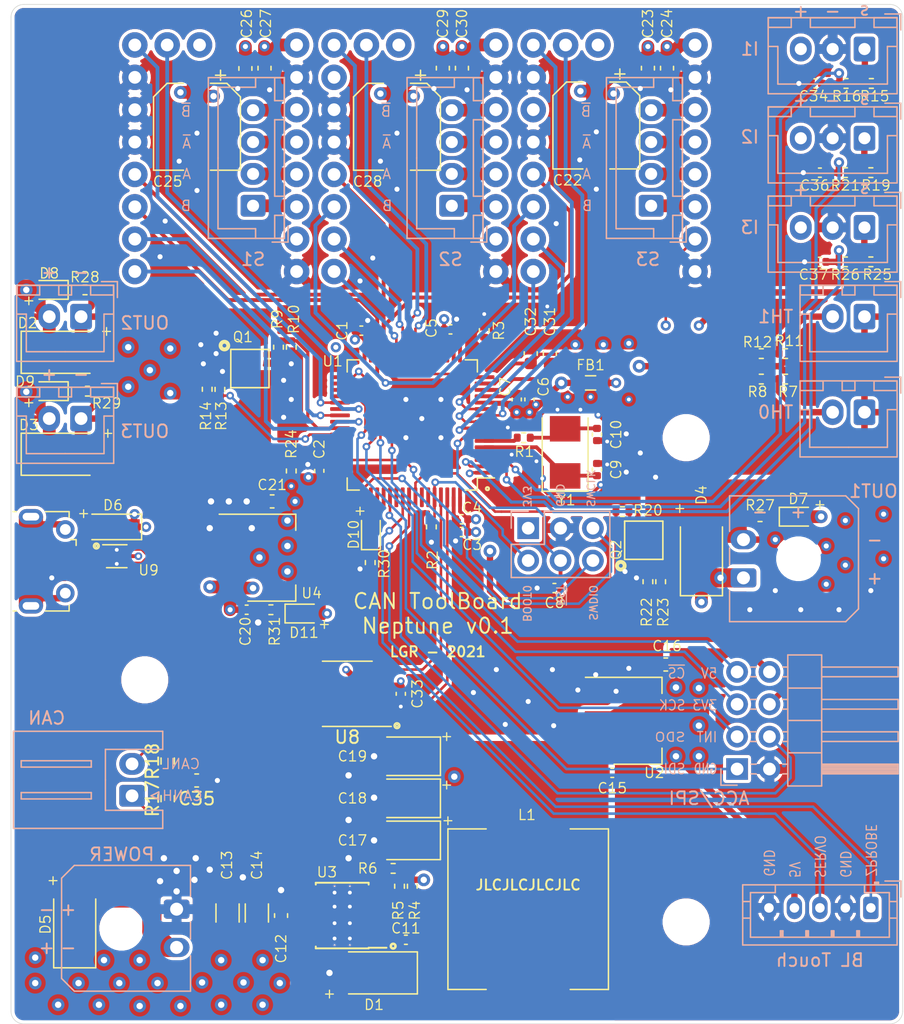
<source format=kicad_pcb>
(kicad_pcb (version 20171130) (host pcbnew "(5.1.10)-1")
  (layers (0 F.Cu signal) (1 In1.Cu power) (2 In2.Cu power) (31 B.Cu signal) (34 B.Paste user) (35 F.Paste user) (36 B.SilkS user) (37 F.SilkS user) (38 B.Mask user) (39 F.Mask user) (44 Edge.Cuts user))
  (net 0 "")
  (net 1 OSC_IN)
  (net 2 VDDA)
  (net 3 GNDA)
  (net 4 NRST)
  (net 5 VDC)
  (net 6 +12V)
  (net 7 +5V)
  (net 8 ENDSTOP1)
  (net 9 ENDSTOP2)
  (net 10 TH0)
  (net 11 TH1)
  (net 12 LED_ACT)
  (net 13 FAN0_NEG)
  (net 14 FAN1_NEG)
  (net 15 HEAT_NEG)
  (net 16 "Net-(D9-Pad1)")
  (net 17 BOOT0)
  (net 18 SWCLK)
  (net 19 SWDIO)
  (net 20 "/Stepper drivers/ST1_M2B")
  (net 21 "/Stepper drivers/ST1_M2A")
  (net 22 "/Stepper drivers/ST1_M1A")
  (net 23 "/Stepper drivers/ST1_M1B")
  (net 24 "/Stepper drivers/ST2_M2B")
  (net 25 "/Stepper drivers/ST2_M2A")
  (net 26 "/Stepper drivers/ST2_M1A")
  (net 27 "/Stepper drivers/ST2_M1B")
  (net 28 "/Stepper drivers/ST3_M1B")
  (net 29 "/Stepper drivers/ST3_M1A")
  (net 30 "/Stepper drivers/ST3_M2A")
  (net 31 "/Stepper drivers/ST3_M2B")
  (net 32 SERVO_BL)
  (net 33 ZPROBE)
  (net 34 ASDO)
  (net 35 ASDI)
  (net 36 AINT1)
  (net 37 ASCK)
  (net 38 ACS)
  (net 39 USB_CONN_D-)
  (net 40 USB_CONN_D+)
  (net 41 OSC_OUT)
  (net 42 BOOT1)
  (net 43 BUCK_FB)
  (net 44 "Net-(R5-Pad2)")
  (net 45 HEAT)
  (net 46 FAN0)
  (net 47 FAN1)
  (net 48 "Net-(Q1-Pad8)")
  (net 49 "Net-(Q1-Pad4)")
  (net 50 "Net-(Q2-Pad8)")
  (net 51 "Net-(Q2-Pad4)")
  (net 52 USBD+)
  (net 53 ST1_EN)
  (net 54 ST1_STEP)
  (net 55 ST1_DIR)
  (net 56 ST1_DIAG)
  (net 57 "Net-(U1-Pad16)")
  (net 58 "Net-(U1-Pad17)")
  (net 59 "Net-(U1-Pad20)")
  (net 60 "Net-(U1-Pad21)")
  (net 61 ST3_EN)
  (net 62 ST3_DIAG)
  (net 63 ST3_STEP)
  (net 64 ST3_DIR)
  (net 65 ST_UART_TX)
  (net 66 ST_UART_RX)
  (net 67 ST2_EN)
  (net 68 ST2_STEP)
  (net 69 ST2_DIR)
  (net 70 ST2_DIAG)
  (net 71 "Net-(U1-Pad43)")
  (net 72 USBD-)
  (net 73 "Net-(U1-Pad51)")
  (net 74 "Net-(U1-Pad52)")
  (net 75 "Net-(U1-Pad54)")
  (net 76 "Net-(U1-Pad58)")
  (net 77 "Net-(U1-Pad59)")
  (net 78 CAN_RX)
  (net 79 CAN_TX)
  (net 80 "Net-(U5-Pad17)")
  (net 81 "Net-(U6-Pad17)")
  (net 82 "Net-(U7-Pad17)")
  (net 83 "Net-(U8-Pad5)")
  (net 84 GND)
  (net 85 +3V3)
  (net 86 ENDSTOP3)
  (net 87 "Net-(U1-Pad23)")
  (net 88 "Net-(U1-Pad22)")
  (net 89 "Net-(C10-Pad1)")
  (net 90 "Net-(C11-Pad1)")
  (net 91 "Net-(C11-Pad2)")
  (net 92 "Net-(C35-Pad2)")
  (net 93 "Net-(D5-Pad2)")
  (net 94 "Net-(D6-Pad2)")
  (net 95 "Net-(D7-Pad1)")
  (net 96 "Net-(D8-Pad1)")
  (net 97 "Net-(D10-Pad1)")
  (net 98 "Net-(D11-Pad1)")
  (net 99 "Net-(J6-Pad2)")
  (net 100 "Net-(J7-Pad2)")
  (net 101 "Net-(J9-Pad1)")
  (net 102 "Net-(J12-Pad1)")
  (net 103 "Net-(J14-Pad6)")
  (net 104 "Net-(J14-Pad4)")
  (net 105 "Net-(J15-Pad1)")
  (net 106 "Net-(U3-Pad2)")
  (net 107 "Net-(U3-Pad3)")
  (net 108 "Net-(U3-Pad5)")
  (net 109 "/IO & Communication/CAN-")
  (net 110 "/IO & Communication/CAN+")
  (module Package_SO:SOIC-8_3.9x4.9mm_P1.27mm (layer F.Cu) (at 165.9 106.1 180)
    (fp_text reference U8 (at 0 -3.4) (layer F.SilkS))
    (fp_text value TCAN337DR)
    (pad 8 smd roundrect (at 2.475 -1.905 180) (size 1.95 0.6) (layers F.Cu F.Paste F.Mask) (net 84 GND))
    (pad 7 smd roundrect (at 2.475 -0.635 180) (size 1.95 0.6) (layers F.Cu F.Paste F.Mask) (net 110 "/IO & Communication/CAN+"))
    (pad 6 smd roundrect (at 2.475 0.635 180) (size 1.95 0.6) (layers F.Cu F.Paste F.Mask) (net 109 "/IO & Communication/CAN-"))
    (pad 5 smd roundrect (at 2.475 1.905 180) (size 1.95 0.6) (layers F.Cu F.Paste F.Mask) (net 83 "Net-(U8-Pad5)"))
    (pad 4 smd roundrect (at -2.475 1.905 180) (size 1.95 0.6) (layers F.Cu F.Paste F.Mask) (net 78 CAN_RX))
    (pad 3 smd roundrect (at -2.475 0.635 180) (size 1.95 0.6) (layers F.Cu F.Paste F.Mask) (net 85 +3V3))
    (pad 2 smd roundrect (at -2.475 -0.635 180) (size 1.95 0.6) (layers F.Cu F.Paste F.Mask) (net 84 GND))
    (pad 1 smd roundrect (at -2.475 -1.905 180) (size 1.95 0.6) (layers F.Cu F.Paste F.Mask) (net 79 CAN_TX))
  )
  (module Resistor_SMD:R_0603_1608Metric (layer F.Cu) (at 151.8 111.375 90)
    (fp_text reference R18 (at -0.025 -1.2 90) (layer F.SilkS))
    (fp_text value 60)
    (pad 1 smd roundrect (at -0.825 0 90) (size 0.8 0.95) (layers F.Cu F.Paste F.Mask) (net 92 "Net-(C35-Pad2)"))
    (pad 2 smd roundrect (at 0.825 0 90) (size 0.8 0.95) (layers F.Cu F.Paste F.Mask) (net 109 "/IO & Communication/CAN-"))
  )
  (module Resistor_SMD:R_0603_1608Metric (layer F.Cu) (at 151.8 114.325 90)
    (fp_text reference R17 (at 0 -1.2 90) (layer F.SilkS))
    (fp_text value 60)
    (pad 1 smd roundrect (at -0.825 0 90) (size 0.8 0.95) (layers F.Cu F.Paste F.Mask) (net 110 "/IO & Communication/CAN+"))
    (pad 2 smd roundrect (at 0.825 0 90) (size 0.8 0.95) (layers F.Cu F.Paste F.Mask) (net 92 "Net-(C35-Pad2)"))
  )
  (module Capacitor_SMD:C_0603_1608Metric (layer F.Cu) (at 154.075 112.9 180)
    (fp_text reference C35 (at 0 -1.43) (layer F.SilkS))
    (fp_text value 4.7n)
    (pad 2 smd roundrect (at 0.775 0 180) (size 0.9 0.95) (layers F.Cu F.Paste F.Mask) (net 92 "Net-(C35-Pad2)"))
    (pad 1 smd roundrect (at -0.775 0 180) (size 0.9 0.95) (layers F.Cu F.Paste F.Mask) (net 84 GND))
  )
  (module Connector_Molex:Molex_Micro-Fit_3.0_43650-0200_1x02_P3.00mm_Horizontal (layer B.Cu) (at 197 97 90)
    (fp_text reference J11)
    (fp_text value HEAT)
    (pad "" np_thru_hole circle (at 1.5 4.32 90) (size 3 3) (drill 3) (layers *.Cu *.Mask))
    (pad 1 thru_hole roundrect (at 0 0 90) (size 1.5 2.02) (drill 1.02) (layers *.Cu *.Mask) (roundrect_rratio 0.1666666666666667) (net 5 VDC))
    (pad 2 thru_hole oval (at 3 0 90) (size 1.5 2.02) (drill 1.02) (layers *.Cu *.Mask) (net 15 HEAT_NEG))
  )
  (module Connector_JST:JST_XH_S2B-XH-A_1x02_P2.50mm_Horizontal (layer B.Cu) (at 149 114.1 90)
    (fp_text reference J10)
    (fp_text value CAN)
    (pad 1 thru_hole roundrect (at 0 0 90) (size 1.7 2) (drill 1) (layers *.Cu *.Mask) (roundrect_rratio 0.1470588235294118) (net 110 "/IO & Communication/CAN+"))
    (pad 2 thru_hole oval (at 2.5 0 90) (size 1.7 2) (drill 1) (layers *.Cu *.Mask) (net 109 "/IO & Communication/CAN-"))
  )
  (module Connector_Molex:Molex_Micro-Fit_3.0_43650-0200_1x02_P3.00mm_Horizontal (layer B.Cu) (at 152.5 123 270)
    (fp_text reference J13)
    (fp_text value PWR)
    (pad "" np_thru_hole circle (at 1.5 4.32 270) (size 3 3) (drill 3) (layers *.Cu *.Mask))
    (pad 1 thru_hole roundrect (at 0 0 270) (size 1.5 2.02) (drill 1.02) (layers *.Cu *.Mask) (roundrect_rratio 0.1666666666666667) (net 84 GND))
    (pad 2 thru_hole oval (at 3 0 270) (size 1.5 2.02) (drill 1.02) (layers *.Cu *.Mask) (net 93 "Net-(D5-Pad2)"))
  )
  (module Connector_PinHeader_2.54mm:PinHeader_2x04_P2.54mm_Horizontal (layer B.Cu) (at 196.5 112)
    (fp_text reference J17)
    (fp_text value SPI)
    (pad 8 thru_hole oval (at 2.54 -7.62) (size 1.7 1.7) (drill 1) (layers *.Cu *.Mask) (net 7 +5V))
    (pad 7 thru_hole oval (at 0 -7.62) (size 1.7 1.7) (drill 1) (layers *.Cu *.Mask) (net 38 ACS))
    (pad 6 thru_hole oval (at 2.54 -5.08) (size 1.7 1.7) (drill 1) (layers *.Cu *.Mask) (net 85 +3V3))
    (pad 5 thru_hole oval (at 0 -5.08) (size 1.7 1.7) (drill 1) (layers *.Cu *.Mask) (net 37 ASCK))
    (pad 4 thru_hole oval (at 2.54 -2.54) (size 1.7 1.7) (drill 1) (layers *.Cu *.Mask) (net 36 AINT1))
    (pad 3 thru_hole oval (at 0 -2.54) (size 1.7 1.7) (drill 1) (layers *.Cu *.Mask) (net 34 ASDO))
    (pad 2 thru_hole oval (at 2.54 0) (size 1.7 1.7) (drill 1) (layers *.Cu *.Mask) (net 84 GND))
    (pad 1 thru_hole rect (at 0 0) (size 1.7 1.7) (drill 1) (layers *.Cu *.Mask) (net 35 ASDI))
  )
  (module Connector_JST:JST_PH_B5B-PH-K_1x05_P2.00mm_Vertical (layer B.Cu) (at 207 122.9 180)
    (fp_text reference J16)
    (fp_text value BL_Touch)
    (pad 5 thru_hole oval (at 8 0 180) (size 1.2 1.75) (drill 0.75) (layers *.Cu *.Mask) (net 84 GND))
    (pad 4 thru_hole oval (at 6 0 180) (size 1.2 1.75) (drill 0.75) (layers *.Cu *.Mask) (net 7 +5V))
    (pad 3 thru_hole oval (at 4 0 180) (size 1.2 1.75) (drill 0.75) (layers *.Cu *.Mask) (net 32 SERVO_BL))
    (pad 2 thru_hole oval (at 2 0 180) (size 1.2 1.75) (drill 0.75) (layers *.Cu *.Mask) (net 84 GND))
    (pad 1 thru_hole roundrect (at 0 0 180) (size 1.2 1.75) (drill 0.75) (layers *.Cu *.Mask) (roundrect_rratio 0.2083325) (net 33 ZPROBE))
  )
  (module Capacitor_Tantalum_SMD:CP_EIA-3528-15_AVX-H (layer F.Cu) (at 170.75 114.3 180)
    (fp_text reference C18 (at 4.45 0) (layer F.SilkS) (effects (font (size 0.8 0.8) (thickness 0.1))))
    (fp_text value 22u)
    (pad 2 smd roundrect (at 1.5375 0 180) (size 1.325 2.35) (layers F.Cu F.Paste F.Mask) (roundrect_rratio 0.1886784905660377) (net 84 GND))
    (pad 1 smd roundrect (at -1.5375 0 180) (size 1.325 2.35) (layers F.Cu F.Paste F.Mask) (roundrect_rratio 0.1886784905660377) (net 6 +12V))
  )
  (module project:TMC2209StepStick (layer F.Cu) (at 154.299999 75.5 180)
    (fp_text reference U5 hide)
    (fp_text value TMC2209StepStick hide)
    (pad 18 thru_hole circle (at 2.54 20.32 180) (size 2 2) (drill 1) (layers *.Cu *.Mask) (net 56 ST1_DIAG))
    (pad 17 thru_hole circle (at 0 20.32 180) (size 2 2) (drill 1) (layers *.Cu *.Mask) (net 80 "Net-(U5-Pad17)"))
    (pad 16 thru_hole circle (at 5.08 20.32 180) (size 2 2) (drill 1) (layers *.Cu *.Mask) (net 53 ST1_EN))
    (pad 15 thru_hole circle (at 5.08 17.78 180) (size 2 2) (drill 1) (layers *.Cu *.Mask) (net 84 GND))
    (pad 14 thru_hole circle (at 5.08 15.24 180) (size 2 2) (drill 1) (layers *.Cu *.Mask) (net 84 GND))
    (pad 13 thru_hole circle (at 5.08 12.7 180) (size 2 2) (drill 1) (layers *.Cu *.Mask) (net 84 GND))
    (pad 12 thru_hole circle (at 5.08 10.16 180) (size 2 2) (drill 1) (layers *.Cu *.Mask) (net 65 ST_UART_TX))
    (pad 11 thru_hole circle (at 5.08 7.62 180) (size 2 2) (drill 1) (layers *.Cu *.Mask) (net 66 ST_UART_RX))
    (pad 10 thru_hole circle (at 5.08 5.08 180) (size 2 2) (drill 1) (layers *.Cu *.Mask) (net 54 ST1_STEP))
    (pad 9 thru_hole circle (at 5.08 2.54 180) (size 2 2) (drill 1) (layers *.Cu *.Mask) (net 55 ST1_DIR))
    (pad 8 thru_hole circle (at -7.62 20.32 180) (size 2 2) (drill 1) (layers *.Cu *.Mask) (net 5 VDC))
    (pad 7 thru_hole circle (at -7.62 17.78 180) (size 2 2) (drill 1) (layers *.Cu *.Mask) (net 84 GND))
    (pad 6 thru_hole circle (at -7.62 15.24 180) (size 2 2) (drill 1) (layers *.Cu *.Mask) (net 20 "/Stepper drivers/ST1_M2B"))
    (pad 5 thru_hole circle (at -7.62 12.7 180) (size 2 2) (drill 1) (layers *.Cu *.Mask) (net 21 "/Stepper drivers/ST1_M2A"))
    (pad 4 thru_hole circle (at -7.62 10.16 180) (size 2 2) (drill 1) (layers *.Cu *.Mask) (net 22 "/Stepper drivers/ST1_M1A"))
    (pad 3 thru_hole circle (at -7.62 7.62 180) (size 2 2) (drill 1) (layers *.Cu *.Mask) (net 23 "/Stepper drivers/ST1_M1B"))
    (pad 2 thru_hole circle (at -7.62 5.08 180) (size 2 2) (drill 1) (layers *.Cu *.Mask) (net 85 +3V3))
    (pad 1 thru_hole circle (at -7.62 2.54 180) (size 2 2) (drill 1) (layers *.Cu *.Mask) (net 84 GND))
  )
  (module project:TMC2209StepStick (layer F.Cu) (at 169.939999 75.5 180)
    (fp_text reference U6 hide)
    (fp_text value TMC2209StepStick hide)
    (pad 18 thru_hole circle (at 2.54 20.32 180) (size 2 2) (drill 1) (layers *.Cu *.Mask) (net 70 ST2_DIAG))
    (pad 17 thru_hole circle (at 0 20.32 180) (size 2 2) (drill 1) (layers *.Cu *.Mask) (net 81 "Net-(U6-Pad17)"))
    (pad 16 thru_hole circle (at 5.08 20.32 180) (size 2 2) (drill 1) (layers *.Cu *.Mask) (net 67 ST2_EN))
    (pad 15 thru_hole circle (at 5.08 17.78 180) (size 2 2) (drill 1) (layers *.Cu *.Mask) (net 85 +3V3))
    (pad 14 thru_hole circle (at 5.08 15.24 180) (size 2 2) (drill 1) (layers *.Cu *.Mask) (net 84 GND))
    (pad 13 thru_hole circle (at 5.08 12.7 180) (size 2 2) (drill 1) (layers *.Cu *.Mask) (net 84 GND))
    (pad 12 thru_hole circle (at 5.08 10.16 180) (size 2 2) (drill 1) (layers *.Cu *.Mask) (net 65 ST_UART_TX))
    (pad 11 thru_hole circle (at 5.08 7.62 180) (size 2 2) (drill 1) (layers *.Cu *.Mask) (net 66 ST_UART_RX))
    (pad 10 thru_hole circle (at 5.08 5.08 180) (size 2 2) (drill 1) (layers *.Cu *.Mask) (net 68 ST2_STEP))
    (pad 9 thru_hole circle (at 5.08 2.54 180) (size 2 2) (drill 1) (layers *.Cu *.Mask) (net 69 ST2_DIR))
    (pad 8 thru_hole circle (at -7.62 20.32 180) (size 2 2) (drill 1) (layers *.Cu *.Mask) (net 5 VDC))
    (pad 7 thru_hole circle (at -7.62 17.78 180) (size 2 2) (drill 1) (layers *.Cu *.Mask) (net 84 GND))
    (pad 6 thru_hole circle (at -7.62 15.24 180) (size 2 2) (drill 1) (layers *.Cu *.Mask) (net 24 "/Stepper drivers/ST2_M2B"))
    (pad 5 thru_hole circle (at -7.62 12.7 180) (size 2 2) (drill 1) (layers *.Cu *.Mask) (net 25 "/Stepper drivers/ST2_M2A"))
    (pad 4 thru_hole circle (at -7.62 10.16 180) (size 2 2) (drill 1) (layers *.Cu *.Mask) (net 26 "/Stepper drivers/ST2_M1A"))
    (pad 3 thru_hole circle (at -7.62 7.62 180) (size 2 2) (drill 1) (layers *.Cu *.Mask) (net 27 "/Stepper drivers/ST2_M1B"))
    (pad 2 thru_hole circle (at -7.62 5.08 180) (size 2 2) (drill 1) (layers *.Cu *.Mask) (net 85 +3V3))
    (pad 1 thru_hole circle (at -7.62 2.54 180) (size 2 2) (drill 1) (layers *.Cu *.Mask) (net 84 GND))
  )
  (module project:TMC2209StepStick (layer F.Cu) (at 185.579999 75.5 180)
    (fp_text reference U7 hide)
    (fp_text value TMC2209StepStick hide)
    (pad 18 thru_hole circle (at 2.54 20.32 180) (size 2 2) (drill 1) (layers *.Cu *.Mask) (net 62 ST3_DIAG))
    (pad 17 thru_hole circle (at 0 20.32 180) (size 2 2) (drill 1) (layers *.Cu *.Mask) (net 82 "Net-(U7-Pad17)"))
    (pad 16 thru_hole circle (at 5.08 20.32 180) (size 2 2) (drill 1) (layers *.Cu *.Mask) (net 61 ST3_EN))
    (pad 15 thru_hole circle (at 5.08 17.78 180) (size 2 2) (drill 1) (layers *.Cu *.Mask) (net 84 GND))
    (pad 14 thru_hole circle (at 5.08 15.24 180) (size 2 2) (drill 1) (layers *.Cu *.Mask) (net 85 +3V3))
    (pad 13 thru_hole circle (at 5.08 12.7 180) (size 2 2) (drill 1) (layers *.Cu *.Mask) (net 84 GND))
    (pad 12 thru_hole circle (at 5.08 10.16 180) (size 2 2) (drill 1) (layers *.Cu *.Mask) (net 65 ST_UART_TX))
    (pad 11 thru_hole circle (at 5.08 7.62 180) (size 2 2) (drill 1) (layers *.Cu *.Mask) (net 66 ST_UART_RX))
    (pad 10 thru_hole circle (at 5.08 5.08 180) (size 2 2) (drill 1) (layers *.Cu *.Mask) (net 63 ST3_STEP))
    (pad 9 thru_hole circle (at 5.08 2.54 180) (size 2 2) (drill 1) (layers *.Cu *.Mask) (net 64 ST3_DIR))
    (pad 8 thru_hole circle (at -7.62 20.32 180) (size 2 2) (drill 1) (layers *.Cu *.Mask) (net 5 VDC))
    (pad 7 thru_hole circle (at -7.62 17.78 180) (size 2 2) (drill 1) (layers *.Cu *.Mask) (net 84 GND))
    (pad 6 thru_hole circle (at -7.62 15.24 180) (size 2 2) (drill 1) (layers *.Cu *.Mask) (net 31 "/Stepper drivers/ST3_M2B"))
    (pad 5 thru_hole circle (at -7.62 12.7 180) (size 2 2) (drill 1) (layers *.Cu *.Mask) (net 30 "/Stepper drivers/ST3_M2A"))
    (pad 4 thru_hole circle (at -7.62 10.16 180) (size 2 2) (drill 1) (layers *.Cu *.Mask) (net 29 "/Stepper drivers/ST3_M1A"))
    (pad 3 thru_hole circle (at -7.62 7.62 180) (size 2 2) (drill 1) (layers *.Cu *.Mask) (net 28 "/Stepper drivers/ST3_M1B"))
    (pad 2 thru_hole circle (at -7.62 5.08 180) (size 2 2) (drill 1) (layers *.Cu *.Mask) (net 85 +3V3))
    (pad 1 thru_hole circle (at -7.62 2.54 180) (size 2 2) (drill 1) (layers *.Cu *.Mask) (net 84 GND))
  )
  (module Package_QFP:LQFP-64_10x10mm_P0.5mm (layer F.Cu) (at 171 85 180)
    (fp_text reference U1 (at 6.25 5) (layer F.SilkS) (effects (font (size 0.8 0.8) (thickness 0.1))))
    (fp_text value STM32F103R8Tx)
    (pad 1 smd roundrect (at -5.675 -3.75 180) (size 1.55 0.3) (layers F.Cu F.Paste F.Mask) (net 85 +3V3))
    (pad 2 smd roundrect (at -5.675 -3.25 180) (size 1.55 0.3) (layers F.Cu F.Paste F.Mask) (net 86 ENDSTOP3))
    (pad 3 smd roundrect (at -5.675 -2.75 180) (size 1.55 0.3) (layers F.Cu F.Paste F.Mask) (net 9 ENDSTOP2))
    (pad 4 smd roundrect (at -5.675 -2.25 180) (size 1.55 0.3) (layers F.Cu F.Paste F.Mask) (net 8 ENDSTOP1))
    (pad 5 smd roundrect (at -5.675 -1.75 180) (size 1.55 0.3) (layers F.Cu F.Paste F.Mask) (net 1 OSC_IN))
    (pad 6 smd roundrect (at -5.675 -1.25 180) (size 1.55 0.3) (layers F.Cu F.Paste F.Mask) (net 41 OSC_OUT))
    (pad 7 smd roundrect (at -5.675 -0.75 180) (size 1.55 0.3) (layers F.Cu F.Paste F.Mask) (net 4 NRST))
    (pad 8 smd roundrect (at -5.675 -0.25 180) (size 1.55 0.3) (layers F.Cu F.Paste F.Mask) (net 61 ST3_EN))
    (pad 9 smd roundrect (at -5.675 0.25 180) (size 1.55 0.3) (layers F.Cu F.Paste F.Mask) (net 63 ST3_STEP))
    (pad 10 smd roundrect (at -5.675 0.75 180) (size 1.55 0.3) (layers F.Cu F.Paste F.Mask) (net 62 ST3_DIAG))
    (pad 11 smd roundrect (at -5.675 1.25 180) (size 1.55 0.3) (layers F.Cu F.Paste F.Mask) (net 64 ST3_DIR))
    (pad 12 smd roundrect (at -5.675 1.75 180) (size 1.55 0.3) (layers F.Cu F.Paste F.Mask) (net 3 GNDA))
    (pad 13 smd roundrect (at -5.675 2.25 180) (size 1.55 0.3) (layers F.Cu F.Paste F.Mask) (net 2 VDDA))
    (pad 14 smd roundrect (at -5.675 2.75 180) (size 1.55 0.3) (layers F.Cu F.Paste F.Mask) (net 10 TH0))
    (pad 15 smd roundrect (at -5.675 3.25 180) (size 1.55 0.3) (layers F.Cu F.Paste F.Mask) (net 11 TH1))
    (pad 16 smd roundrect (at -5.675 3.75 180) (size 1.55 0.3) (layers F.Cu F.Paste F.Mask) (net 57 "Net-(U1-Pad16)"))
    (pad 17 smd roundrect (at -3.75 5.675 180) (size 0.3 1.55) (layers F.Cu F.Paste F.Mask) (net 58 "Net-(U1-Pad17)"))
    (pad 18 smd roundrect (at -3.25 5.675 180) (size 0.3 1.55) (layers F.Cu F.Paste F.Mask) (net 84 GND))
    (pad 19 smd roundrect (at -2.75 5.675 180) (size 0.3 1.55) (layers F.Cu F.Paste F.Mask) (net 85 +3V3))
    (pad 20 smd roundrect (at -2.25 5.675 180) (size 0.3 1.55) (layers F.Cu F.Paste F.Mask) (net 59 "Net-(U1-Pad20)"))
    (pad 21 smd roundrect (at -1.75 5.675 180) (size 0.3 1.55) (layers F.Cu F.Paste F.Mask) (net 60 "Net-(U1-Pad21)"))
    (pad 22 smd roundrect (at -1.25 5.675 180) (size 0.3 1.55) (layers F.Cu F.Paste F.Mask) (net 88 "Net-(U1-Pad22)"))
    (pad 23 smd roundrect (at -0.75 5.675 180) (size 0.3 1.55) (layers F.Cu F.Paste F.Mask) (net 87 "Net-(U1-Pad23)"))
    (pad 24 smd roundrect (at -0.25 5.675 180) (size 0.3 1.55) (layers F.Cu F.Paste F.Mask) (net 70 ST2_DIAG))
    (pad 25 smd roundrect (at 0.25 5.675 180) (size 0.3 1.55) (layers F.Cu F.Paste F.Mask) (net 67 ST2_EN))
    (pad 26 smd roundrect (at 0.75 5.675 180) (size 0.3 1.55) (layers F.Cu F.Paste F.Mask) (net 68 ST2_STEP))
    (pad 27 smd roundrect (at 1.25 5.675 180) (size 0.3 1.55) (layers F.Cu F.Paste F.Mask) (net 69 ST2_DIR))
    (pad 28 smd roundrect (at 1.75 5.675 180) (size 0.3 1.55) (layers F.Cu F.Paste F.Mask) (net 42 BOOT1))
    (pad 29 smd roundrect (at 2.25 5.675 180) (size 0.3 1.55) (layers F.Cu F.Paste F.Mask) (net 65 ST_UART_TX))
    (pad 30 smd roundrect (at 2.75 5.675 180) (size 0.3 1.55) (layers F.Cu F.Paste F.Mask) (net 66 ST_UART_RX))
    (pad 31 smd roundrect (at 3.25 5.675 180) (size 0.3 1.55) (layers F.Cu F.Paste F.Mask) (net 84 GND))
    (pad 32 smd roundrect (at 3.75 5.675 180) (size 0.3 1.55) (layers F.Cu F.Paste F.Mask) (net 85 +3V3))
    (pad 33 smd roundrect (at 5.675 3.75 180) (size 1.55 0.3) (layers F.Cu F.Paste F.Mask) (net 38 ACS))
    (pad 34 smd roundrect (at 5.675 3.25 180) (size 1.55 0.3) (layers F.Cu F.Paste F.Mask) (net 37 ASCK))
    (pad 35 smd roundrect (at 5.675 2.75 180) (size 1.55 0.3) (layers F.Cu F.Paste F.Mask) (net 34 ASDO))
    (pad 36 smd roundrect (at 5.675 2.25 180) (size 1.55 0.3) (layers F.Cu F.Paste F.Mask) (net 35 ASDI))
    (pad 37 smd roundrect (at 5.675 1.75 180) (size 1.55 0.3) (layers F.Cu F.Paste F.Mask) (net 53 ST1_EN))
    (pad 38 smd roundrect (at 5.675 1.25 180) (size 1.55 0.3) (layers F.Cu F.Paste F.Mask) (net 56 ST1_DIAG))
    (pad 39 smd roundrect (at 5.675 0.75 180) (size 1.55 0.3) (layers F.Cu F.Paste F.Mask) (net 54 ST1_STEP))
    (pad 40 smd roundrect (at 5.675 0.25 180) (size 1.55 0.3) (layers F.Cu F.Paste F.Mask) (net 55 ST1_DIR))
    (pad 41 smd roundrect (at 5.675 -0.25 180) (size 1.55 0.3) (layers F.Cu F.Paste F.Mask) (net 46 FAN0))
    (pad 42 smd roundrect (at 5.675 -0.75 180) (size 1.55 0.3) (layers F.Cu F.Paste F.Mask) (net 47 FAN1))
    (pad 43 smd roundrect (at 5.675 -1.25 180) (size 1.55 0.3) (layers F.Cu F.Paste F.Mask) (net 71 "Net-(U1-Pad43)"))
    (pad 44 smd roundrect (at 5.675 -1.75 180) (size 1.55 0.3) (layers F.Cu F.Paste F.Mask) (net 72 USBD-))
    (pad 45 smd roundrect (at 5.675 -2.25 180) (size 1.55 0.3) (layers F.Cu F.Paste F.Mask) (net 52 USBD+))
    (pad 46 smd roundrect (at 5.675 -2.75 180) (size 1.55 0.3) (layers F.Cu F.Paste F.Mask) (net 19 SWDIO))
    (pad 47 smd roundrect (at 5.675 -3.25 180) (size 1.55 0.3) (layers F.Cu F.Paste F.Mask) (net 84 GND))
    (pad 48 smd roundrect (at 5.675 -3.75 180) (size 1.55 0.3) (layers F.Cu F.Paste F.Mask) (net 85 +3V3))
    (pad 49 smd roundrect (at 3.75 -5.675 180) (size 0.3 1.55) (layers F.Cu F.Paste F.Mask) (net 18 SWCLK))
    (pad 50 smd roundrect (at 3.25 -5.675 180) (size 0.3 1.55) (layers F.Cu F.Paste F.Mask) (net 12 LED_ACT))
    (pad 51 smd roundrect (at 2.75 -5.675 180) (size 0.3 1.55) (layers F.Cu F.Paste F.Mask) (net 73 "Net-(U1-Pad51)"))
    (pad 52 smd roundrect (at 2.25 -5.675 180) (size 0.3 1.55) (layers F.Cu F.Paste F.Mask) (net 74 "Net-(U1-Pad52)"))
    (pad 53 smd roundrect (at 1.75 -5.675 180) (size 0.3 1.55) (layers F.Cu F.Paste F.Mask) (net 36 AINT1))
    (pad 54 smd roundrect (at 1.25 -5.675 180) (size 0.3 1.55) (layers F.Cu F.Paste F.Mask) (net 75 "Net-(U1-Pad54)"))
    (pad 55 smd roundrect (at 0.75 -5.675 180) (size 0.3 1.55) (layers F.Cu F.Paste F.Mask) (net 32 SERVO_BL))
    (pad 56 smd roundrect (at 0.25 -5.675 180) (size 0.3 1.55) (layers F.Cu F.Paste F.Mask) (net 33 ZPROBE))
    (pad 57 smd roundrect (at -0.25 -5.675 180) (size 0.3 1.55) (layers F.Cu F.Paste F.Mask) (net 45 HEAT))
    (pad 58 smd roundrect (at -0.75 -5.675 180) (size 0.3 1.55) (layers F.Cu F.Paste F.Mask) (net 76 "Net-(U1-Pad58)"))
    (pad 59 smd roundrect (at -1.25 -5.675 180) (size 0.3 1.55) (layers F.Cu F.Paste F.Mask) (net 77 "Net-(U1-Pad59)"))
    (pad 60 smd roundrect (at -1.75 -5.675 180) (size 0.3 1.55) (layers F.Cu F.Paste F.Mask) (net 17 BOOT0))
    (pad 61 smd roundrect (at -2.25 -5.675 180) (size 0.3 1.55) (layers F.Cu F.Paste F.Mask) (net 78 CAN_RX))
    (pad 62 smd roundrect (at -2.75 -5.675 180) (size 0.3 1.55) (layers F.Cu F.Paste F.Mask) (net 79 CAN_TX))
    (pad 63 smd roundrect (at -3.25 -5.675 180) (size 0.3 1.55) (layers F.Cu F.Paste F.Mask) (net 84 GND))
    (pad 64 smd roundrect (at -3.75 -5.675 180) (size 0.3 1.55) (layers F.Cu F.Paste F.Mask) (net 85 +3V3))
  )
  (module Resistor_SMD:R_0402_1005Metric (layer F.Cu) (at 205 72.2)
    (fp_text reference R26 (at 0 1 180) (layer F.SilkS) (effects (font (size 0.8 0.8) (thickness 0.1))))
    (fp_text value 10k)
    (pad 2 smd roundrect (at 0.51 0) (size 0.54 0.64) (layers F.Cu F.Paste F.Mask) (net 105 "Net-(J15-Pad1)"))
    (pad 1 smd roundrect (at -0.51 0) (size 0.54 0.64) (layers F.Cu F.Paste F.Mask) (net 86 ENDSTOP3))
  )
  (module Resistor_SMD:R_0402_1005Metric (layer F.Cu) (at 207 72.2 180)
    (fp_text reference R25 (at -0.5 -1 180) (layer F.SilkS) (effects (font (size 0.8 0.8) (thickness 0.1))))
    (fp_text value 10k)
    (pad 2 smd roundrect (at 0.51 0 180) (size 0.54 0.64) (layers F.Cu F.Paste F.Mask) (net 105 "Net-(J15-Pad1)"))
    (pad 1 smd roundrect (at -0.51 0 180) (size 0.54 0.64) (layers F.Cu F.Paste F.Mask) (net 85 +3V3))
  )
  (module Connector_JST:JST_XH_B3B-XH-A_1x03_P2.50mm_Vertical (layer B.Cu) (at 206.5 69.5 180)
    (fp_text reference J15)
    (fp_text value Conn_01x03)
    (pad 3 thru_hole oval (at 5 0 180) (size 1.7 1.95) (drill 0.95) (layers *.Cu *.Mask) (net 7 +5V))
    (pad 2 thru_hole oval (at 2.5 0 180) (size 1.7 1.95) (drill 0.95) (layers *.Cu *.Mask) (net 84 GND))
    (pad 1 thru_hole roundrect (at 0 0 180) (size 1.7 1.95) (drill 0.95) (layers *.Cu *.Mask) (roundrect_rratio 0.1470588235294118) (net 105 "Net-(J15-Pad1)"))
  )
  (module Capacitor_SMD:C_0402_1005Metric (layer F.Cu) (at 203 72.2 180)
    (fp_text reference C37 (at 0.5 -1 180) (layer F.SilkS) (effects (font (size 0.8 0.8) (thickness 0.1))))
    (fp_text value 0.1u)
    (pad 2 smd roundrect (at 0.48 0 180) (size 0.56 0.62) (layers F.Cu F.Paste F.Mask) (net 84 GND))
    (pad 1 smd roundrect (at -0.48 0 180) (size 0.56 0.62) (layers F.Cu F.Paste F.Mask) (net 86 ENDSTOP3))
  )
  (module MountingHole:MountingHole_3.2mm_M3 (layer F.Cu) (at 192.5 124)
    (fp_text reference H3)
    (fp_text value MountingHole)
    (pad 1 np_thru_hole circle (at 0 0) (size 3.2 3.2) (drill 3.2) (layers *.Cu *.Mask))
  )
  (module MountingHole:MountingHole_3.2mm_M3 (layer F.Cu) (at 192.5 86)
    (fp_text reference H2)
    (fp_text value MountingHole)
    (pad 1 np_thru_hole circle (at 0 0) (size 3.2 3.2) (drill 3.2) (layers *.Cu *.Mask))
  )
  (module MountingHole:MountingHole_3.2mm_M3 (layer F.Cu) (at 150 105)
    (fp_text reference H1)
    (fp_text value MountingHole)
    (pad 1 np_thru_hole circle (at 0 0) (size 3.2 3.2) (drill 3.2) (layers *.Cu *.Mask))
  )
  (module Capacitor_SMD:C_0402_1005Metric (layer F.Cu) (at 185.5 88.5 90)
    (fp_text reference C9 (at 0 1.5 90) (layer F.SilkS) (effects (font (size 0.8 0.8) (thickness 0.1))))
    (fp_text value 12p)
    (pad 1 smd roundrect (at -0.48 0 90) (size 0.56 0.62) (layers F.Cu F.Paste F.Mask) (net 1 OSC_IN))
    (pad 2 smd roundrect (at 0.48 0 90) (size 0.56 0.62) (layers F.Cu F.Paste F.Mask) (net 84 GND))
  )
  (module Capacitor_SMD:C_0402_1005Metric (layer F.Cu) (at 185.5 85.75 270)
    (fp_text reference C10 (at 0 -1.5 90) (layer F.SilkS) (effects (font (size 0.8 0.8) (thickness 0.1))))
    (fp_text value 12p)
    (pad 2 smd roundrect (at 0.48 0 270) (size 0.56 0.62) (layers F.Cu F.Paste F.Mask) (net 84 GND))
    (pad 1 smd roundrect (at -0.48 0 270) (size 0.56 0.62) (layers F.Cu F.Paste F.Mask) (net 89 "Net-(C10-Pad1)"))
  )
  (module Capacitor_SMD:C_0402_1005Metric (layer F.Cu) (at 167 77.6)
    (fp_text reference C1 (at -1.5 0 90) (layer F.SilkS) (effects (font (size 0.8 0.8) (thickness 0.1))))
    (fp_text value 0.1u)
    (pad 1 smd roundrect (at -0.48 0) (size 0.56 0.62) (layers F.Cu F.Paste F.Mask) (net 85 +3V3))
    (pad 2 smd roundrect (at 0.48 0) (size 0.56 0.62) (layers F.Cu F.Paste F.Mask) (net 84 GND))
  )
  (module Capacitor_SMD:C_0402_1005Metric (layer F.Cu) (at 163.7 88.6 90)
    (fp_text reference C2 (at 1.7 0 90) (layer F.SilkS) (effects (font (size 0.8 0.8) (thickness 0.1))))
    (fp_text value 0.1u)
    (pad 2 smd roundrect (at 0.48 0 90) (size 0.56 0.62) (layers F.Cu F.Paste F.Mask) (net 84 GND))
    (pad 1 smd roundrect (at -0.48 0 90) (size 0.56 0.62) (layers F.Cu F.Paste F.Mask) (net 85 +3V3))
  )
  (module Capacitor_SMD:C_0402_1005Metric (layer F.Cu) (at 174.88 93.4 180)
    (fp_text reference C3 (at -0.82 -1) (layer F.SilkS) (effects (font (size 0.8 0.8) (thickness 0.1))))
    (fp_text value 0.1u)
    (pad 1 smd roundrect (at -0.48 0 180) (size 0.56 0.62) (layers F.Cu F.Paste F.Mask) (net 85 +3V3))
    (pad 2 smd roundrect (at 0.48 0 180) (size 0.56 0.62) (layers F.Cu F.Paste F.Mask) (net 84 GND))
  )
  (module Capacitor_SMD:C_0402_1005Metric (layer F.Cu) (at 174.88 92.4 180)
    (fp_text reference C4 (at -0.82 0.9) (layer F.SilkS) (effects (font (size 0.8 0.8) (thickness 0.1))))
    (fp_text value 4.7u)
    (pad 1 smd roundrect (at -0.48 0 180) (size 0.56 0.62) (layers F.Cu F.Paste F.Mask) (net 85 +3V3))
    (pad 2 smd roundrect (at 0.48 0 180) (size 0.56 0.62) (layers F.Cu F.Paste F.Mask) (net 84 GND))
  )
  (module Capacitor_SMD:C_0402_1005Metric (layer F.Cu) (at 174 77.5)
    (fp_text reference C5 (at -1.5 -0.1 90) (layer F.SilkS) (effects (font (size 0.8 0.8) (thickness 0.1))))
    (fp_text value 0.1u)
    (pad 2 smd roundrect (at 0.48 0) (size 0.56 0.62) (layers F.Cu F.Paste F.Mask) (net 84 GND))
    (pad 1 smd roundrect (at -0.48 0) (size 0.56 0.62) (layers F.Cu F.Paste F.Mask) (net 85 +3V3))
  )
  (module Capacitor_SMD:C_0402_1005Metric (layer F.Cu) (at 180.2 83 270)
    (fp_text reference C6 (at -1 -1.1 90) (layer F.SilkS) (effects (font (size 0.8 0.8) (thickness 0.1))))
    (fp_text value 10n)
    (pad 1 smd roundrect (at -0.48 0 270) (size 0.56 0.62) (layers F.Cu F.Paste F.Mask) (net 2 VDDA))
    (pad 2 smd roundrect (at 0.48 0 270) (size 0.56 0.62) (layers F.Cu F.Paste F.Mask) (net 3 GNDA))
  )
  (module Capacitor_SMD:C_0402_1005Metric (layer F.Cu) (at 179.2 83 270)
    (fp_text reference C7 (at -1 0.9 90) (layer F.SilkS) (effects (font (size 0.8 0.8) (thickness 0.1))))
    (fp_text value 1u)
    (pad 2 smd roundrect (at 0.48 0 270) (size 0.56 0.62) (layers F.Cu F.Paste F.Mask) (net 3 GNDA))
    (pad 1 smd roundrect (at -0.48 0 270) (size 0.56 0.62) (layers F.Cu F.Paste F.Mask) (net 2 VDDA))
  )
  (module Capacitor_SMD:C_0402_1005Metric (layer F.Cu) (at 182.16 97.8 180)
    (fp_text reference C8 (at 0 -1.16) (layer F.SilkS) (effects (font (size 0.8 0.8) (thickness 0.1))))
    (fp_text value 0.1u)
    (pad 1 smd roundrect (at -0.48 0 180) (size 0.56 0.62) (layers F.Cu F.Paste F.Mask) (net 4 NRST))
    (pad 2 smd roundrect (at 0.48 0 180) (size 0.56 0.62) (layers F.Cu F.Paste F.Mask) (net 84 GND))
  )
  (module Capacitor_SMD:C_0603_1608Metric (layer F.Cu) (at 160.7 123.5 90)
    (fp_text reference C12 (at -2.6 0 90) (layer F.SilkS) (effects (font (size 0.8 0.8) (thickness 0.1))))
    (fp_text value 0.1u)
    (pad 1 smd roundrect (at -0.775 0 90) (size 0.9 0.95) (layers F.Cu F.Paste F.Mask) (net 5 VDC))
    (pad 2 smd roundrect (at 0.775 0 90) (size 0.9 0.95) (layers F.Cu F.Paste F.Mask) (net 84 GND))
  )
  (module Capacitor_SMD:C_1206_3216Metric (layer F.Cu) (at 156.5 123.3 90)
    (fp_text reference C13 (at 3.75 -0.05 90) (layer F.SilkS) (effects (font (size 0.8 0.8) (thickness 0.1))))
    (fp_text value 10u)
    (pad 1 smd roundrect (at -1.475 0 90) (size 1.15 1.8) (layers F.Cu F.Paste F.Mask) (roundrect_rratio 0.2173904347826087) (net 5 VDC))
    (pad 2 smd roundrect (at 1.475 0 90) (size 1.15 1.8) (layers F.Cu F.Paste F.Mask) (roundrect_rratio 0.2173904347826087) (net 84 GND))
  )
  (module Capacitor_SMD:C_1206_3216Metric (layer F.Cu) (at 158.8 123.3 90)
    (fp_text reference C14 (at 3.75 0 90) (layer F.SilkS) (effects (font (size 0.8 0.8) (thickness 0.1))))
    (fp_text value 10u)
    (pad 2 smd roundrect (at 1.475 0 90) (size 1.15 1.8) (layers F.Cu F.Paste F.Mask) (roundrect_rratio 0.2173904347826087) (net 84 GND))
    (pad 1 smd roundrect (at -1.475 0 90) (size 1.15 1.8) (layers F.Cu F.Paste F.Mask) (roundrect_rratio 0.2173904347826087) (net 5 VDC))
  )
  (module Capacitor_SMD:C_0402_1005Metric (layer F.Cu) (at 170.5 125.4)
    (fp_text reference C11 (at 0 -0.9) (layer F.SilkS) (effects (font (size 0.8 0.8) (thickness 0.1))))
    (fp_text value 10n)
    (pad 1 smd roundrect (at -0.48 0) (size 0.56 0.62) (layers F.Cu F.Paste F.Mask) (net 90 "Net-(C11-Pad1)"))
    (pad 2 smd roundrect (at 0.48 0) (size 0.56 0.62) (layers F.Cu F.Paste F.Mask) (net 91 "Net-(C11-Pad2)"))
  )
  (module Capacitor_Tantalum_SMD:CP_EIA-3528-15_AVX-H (layer F.Cu) (at 170.75 117.6 180)
    (fp_text reference C17 (at 4.45 0) (layer F.SilkS) (effects (font (size 0.8 0.8) (thickness 0.1))))
    (fp_text value 22u)
    (pad 1 smd roundrect (at -1.5375 0 180) (size 1.325 2.35) (layers F.Cu F.Paste F.Mask) (roundrect_rratio 0.1886777358490566) (net 6 +12V))
    (pad 2 smd roundrect (at 1.5375 0 180) (size 1.325 2.35) (layers F.Cu F.Paste F.Mask) (roundrect_rratio 0.1886777358490566) (net 84 GND))
  )
  (module Capacitor_Tantalum_SMD:CP_EIA-3528-15_AVX-H (layer F.Cu) (at 170.75 111 180)
    (fp_text reference C19 (at 4.45 0) (layer F.SilkS) (effects (font (size 0.8 0.8) (thickness 0.1))))
    (fp_text value 22u)
    (pad 1 smd roundrect (at -1.5375 0 180) (size 1.325 2.35) (layers F.Cu F.Paste F.Mask) (roundrect_rratio 0.1886777358490566) (net 6 +12V))
    (pad 2 smd roundrect (at 1.5375 0 180) (size 1.325 2.35) (layers F.Cu F.Paste F.Mask) (roundrect_rratio 0.1886777358490566) (net 84 GND))
  )
  (module Capacitor_SMD:C_0402_1005Metric (layer F.Cu) (at 186.7 112.3)
    (fp_text reference C15 (at 0 1.2) (layer F.SilkS) (effects (font (size 0.8 0.8) (thickness 0.1))))
    (fp_text value 4.7u)
    (pad 2 smd roundrect (at 0.48 0) (size 0.56 0.62) (layers F.Cu F.Paste F.Mask) (net 84 GND))
    (pad 1 smd roundrect (at -0.48 0) (size 0.56 0.62) (layers F.Cu F.Paste F.Mask) (net 6 +12V))
  )
  (module Capacitor_SMD:C_0402_1005Metric (layer F.Cu) (at 158 99.5)
    (fp_text reference C20 (at -0.1 1.7 90) (layer F.SilkS) (effects (font (size 0.8 0.8) (thickness 0.1))))
    (fp_text value 4.7u)
    (pad 2 smd roundrect (at 0.48 0) (size 0.56 0.62) (layers F.Cu F.Paste F.Mask) (net 84 GND))
    (pad 1 smd roundrect (at -0.48 0) (size 0.56 0.62) (layers F.Cu F.Paste F.Mask) (net 7 +5V))
  )
  (module Capacitor_SMD:C_0603_1608Metric (layer F.Cu) (at 190.9 103.8 180)
    (fp_text reference C16 (at -0.1 1.45) (layer F.SilkS) (effects (font (size 0.8 0.8) (thickness 0.1))))
    (fp_text value 22u)
    (pad 2 smd roundrect (at 0.775 0 180) (size 0.9 0.95) (layers F.Cu F.Paste F.Mask) (net 84 GND))
    (pad 1 smd roundrect (at -0.775 0 180) (size 0.9 0.95) (layers F.Cu F.Paste F.Mask) (net 7 +5V))
  )
  (module Capacitor_SMD:C_0603_1608Metric (layer F.Cu) (at 160 91 180)
    (fp_text reference C21 (at 0 1.3) (layer F.SilkS) (effects (font (size 0.8 0.8) (thickness 0.1))))
    (fp_text value 22u)
    (pad 2 smd roundrect (at 0.775 0 180) (size 0.9 0.95) (layers F.Cu F.Paste F.Mask) (net 84 GND))
    (pad 1 smd roundrect (at -0.775 0 180) (size 0.9 0.95) (layers F.Cu F.Paste F.Mask) (net 85 +3V3))
  )
  (module Capacitor_SMD:CP_Elec_6.3x5.8 (layer F.Cu) (at 154.1 61.6 270)
    (fp_text reference C25 (at 4.3 2.3 180) (layer F.SilkS) (effects (font (size 0.8 0.8) (thickness 0.1))))
    (fp_text value 100uF)
    (pad 2 smd roundrect (at 2.7 0 270) (size 3.5 1.6) (layers F.Cu F.Paste F.Mask) (roundrect_rratio 0.15625) (net 84 GND))
    (pad 1 smd roundrect (at -2.7 0 270) (size 3.5 1.6) (layers F.Cu F.Paste F.Mask) (roundrect_rratio 0.15625) (net 5 VDC))
  )
  (module Capacitor_SMD:C_0603_1608Metric (layer F.Cu) (at 157.9 57.025 270)
    (fp_text reference C26 (at -3.525 -0.1 90) (layer F.SilkS) (effects (font (size 0.8 0.8) (thickness 0.1))))
    (fp_text value 0.1u)
    (pad 1 smd roundrect (at -0.775 0 270) (size 0.9 0.95) (layers F.Cu F.Paste F.Mask) (net 5 VDC))
    (pad 2 smd roundrect (at 0.775 0 270) (size 0.9 0.95) (layers F.Cu F.Paste F.Mask) (net 84 GND))
  )
  (module Capacitor_SMD:C_0603_1608Metric (layer F.Cu) (at 159.4 57 270)
    (fp_text reference C27 (at -3.5 -0.1 90) (layer F.SilkS) (effects (font (size 0.8 0.8) (thickness 0.1))))
    (fp_text value 0.1u)
    (pad 1 smd roundrect (at -0.775 0 270) (size 0.9 0.95) (layers F.Cu F.Paste F.Mask) (net 5 VDC))
    (pad 2 smd roundrect (at 0.775 0 270) (size 0.9 0.95) (layers F.Cu F.Paste F.Mask) (net 84 GND))
  )
  (module Capacitor_SMD:CP_Elec_6.3x5.8 (layer F.Cu) (at 169.8 61.6 270)
    (fp_text reference C28 (at 4.3 2.3 180) (layer F.SilkS) (effects (font (size 0.8 0.8) (thickness 0.1))))
    (fp_text value 100uF)
    (pad 1 smd roundrect (at -2.7 0 270) (size 3.5 1.6) (layers F.Cu F.Paste F.Mask) (roundrect_rratio 0.15625) (net 5 VDC))
    (pad 2 smd roundrect (at 2.7 0 270) (size 3.5 1.6) (layers F.Cu F.Paste F.Mask) (roundrect_rratio 0.15625) (net 84 GND))
  )
  (module Capacitor_SMD:C_0603_1608Metric (layer F.Cu) (at 173.4 57 270)
    (fp_text reference C29 (at -3.5 0 90) (layer F.SilkS) (effects (font (size 0.8 0.8) (thickness 0.1))))
    (fp_text value 0.1u)
    (pad 2 smd roundrect (at 0.775 0 270) (size 0.9 0.95) (layers F.Cu F.Paste F.Mask) (net 84 GND))
    (pad 1 smd roundrect (at -0.775 0 270) (size 0.9 0.95) (layers F.Cu F.Paste F.Mask) (net 5 VDC))
  )
  (module Capacitor_SMD:C_0603_1608Metric (layer F.Cu) (at 174.9 57 270)
    (fp_text reference C30 (at -3.5 0 90) (layer F.SilkS) (effects (font (size 0.8 0.8) (thickness 0.1))))
    (fp_text value 0.1u)
    (pad 1 smd roundrect (at -0.775 0 270) (size 0.9 0.95) (layers F.Cu F.Paste F.Mask) (net 5 VDC))
    (pad 2 smd roundrect (at 0.775 0 270) (size 0.9 0.95) (layers F.Cu F.Paste F.Mask) (net 84 GND))
  )
  (module Capacitor_SMD:CP_Elec_6.3x5.8 (layer F.Cu) (at 185.45 61.5 270)
    (fp_text reference C22 (at 4.3 2.25 180) (layer F.SilkS) (effects (font (size 0.8 0.8) (thickness 0.1))))
    (fp_text value 100uF)
    (pad 1 smd roundrect (at -2.7 0 270) (size 3.5 1.6) (layers F.Cu F.Paste F.Mask) (roundrect_rratio 0.15625) (net 5 VDC))
    (pad 2 smd roundrect (at 2.7 0 270) (size 3.5 1.6) (layers F.Cu F.Paste F.Mask) (roundrect_rratio 0.15625) (net 84 GND))
  )
  (module Capacitor_SMD:C_0603_1608Metric (layer F.Cu) (at 189.5 57 270)
    (fp_text reference C23 (at -3.5 0 90) (layer F.SilkS) (effects (font (size 0.8 0.8) (thickness 0.1))))
    (fp_text value 0.1u)
    (pad 2 smd roundrect (at 0.775 0 270) (size 0.9 0.95) (layers F.Cu F.Paste F.Mask) (net 84 GND))
    (pad 1 smd roundrect (at -0.775 0 270) (size 0.9 0.95) (layers F.Cu F.Paste F.Mask) (net 5 VDC))
  )
  (module Capacitor_SMD:C_0603_1608Metric (layer F.Cu) (at 191 57 270)
    (fp_text reference C24 (at -3.5 0 90) (layer F.SilkS) (effects (font (size 0.8 0.8) (thickness 0.1))))
    (fp_text value 0.1u)
    (pad 1 smd roundrect (at -0.775 0 270) (size 0.9 0.95) (layers F.Cu F.Paste F.Mask) (net 5 VDC))
    (pad 2 smd roundrect (at 0.775 0 270) (size 0.9 0.95) (layers F.Cu F.Paste F.Mask) (net 84 GND))
  )
  (module Capacitor_SMD:C_0402_1005Metric (layer F.Cu) (at 203 65.2 180)
    (fp_text reference C36 (at 0.4 -1 180) (layer F.SilkS) (effects (font (size 0.8 0.8) (thickness 0.1))))
    (fp_text value 0.1u)
    (pad 2 smd roundrect (at 0.48 0 180) (size 0.56 0.62) (layers F.Cu F.Paste F.Mask) (net 84 GND))
    (pad 1 smd roundrect (at -0.48 0 180) (size 0.56 0.62) (layers F.Cu F.Paste F.Mask) (net 9 ENDSTOP2))
  )
  (module Capacitor_SMD:C_0402_1005Metric (layer F.Cu) (at 202.65 58.2 180)
    (fp_text reference C34 (at 0.15 -1 180) (layer F.SilkS) (effects (font (size 0.8 0.8) (thickness 0.1))))
    (fp_text value 0.1u)
    (pad 1 smd roundrect (at -0.48 0 180) (size 0.56 0.62) (layers F.Cu F.Paste F.Mask) (net 8 ENDSTOP1))
    (pad 2 smd roundrect (at 0.48 0 180) (size 0.56 0.62) (layers F.Cu F.Paste F.Mask) (net 84 GND))
  )
  (module Capacitor_SMD:C_0603_1608Metric (layer F.Cu) (at 181.8 79.4 90)
    (fp_text reference C31 (at 2.5 0 90) (layer F.SilkS) (effects (font (size 0.8 0.8) (thickness 0.1))))
    (fp_text value 2.2u)
    (pad 1 smd roundrect (at -0.775 0 90) (size 0.9 0.95) (layers F.Cu F.Paste F.Mask) (net 10 TH0))
    (pad 2 smd roundrect (at 0.775 0 90) (size 0.9 0.95) (layers F.Cu F.Paste F.Mask) (net 3 GNDA))
  )
  (module Capacitor_SMD:C_0603_1608Metric (layer F.Cu) (at 180.3 79.4 90)
    (fp_text reference C32 (at 2.5 0 90) (layer F.SilkS) (effects (font (size 0.8 0.8) (thickness 0.1))))
    (fp_text value 2.2u)
    (pad 2 smd roundrect (at 0.775 0 90) (size 0.9 0.95) (layers F.Cu F.Paste F.Mask) (net 3 GNDA))
    (pad 1 smd roundrect (at -0.775 0 90) (size 0.9 0.95) (layers F.Cu F.Paste F.Mask) (net 11 TH1))
  )
  (module Capacitor_SMD:C_0402_1005Metric (layer F.Cu) (at 170.1 106.1 270)
    (fp_text reference C33 (at 0 -1.3 90) (layer F.SilkS) (effects (font (size 0.8 0.8) (thickness 0.1))))
    (fp_text value 0.1u)
    (pad 2 smd roundrect (at 0.48 0 270) (size 0.56 0.62) (layers F.Cu F.Paste F.Mask) (net 84 GND))
    (pad 1 smd roundrect (at -0.48 0 270) (size 0.56 0.62) (layers F.Cu F.Paste F.Mask) (net 85 +3V3))
  )
  (module Diode_SMD:D_SMA (layer F.Cu) (at 168 128 180)
    (fp_text reference D1 (at 0 -2.5) (layer F.SilkS) (effects (font (size 0.8 0.8) (thickness 0.1))))
    (fp_text value SS54)
    (pad 1 smd rect (at -2 0 180) (size 2.5 1.8) (layers F.Cu F.Paste F.Mask) (net 91 "Net-(C11-Pad2)"))
    (pad 2 smd rect (at 2 0 180) (size 2.5 1.8) (layers F.Cu F.Paste F.Mask) (net 84 GND))
  )
  (module LED_SMD:LED_0603_1608Metric (layer F.Cu) (at 201.3 92.2)
    (fp_text reference D7 (at 0 -1.4) (layer F.SilkS) (effects (font (size 0.8 0.8) (thickness 0.1))))
    (fp_text value GN)
    (pad 1 smd roundrect (at -0.7875 0) (size 0.875 0.95) (layers F.Cu F.Paste F.Mask) (net 95 "Net-(D7-Pad1)"))
    (pad 2 smd roundrect (at 0.7875 0) (size 0.875 0.95) (layers F.Cu F.Paste F.Mask) (net 5 VDC))
  )
  (module LED_SMD:LED_0603_1608Metric (layer F.Cu) (at 142.5 74.4 180)
    (fp_text reference D8 (at 0 1.3) (layer F.SilkS) (effects (font (size 0.8 0.8) (thickness 0.1))))
    (fp_text value GN)
    (pad 2 smd roundrect (at 0.7875 0 180) (size 0.875 0.95) (layers F.Cu F.Paste F.Mask) (net 5 VDC))
    (pad 1 smd roundrect (at -0.7875 0 180) (size 0.875 0.95) (layers F.Cu F.Paste F.Mask) (net 96 "Net-(D8-Pad1)"))
  )
  (module LED_SMD:LED_0603_1608Metric (layer F.Cu) (at 142.5 82.35 180)
    (fp_text reference D9 (at 1.9 0.75) (layer F.SilkS) (effects (font (size 0.8 0.8) (thickness 0.1))))
    (fp_text value GN)
    (pad 1 smd roundrect (at -0.7875 0 180) (size 0.875 0.95) (layers F.Cu F.Paste F.Mask) (net 16 "Net-(D9-Pad1)"))
    (pad 2 smd roundrect (at 0.7875 0 180) (size 0.875 0.95) (layers F.Cu F.Paste F.Mask) (net 5 VDC))
  )
  (module LED_SMD:LED_0603_1608Metric (layer F.Cu) (at 167.75 93.3 90)
    (fp_text reference D10 (at -0.3 -1.35 90) (layer F.SilkS) (effects (font (size 0.8 0.8) (thickness 0.1))))
    (fp_text value GN)
    (pad 1 smd roundrect (at -0.7875 0 90) (size 0.875 0.95) (layers F.Cu F.Paste F.Mask) (net 97 "Net-(D10-Pad1)"))
    (pad 2 smd roundrect (at 0.7875 0 90) (size 0.875 0.95) (layers F.Cu F.Paste F.Mask) (net 12 LED_ACT))
  )
  (module Diode_SMD:D_SMA (layer F.Cu) (at 143.7 79.3)
    (fp_text reference D2 (at -2.9 -2.3) (layer F.SilkS) (effects (font (size 0.8 0.8) (thickness 0.1))))
    (fp_text value SS54)
    (pad 1 smd rect (at -2 0) (size 2.5 1.8) (layers F.Cu F.Paste F.Mask) (net 5 VDC))
    (pad 2 smd rect (at 2 0) (size 2.5 1.8) (layers F.Cu F.Paste F.Mask) (net 13 FAN0_NEG))
  )
  (module Diode_SMD:D_SMA (layer F.Cu) (at 143.7 87.3)
    (fp_text reference D3 (at -2.8 -2.3) (layer F.SilkS) (effects (font (size 0.8 0.8) (thickness 0.1))))
    (fp_text value SS54)
    (pad 2 smd rect (at 2 0) (size 2.5 1.8) (layers F.Cu F.Paste F.Mask) (net 14 FAN1_NEG))
    (pad 1 smd rect (at -2 0) (size 2.5 1.8) (layers F.Cu F.Paste F.Mask) (net 5 VDC))
  )
  (module Diode_SMD:D_SMA (layer F.Cu) (at 193.7 95 90)
    (fp_text reference D4 (at 4.5 0 90) (layer F.SilkS) (effects (font (size 0.8 0.8) (thickness 0.1))))
    (fp_text value SS54)
    (pad 1 smd rect (at -2 0 90) (size 2.5 1.8) (layers F.Cu F.Paste F.Mask) (net 5 VDC))
    (pad 2 smd rect (at 2 0 90) (size 2.5 1.8) (layers F.Cu F.Paste F.Mask) (net 15 HEAT_NEG))
  )
  (module LED_SMD:LED_0603_1608Metric (layer F.Cu) (at 162.5 99.8)
    (fp_text reference D11 (at 0 1.5 180) (layer F.SilkS) (effects (font (size 0.8 0.8) (thickness 0.1))))
    (fp_text value GN)
    (pad 2 smd roundrect (at 0.7875 0) (size 0.875 0.95) (layers F.Cu F.Paste F.Mask) (net 85 +3V3))
    (pad 1 smd roundrect (at -0.7875 0) (size 0.875 0.95) (layers F.Cu F.Paste F.Mask) (net 98 "Net-(D11-Pad1)"))
  )
  (module Diode_SMD:D_SMA (layer F.Cu) (at 144.5 124.2 90)
    (fp_text reference D5 (at 0 -2.3 270) (layer F.SilkS) (effects (font (size 0.8 0.8) (thickness 0.1))))
    (fp_text value SS54)
    (pad 2 smd rect (at 2 0 90) (size 2.5 1.8) (layers F.Cu F.Paste F.Mask) (net 93 "Net-(D5-Pad2)"))
    (pad 1 smd rect (at -2 0 90) (size 2.5 1.8) (layers F.Cu F.Paste F.Mask) (net 5 VDC))
  )
  (module Diode_SMD:D_SOD-123 (layer F.Cu) (at 147.5 93 180)
    (fp_text reference D6 (at 0 1.7) (layer F.SilkS) (effects (font (size 0.8 0.8) (thickness 0.1))))
    (fp_text value "B5819W SL")
    (pad 1 smd rect (at -1.65 0 180) (size 0.9 1.2) (layers F.Cu F.Paste F.Mask) (net 7 +5V))
    (pad 2 smd rect (at 1.65 0 180) (size 0.9 1.2) (layers F.Cu F.Paste F.Mask) (net 94 "Net-(D6-Pad2)"))
  )
  (module Inductor_SMD:L_0805_2012Metric (layer F.Cu) (at 185 81.7 180)
    (fp_text reference FB1 (at 0 1.4) (layer F.SilkS) (effects (font (size 0.8 0.8) (thickness 0.1))))
    (fp_text value "600 @ 100MHz")
    (pad 1 smd roundrect (at -1.0625 0 180) (size 0.875 1.2) (layers F.Cu F.Paste F.Mask) (net 85 +3V3))
    (pad 2 smd roundrect (at 1.0625 0 180) (size 0.875 1.2) (layers F.Cu F.Paste F.Mask) (net 2 VDDA))
  )
  (module Connector_PinHeader_2.54mm:PinHeader_2x03_P2.54mm_Vertical (layer B.Cu) (at 180.1 93.1 270)
    (fp_text reference J1)
    (fp_text value Debug)
    (pad 1 thru_hole rect (at 0 0 270) (size 1.7 1.7) (drill 1) (layers *.Cu *.Mask) (net 85 +3V3))
    (pad 2 thru_hole oval (at 2.54 0 270) (size 1.7 1.7) (drill 1) (layers *.Cu *.Mask) (net 17 BOOT0))
    (pad 3 thru_hole oval (at 0 -2.54 270) (size 1.7 1.7) (drill 1) (layers *.Cu *.Mask) (net 84 GND))
    (pad 4 thru_hole oval (at 2.54 -2.54 270) (size 1.7 1.7) (drill 1) (layers *.Cu *.Mask) (net 4 NRST))
    (pad 5 thru_hole oval (at 0 -5.08 270) (size 1.7 1.7) (drill 1) (layers *.Cu *.Mask) (net 18 SWCLK))
    (pad 6 thru_hole oval (at 2.54 -5.08 270) (size 1.7 1.7) (drill 1) (layers *.Cu *.Mask) (net 19 SWDIO))
  )
  (module Connector_JST:JST_XH_B4B-XH-A_1x04_P2.50mm_Vertical (layer B.Cu) (at 158.5 67.8 90)
    (fp_text reference J2)
    (fp_text value Stepper1)
    (pad 4 thru_hole oval (at 7.5 0 90) (size 1.7 1.95) (drill 0.95) (layers *.Cu *.Mask) (net 20 "/Stepper drivers/ST1_M2B"))
    (pad 3 thru_hole oval (at 5 0 90) (size 1.7 1.95) (drill 0.95) (layers *.Cu *.Mask) (net 21 "/Stepper drivers/ST1_M2A"))
    (pad 2 thru_hole oval (at 2.5 0 90) (size 1.7 1.95) (drill 0.95) (layers *.Cu *.Mask) (net 22 "/Stepper drivers/ST1_M1A"))
    (pad 1 thru_hole roundrect (at 0 0 90) (size 1.7 1.95) (drill 0.95) (layers *.Cu *.Mask) (roundrect_rratio 0.1470588235294118) (net 23 "/Stepper drivers/ST1_M1B"))
  )
  (module Connector_JST:JST_XH_B4B-XH-A_1x04_P2.50mm_Vertical (layer B.Cu) (at 174.1 67.8 90)
    (fp_text reference J3)
    (fp_text value Stepper2)
    (pad 1 thru_hole roundrect (at 0 0 90) (size 1.7 1.95) (drill 0.95) (layers *.Cu *.Mask) (roundrect_rratio 0.1470588235294118) (net 27 "/Stepper drivers/ST2_M1B"))
    (pad 2 thru_hole oval (at 2.5 0 90) (size 1.7 1.95) (drill 0.95) (layers *.Cu *.Mask) (net 26 "/Stepper drivers/ST2_M1A"))
    (pad 3 thru_hole oval (at 5 0 90) (size 1.7 1.95) (drill 0.95) (layers *.Cu *.Mask) (net 25 "/Stepper drivers/ST2_M2A"))
    (pad 4 thru_hole oval (at 7.5 0 90) (size 1.7 1.95) (drill 0.95) (layers *.Cu *.Mask) (net 24 "/Stepper drivers/ST2_M2B"))
  )
  (module Connector_JST:JST_XH_B4B-XH-A_1x04_P2.50mm_Vertical (layer B.Cu) (at 189.75 67.8 90)
    (fp_text reference J4)
    (fp_text value Stepper3)
    (pad 4 thru_hole oval (at 7.5 0 90) (size 1.7 1.95) (drill 0.95) (layers *.Cu *.Mask) (net 31 "/Stepper drivers/ST3_M2B"))
    (pad 3 thru_hole oval (at 5 0 90) (size 1.7 1.95) (drill 0.95) (layers *.Cu *.Mask) (net 30 "/Stepper drivers/ST3_M2A"))
    (pad 2 thru_hole oval (at 2.5 0 90) (size 1.7 1.95) (drill 0.95) (layers *.Cu *.Mask) (net 29 "/Stepper drivers/ST3_M1A"))
    (pad 1 thru_hole roundrect (at 0 0 90) (size 1.7 1.95) (drill 0.95) (layers *.Cu *.Mask) (roundrect_rratio 0.1470588235294118) (net 28 "/Stepper drivers/ST3_M1B"))
  )
  (module Connector_JST:JST_XH_B3B-XH-A_1x03_P2.50mm_Vertical (layer B.Cu) (at 206.5 62.5 180)
    (fp_text reference J12)
    (fp_text value Conn_01x03)
    (pad 3 thru_hole oval (at 5 0 180) (size 1.7 1.95) (drill 0.95) (layers *.Cu *.Mask) (net 7 +5V))
    (pad 2 thru_hole oval (at 2.5 0 180) (size 1.7 1.95) (drill 0.95) (layers *.Cu *.Mask) (net 84 GND))
    (pad 1 thru_hole roundrect (at 0 0 180) (size 1.7 1.95) (drill 0.95) (layers *.Cu *.Mask) (roundrect_rratio 0.1470588235294118) (net 102 "Net-(J12-Pad1)"))
  )
  (module Connector_JST:JST_XH_B3B-XH-A_1x03_P2.50mm_Vertical (layer B.Cu) (at 206.5 55.5 180)
    (fp_text reference J9)
    (fp_text value Conn_01x03)
    (pad 1 thru_hole roundrect (at 0 0 180) (size 1.7 1.95) (drill 0.95) (layers *.Cu *.Mask) (roundrect_rratio 0.1470588235294118) (net 101 "Net-(J9-Pad1)"))
    (pad 2 thru_hole oval (at 2.5 0 180) (size 1.7 1.95) (drill 0.95) (layers *.Cu *.Mask) (net 84 GND))
    (pad 3 thru_hole oval (at 5 0 180) (size 1.7 1.95) (drill 0.95) (layers *.Cu *.Mask) (net 7 +5V))
  )
  (module Connector_JST:JST_XH_B2B-XH-A_1x02_P2.50mm_Vertical (layer B.Cu) (at 206.5 84 180)
    (fp_text reference J6)
    (fp_text value TH0)
    (pad 2 thru_hole oval (at 2.5 0 180) (size 1.7 2) (drill 1) (layers *.Cu *.Mask) (net 99 "Net-(J6-Pad2)"))
    (pad 1 thru_hole roundrect (at 0 0 180) (size 1.7 2) (drill 1) (layers *.Cu *.Mask) (roundrect_rratio 0.1470588235294118) (net 3 GNDA))
  )
  (module Connector_JST:JST_XH_B2B-XH-A_1x02_P2.50mm_Vertical (layer B.Cu) (at 206.5 76.5 180)
    (fp_text reference J7)
    (fp_text value TH1)
    (pad 1 thru_hole roundrect (at 0 0 180) (size 1.7 2) (drill 1) (layers *.Cu *.Mask) (roundrect_rratio 0.1470588235294118) (net 3 GNDA))
    (pad 2 thru_hole oval (at 2.5 0 180) (size 1.7 2) (drill 1) (layers *.Cu *.Mask) (net 100 "Net-(J7-Pad2)"))
  )
  (module Connector_JST:JST_XH_B2B-XH-A_1x02_P2.50mm_Vertical (layer B.Cu) (at 145 76.5 180)
    (fp_text reference J5)
    (fp_text value FAN0)
    (pad 2 thru_hole oval (at 2.5 0 180) (size 1.7 2) (drill 1) (layers *.Cu *.Mask) (net 5 VDC))
    (pad 1 thru_hole roundrect (at 0 0 180) (size 1.7 2) (drill 1) (layers *.Cu *.Mask) (roundrect_rratio 0.1470588235294118) (net 13 FAN0_NEG))
  )
  (module Connector_JST:JST_XH_B2B-XH-A_1x02_P2.50mm_Vertical (layer B.Cu) (at 145 84.5 180)
    (fp_text reference J8)
    (fp_text value FAN1)
    (pad 1 thru_hole roundrect (at 0 0 180) (size 1.7 2) (drill 1) (layers *.Cu *.Mask) (roundrect_rratio 0.1470588235294118) (net 14 FAN1_NEG))
    (pad 2 thru_hole oval (at 2.5 0 180) (size 1.7 2) (drill 1) (layers *.Cu *.Mask) (net 5 VDC))
  )
  (module Connector_USB:USB_Micro-B_Molex-105017-0001 (layer F.Cu) (at 142.3 95.7 270)
    (fp_text reference J14)
    (fp_text value USB_B_Micro)
    (pad 6 smd rect (at 1 1.2375 270) (size 1.5 1.9) (layers F.Cu F.Paste F.Mask) (net 103 "Net-(J14-Pad6)"))
    (pad 6 thru_hole circle (at -2.5 -1.4625 270) (size 1.45 1.45) (drill 0.85) (layers *.Cu *.Mask) (net 103 "Net-(J14-Pad6)"))
    (pad 2 smd rect (at -0.65 -1.4625 270) (size 0.4 1.35) (layers F.Cu F.Paste F.Mask) (net 39 USB_CONN_D-))
    (pad 1 smd rect (at -1.3 -1.4625 270) (size 0.4 1.35) (layers F.Cu F.Paste F.Mask) (net 94 "Net-(D6-Pad2)"))
    (pad 5 smd rect (at 1.3 -1.4625 270) (size 0.4 1.35) (layers F.Cu F.Paste F.Mask) (net 84 GND))
    (pad 4 smd rect (at 0.65 -1.4625 270) (size 0.4 1.35) (layers F.Cu F.Paste F.Mask) (net 104 "Net-(J14-Pad4)"))
    (pad 3 smd rect (at 0 -1.4625 270) (size 0.4 1.35) (layers F.Cu F.Paste F.Mask) (net 40 USB_CONN_D+))
    (pad 6 thru_hole circle (at 2.5 -1.4625 270) (size 1.45 1.45) (drill 0.85) (layers *.Cu *.Mask) (net 103 "Net-(J14-Pad6)"))
    (pad 6 smd rect (at -1 1.2375 270) (size 1.5 1.9) (layers F.Cu F.Paste F.Mask) (net 103 "Net-(J14-Pad6)"))
    (pad 6 thru_hole oval (at -3.5 1.2375 90) (size 1.2 1.9) (drill oval 0.6 1.3) (layers *.Cu *.Mask) (net 103 "Net-(J14-Pad6)"))
    (pad 6 thru_hole oval (at 3.5 1.2375 270) (size 1.2 1.9) (drill oval 0.6 1.3) (layers *.Cu *.Mask) (net 103 "Net-(J14-Pad6)"))
    (pad 6 smd rect (at 2.9 1.2375 270) (size 1.2 1.9) (layers F.Cu F.Mask) (net 103 "Net-(J14-Pad6)"))
    (pad 6 smd rect (at -2.9 1.2375 270) (size 1.2 1.9) (layers F.Cu F.Mask) (net 103 "Net-(J14-Pad6)"))
  )
  (module Inductor_SMD:L_12x12mm_H8mm (layer F.Cu) (at 180.1 123 90)
    (fp_text reference L1 (at 7.4 -0.1 180) (layer F.SilkS) (effects (font (size 0.8 0.8) (thickness 0.1))))
    (fp_text value 33u)
    (pad 1 smd rect (at -4.95 0 90) (size 2.9 5.4) (layers F.Cu F.Paste F.Mask) (net 91 "Net-(C11-Pad2)"))
    (pad 2 smd rect (at 4.95 0 90) (size 2.9 5.4) (layers F.Cu F.Paste F.Mask) (net 6 +12V))
  )
  (module NetTie:NetTie-2_SMD_Pad0.5mm (layer F.Cu) (at 184.8 77.4 90)
    (fp_text reference NT1)
    (fp_text value Net-Tie_GND_GNDA)
    (fp_poly (pts (xy -0.5 -0.25) (xy 0.5 -0.25) (xy 0.5 0.25) (xy -0.5 0.25)) (layer F.Cu) (width 0))
    (pad 1 smd circle (at -0.5 0 90) (size 0.5 0.5) (layers F.Cu) (net 3 GNDA))
    (pad 2 smd circle (at 0.5 0 90) (size 0.5 0.5) (layers F.Cu) (net 84 GND))
  )
  (module project:DFN3X3A_Dual (layer F.Cu) (at 158.2525 80.5725 90)
    (fp_text reference Q1 (at 2.4725 -0.5525) (layer F.SilkS) (effects (font (size 0.8 0.8) (thickness 0.1))))
    (fp_text value AON7804)
    (pad 6 smd rect (at -1.465 0 90) (size 0.37 0.43) (layers F.Cu F.Paste F.Mask) (net 14 FAN1_NEG))
    (pad 2 smd rect (at 1.465 0 90) (size 0.37 0.43) (layers F.Cu F.Paste F.Mask) (net 13 FAN0_NEG))
    (pad 8 smd rect (at 1.1 1.3601 90) (size 0.4 0.58) (layers F.Cu F.Paste F.Mask) (net 48 "Net-(Q1-Pad8)"))
    (pad 7 smd rect (at 0.45 1.36 90) (size 0.4 0.58) (layers F.Cu F.Paste F.Mask) (net 84 GND))
    (pad 4 smd rect (at -1.1 -1.36 90) (size 0.4 0.58) (layers F.Cu F.Paste F.Mask) (net 49 "Net-(Q1-Pad4)"))
    (pad 3 smd rect (at -0.45 -1.36 90) (size 0.4 0.58) (layers F.Cu F.Paste F.Mask) (net 84 GND))
    (pad 5 smd rect (at -0.7275 0.5475 90) (size 1.205 2.225) (layers F.Cu F.Paste F.Mask) (net 14 FAN1_NEG))
    (pad 1 smd rect (at 0.7275 -0.5475 90) (size 1.205 2.225) (layers F.Cu F.Paste F.Mask) (net 13 FAN0_NEG) (clearance 0.1))
  )
  (module project:DFN3X3A_Dual (layer F.Cu) (at 189.1725 94.0475 180)
    (fp_text reference Q2 (at 2.1725 -0.7525 270) (layer F.SilkS) (effects (font (size 0.8 0.8) (thickness 0.1))))
    (fp_text value AON7804)
    (pad 1 smd rect (at 0.7275 -0.5475 180) (size 1.205 2.225) (layers F.Cu F.Paste F.Mask) (net 15 HEAT_NEG))
    (pad 5 smd rect (at -0.7275 0.5475 180) (size 1.205 2.225) (layers F.Cu F.Paste F.Mask) (net 15 HEAT_NEG))
    (pad 3 smd rect (at -0.45 -1.36 180) (size 0.4 0.58) (layers F.Cu F.Paste F.Mask) (net 84 GND))
    (pad 4 smd rect (at -1.1 -1.36 180) (size 0.4 0.58) (layers F.Cu F.Paste F.Mask) (net 51 "Net-(Q2-Pad4)"))
    (pad 7 smd rect (at 0.45 1.36 180) (size 0.4 0.58) (layers F.Cu F.Paste F.Mask) (net 84 GND))
    (pad 8 smd rect (at 1.1 1.3601 180) (size 0.4 0.58) (layers F.Cu F.Paste F.Mask) (net 50 "Net-(Q2-Pad8)"))
    (pad 2 smd rect (at 1.465 0 180) (size 0.37 0.43) (layers F.Cu F.Paste F.Mask) (net 15 HEAT_NEG))
    (pad 6 smd rect (at -1.465 0 180) (size 0.37 0.43) (layers F.Cu F.Paste F.Mask) (net 15 HEAT_NEG))
  )
  (module Resistor_SMD:R_0402_1005Metric (layer F.Cu) (at 179.75 86)
    (fp_text reference R1 (at 0.05 1.1) (layer F.SilkS) (effects (font (size 0.8 0.8) (thickness 0.1))))
    (fp_text value 0)
    (pad 2 smd roundrect (at 0.51 0) (size 0.54 0.64) (layers F.Cu F.Paste F.Mask) (net 89 "Net-(C10-Pad1)"))
    (pad 1 smd roundrect (at -0.51 0) (size 0.54 0.64) (layers F.Cu F.Paste F.Mask) (net 41 OSC_OUT))
  )
  (module Resistor_SMD:R_0402_1005Metric (layer F.Cu) (at 172.5 93 270)
    (fp_text reference R2 (at 2.6 -0.1 90) (layer F.SilkS) (effects (font (size 0.8 0.8) (thickness 0.1))))
    (fp_text value 10k)
    (pad 2 smd roundrect (at 0.51 0 270) (size 0.54 0.64) (layers F.Cu F.Paste F.Mask) (net 84 GND))
    (pad 1 smd roundrect (at -0.51 0 270) (size 0.54 0.64) (layers F.Cu F.Paste F.Mask) (net 17 BOOT0))
  )
  (module Resistor_SMD:R_0402_1005Metric (layer F.Cu) (at 176.65 77.6 90)
    (fp_text reference R3 (at 0 1.15 90) (layer F.SilkS) (effects (font (size 0.8 0.8) (thickness 0.1))))
    (fp_text value 10k)
    (pad 1 smd roundrect (at -0.51 0 90) (size 0.54 0.64) (layers F.Cu F.Paste F.Mask) (net 42 BOOT1))
    (pad 2 smd roundrect (at 0.51 0 90) (size 0.54 0.64) (layers F.Cu F.Paste F.Mask) (net 84 GND))
  )
  (module Resistor_SMD:R_0402_1005Metric (layer F.Cu) (at 171 121.2 270)
    (fp_text reference R4 (at 1.9 -0.2 90) (layer F.SilkS) (effects (font (size 0.8 0.8) (thickness 0.1))))
    (fp_text value 10k)
    (pad 2 smd roundrect (at 0.51 0 270) (size 0.54 0.64) (layers F.Cu F.Paste F.Mask) (net 43 BUCK_FB))
    (pad 1 smd roundrect (at -0.51 0 270) (size 0.54 0.64) (layers F.Cu F.Paste F.Mask) (net 6 +12V))
  )
  (module Resistor_SMD:R_0402_1005Metric (layer F.Cu) (at 170 121.2 90)
    (fp_text reference R5 (at -1.9 -0.1 90) (layer F.SilkS) (effects (font (size 0.8 0.8) (thickness 0.1))))
    (fp_text value 1k)
    (pad 1 smd roundrect (at -0.51 0 90) (size 0.54 0.64) (layers F.Cu F.Paste F.Mask) (net 43 BUCK_FB))
    (pad 2 smd roundrect (at 0.51 0 90) (size 0.54 0.64) (layers F.Cu F.Paste F.Mask) (net 44 "Net-(R5-Pad2)"))
  )
  (module Resistor_SMD:R_0402_1005Metric (layer F.Cu) (at 169.5 119.8 180)
    (fp_text reference R6 (at 2 0) (layer F.SilkS) (effects (font (size 0.8 0.8) (thickness 0.1))))
    (fp_text value 100)
    (pad 1 smd roundrect (at -0.51 0 180) (size 0.54 0.64) (layers F.Cu F.Paste F.Mask) (net 44 "Net-(R5-Pad2)"))
    (pad 2 smd roundrect (at 0.51 0 180) (size 0.54 0.64) (layers F.Cu F.Paste F.Mask) (net 84 GND))
  )
  (module Resistor_SMD:R_0402_1005Metric (layer F.Cu) (at 200.3 81.4 180)
    (fp_text reference R7 (at -0.2 -1 180) (layer F.SilkS) (effects (font (size 0.8 0.8) (thickness 0.1))))
    (fp_text value "2.2k 0.1%")
    (pad 2 smd roundrect (at 0.51 0 180) (size 0.54 0.64) (layers F.Cu F.Paste F.Mask) (net 99 "Net-(J6-Pad2)"))
    (pad 1 smd roundrect (at -0.51 0 180) (size 0.54 0.64) (layers F.Cu F.Paste F.Mask) (net 2 VDDA))
  )
  (module Resistor_SMD:R_0402_1005Metric (layer F.Cu) (at 200.3 79.4 180)
    (fp_text reference R11 (at -0.3 1 180) (layer F.SilkS) (effects (font (size 0.8 0.8) (thickness 0.1))))
    (fp_text value "2.2k 0.1%")
    (pad 1 smd roundrect (at -0.51 0 180) (size 0.54 0.64) (layers F.Cu F.Paste F.Mask) (net 2 VDDA))
    (pad 2 smd roundrect (at 0.51 0 180) (size 0.54 0.64) (layers F.Cu F.Paste F.Mask) (net 100 "Net-(J7-Pad2)"))
  )
  (module Resistor_SMD:R_0402_1005Metric (layer F.Cu) (at 207 65.2 180)
    (fp_text reference R19 (at -0.4 -1 180) (layer F.SilkS) (effects (font (size 0.8 0.8) (thickness 0.1))))
    (fp_text value 10k)
    (pad 2 smd roundrect (at 0.51 0 180) (size 0.54 0.64) (layers F.Cu F.Paste F.Mask) (net 102 "Net-(J12-Pad1)"))
    (pad 1 smd roundrect (at -0.51 0 180) (size 0.54 0.64) (layers F.Cu F.Paste F.Mask) (net 85 +3V3))
  )
  (module Resistor_SMD:R_0402_1005Metric (layer F.Cu) (at 207.04 58.2 180)
    (fp_text reference R15 (at -0.26 -1 180) (layer F.SilkS) (effects (font (size 0.8 0.8) (thickness 0.1))))
    (fp_text value 10k)
    (pad 1 smd roundrect (at -0.51 0 180) (size 0.54 0.64) (layers F.Cu F.Paste F.Mask) (net 85 +3V3))
    (pad 2 smd roundrect (at 0.51 0 180) (size 0.54 0.64) (layers F.Cu F.Paste F.Mask) (net 101 "Net-(J9-Pad1)"))
  )
  (module Resistor_SMD:R_0402_1005Metric (layer F.Cu) (at 205 65.2)
    (fp_text reference R21 (at 0 1 180) (layer F.SilkS) (effects (font (size 0.8 0.8) (thickness 0.1))))
    (fp_text value 10k)
    (pad 1 smd roundrect (at -0.51 0) (size 0.54 0.64) (layers F.Cu F.Paste F.Mask) (net 9 ENDSTOP2))
    (pad 2 smd roundrect (at 0.51 0) (size 0.54 0.64) (layers F.Cu F.Paste F.Mask) (net 102 "Net-(J12-Pad1)"))
  )
  (module Resistor_SMD:R_0402_1005Metric (layer F.Cu) (at 205.05 58.2)
    (fp_text reference R16 (at 0.05 1 180) (layer F.SilkS) (effects (font (size 0.8 0.8) (thickness 0.1))))
    (fp_text value 10k)
    (pad 1 smd roundrect (at -0.51 0) (size 0.54 0.64) (layers F.Cu F.Paste F.Mask) (net 8 ENDSTOP1))
    (pad 2 smd roundrect (at 0.51 0) (size 0.54 0.64) (layers F.Cu F.Paste F.Mask) (net 101 "Net-(J9-Pad1)"))
  )
  (module Resistor_SMD:R_0402_1005Metric (layer F.Cu) (at 198.4 81.4)
    (fp_text reference R8 (at -0.3 1 180) (layer F.SilkS) (effects (font (size 0.8 0.8) (thickness 0.1))))
    (fp_text value 10k)
    (pad 2 smd roundrect (at 0.51 0) (size 0.54 0.64) (layers F.Cu F.Paste F.Mask) (net 99 "Net-(J6-Pad2)"))
    (pad 1 smd roundrect (at -0.51 0) (size 0.54 0.64) (layers F.Cu F.Paste F.Mask) (net 10 TH0))
  )
  (module Resistor_SMD:R_0402_1005Metric (layer F.Cu) (at 198.4 79.4)
    (fp_text reference R12 (at -0.3 -0.9 180) (layer F.SilkS) (effects (font (size 0.8 0.8) (thickness 0.1))))
    (fp_text value 10k)
    (pad 1 smd roundrect (at -0.51 0) (size 0.54 0.64) (layers F.Cu F.Paste F.Mask) (net 11 TH1))
    (pad 2 smd roundrect (at 0.51 0) (size 0.54 0.64) (layers F.Cu F.Paste F.Mask) (net 100 "Net-(J7-Pad2)"))
  )
  (module Resistor_SMD:R_0402_1005Metric (layer F.Cu) (at 198.3 92.2 180)
    (fp_text reference R27 (at 0 0.9) (layer F.SilkS) (effects (font (size 0.8 0.8) (thickness 0.1))))
    (fp_text value 10k)
    (pad 1 smd roundrect (at -0.51 0 180) (size 0.54 0.64) (layers F.Cu F.Paste F.Mask) (net 95 "Net-(D7-Pad1)"))
    (pad 2 smd roundrect (at 0.51 0 180) (size 0.54 0.64) (layers F.Cu F.Paste F.Mask) (net 15 HEAT_NEG))
  )
  (module Resistor_SMD:R_0402_1005Metric (layer F.Cu) (at 145.31 74.4)
    (fp_text reference R28 (at -0.01 -1) (layer F.SilkS) (effects (font (size 0.8 0.8) (thickness 0.1))))
    (fp_text value 10k)
    (pad 1 smd roundrect (at -0.51 0) (size 0.54 0.64) (layers F.Cu F.Paste F.Mask) (net 96 "Net-(D8-Pad1)"))
    (pad 2 smd roundrect (at 0.51 0) (size 0.54 0.64) (layers F.Cu F.Paste F.Mask) (net 13 FAN0_NEG))
  )
  (module Resistor_SMD:R_0402_1005Metric (layer F.Cu) (at 189.5 97.3 90)
    (fp_text reference R22 (at -2.4 -0.1 90) (layer F.SilkS) (effects (font (size 0.8 0.8) (thickness 0.1))))
    (fp_text value 10k)
    (pad 1 smd roundrect (at -0.51 0 90) (size 0.54 0.64) (layers F.Cu F.Paste F.Mask) (net 45 HEAT))
    (pad 2 smd roundrect (at 0.51 0 90) (size 0.54 0.64) (layers F.Cu F.Paste F.Mask) (net 84 GND))
  )
  (module Resistor_SMD:R_0402_1005Metric (layer F.Cu) (at 161.5 78.9 90)
    (fp_text reference R10 (at 2.2 0.2 90) (layer F.SilkS) (effects (font (size 0.8 0.8) (thickness 0.1))))
    (fp_text value 10k)
    (pad 1 smd roundrect (at -0.51 0 90) (size 0.54 0.64) (layers F.Cu F.Paste F.Mask) (net 84 GND))
    (pad 2 smd roundrect (at 0.51 0 90) (size 0.54 0.64) (layers F.Cu F.Paste F.Mask) (net 46 FAN0))
  )
  (module Resistor_SMD:R_0402_1005Metric (layer F.Cu) (at 154.9 82.2 270)
    (fp_text reference R14 (at 2.1 0.1 90) (layer F.SilkS) (effects (font (size 0.8 0.8) (thickness 0.1))))
    (fp_text value 10k)
    (pad 1 smd roundrect (at -0.51 0 270) (size 0.54 0.64) (layers F.Cu F.Paste F.Mask) (net 84 GND))
    (pad 2 smd roundrect (at 0.51 0 270) (size 0.54 0.64) (layers F.Cu F.Paste F.Mask) (net 47 FAN1))
  )
  (module Resistor_SMD:R_0402_1005Metric (layer F.Cu) (at 145.5 82.35)
    (fp_text reference R29 (at 1.5 0.95) (layer F.SilkS) (effects (font (size 0.8 0.8) (thickness 0.1))))
    (fp_text value 10k)
    (pad 1 smd roundrect (at -0.51 0) (size 0.54 0.64) (layers F.Cu F.Paste F.Mask) (net 16 "Net-(D9-Pad1)"))
    (pad 2 smd roundrect (at 0.51 0) (size 0.54 0.64) (layers F.Cu F.Paste F.Mask) (net 14 FAN1_NEG))
  )
  (module Resistor_SMD:R_0402_1005Metric (layer F.Cu) (at 160.5 78.9 90)
    (fp_text reference R9 (at 2.2 -0.1 90) (layer F.SilkS) (effects (font (size 0.8 0.8) (thickness 0.1))))
    (fp_text value 22)
    (pad 2 smd roundrect (at 0.51 0 90) (size 0.54 0.64) (layers F.Cu F.Paste F.Mask) (net 46 FAN0))
    (pad 1 smd roundrect (at -0.51 0 90) (size 0.54 0.64) (layers F.Cu F.Paste F.Mask) (net 48 "Net-(Q1-Pad8)"))
  )
  (module Resistor_SMD:R_0402_1005Metric (layer F.Cu) (at 155.9 82.21 270)
    (fp_text reference R13 (at 2.09 -0.1 90) (layer F.SilkS) (effects (font (size 0.8 0.8) (thickness 0.1))))
    (fp_text value 22)
    (pad 2 smd roundrect (at 0.51 0 270) (size 0.54 0.64) (layers F.Cu F.Paste F.Mask) (net 47 FAN1))
    (pad 1 smd roundrect (at -0.51 0 270) (size 0.54 0.64) (layers F.Cu F.Paste F.Mask) (net 49 "Net-(Q1-Pad4)"))
  )
  (module Resistor_SMD:R_0402_1005Metric (layer F.Cu) (at 187.5 91.8 180)
    (fp_text reference R20 (at -2 0.1) (layer F.SilkS) (effects (font (size 0.8 0.8) (thickness 0.1))))
    (fp_text value 22)
    (pad 2 smd roundrect (at 0.51 0 180) (size 0.54 0.64) (layers F.Cu F.Paste F.Mask) (net 45 HEAT))
    (pad 1 smd roundrect (at -0.51 0 180) (size 0.54 0.64) (layers F.Cu F.Paste F.Mask) (net 50 "Net-(Q2-Pad8)"))
  )
  (module Resistor_SMD:R_0402_1005Metric (layer F.Cu) (at 167.7 95.8 270)
    (fp_text reference R30 (at 0.1 -1.1 90) (layer F.SilkS) (effects (font (size 0.8 0.8) (thickness 0.1))))
    (fp_text value 470)
    (pad 2 smd roundrect (at 0.51 0 270) (size 0.54 0.64) (layers F.Cu F.Paste F.Mask) (net 84 GND))
    (pad 1 smd roundrect (at -0.51 0 270) (size 0.54 0.64) (layers F.Cu F.Paste F.Mask) (net 97 "Net-(D10-Pad1)"))
  )
  (module Resistor_SMD:R_0402_1005Metric (layer F.Cu) (at 159.9 99.5 180)
    (fp_text reference R31 (at -0.3 -1.7 90) (layer F.SilkS) (effects (font (size 0.8 0.8) (thickness 0.1))))
    (fp_text value 470)
    (pad 2 smd roundrect (at 0.51 0 180) (size 0.54 0.64) (layers F.Cu F.Paste F.Mask) (net 84 GND))
    (pad 1 smd roundrect (at -0.51 0 180) (size 0.54 0.64) (layers F.Cu F.Paste F.Mask) (net 98 "Net-(D11-Pad1)"))
  )
  (module Resistor_SMD:R_0402_1005Metric (layer F.Cu) (at 190.5 97.3 270)
    (fp_text reference R23 (at 2.4 -0.2 90) (layer F.SilkS) (effects (font (size 0.8 0.8) (thickness 0.1))))
    (fp_text value 22)
    (pad 2 smd roundrect (at 0.51 0 270) (size 0.54 0.64) (layers F.Cu F.Paste F.Mask) (net 45 HEAT))
    (pad 1 smd roundrect (at -0.51 0 270) (size 0.54 0.64) (layers F.Cu F.Paste F.Mask) (net 51 "Net-(Q2-Pad4)"))
  )
  (module Resistor_SMD:R_0402_1005Metric (layer F.Cu) (at 161.5 88.61 90)
    (fp_text reference R24 (at 2.11 0 90) (layer F.SilkS) (effects (font (size 0.8 0.8) (thickness 0.1))))
    (fp_text value 1.5k)
    (pad 2 smd roundrect (at 0.51 0 90) (size 0.54 0.64) (layers F.Cu F.Paste F.Mask) (net 52 USBD+))
    (pad 1 smd roundrect (at -0.51 0 90) (size 0.54 0.64) (layers F.Cu F.Paste F.Mask) (net 85 +3V3))
  )
  (module Package_SO:TI_SO-PowerPAD-8_ThermalVias (layer F.Cu) (at 165.5 123.5 180)
    (fp_text reference U3 (at 1.2 3.4) (layer F.SilkS) (effects (font (size 0.8 0.8) (thickness 0.1))))
    (fp_text value TPS5430DDAR)
    (pad 9 smd rect (at 0 0 180) (size 2.6 3.1) (layers F.Cu F.Paste F.Mask) (net 84 GND))
    (pad 9 smd rect (at 0 0 180) (size 2.95 4.5) (layers F.Cu) (net 84 GND))
    (pad 1 smd rect (at -2.7 -1.905 180) (size 1.55 0.6) (layers F.Cu F.Paste F.Mask) (net 90 "Net-(C11-Pad1)"))
    (pad 2 smd rect (at -2.7 -0.635 180) (size 1.55 0.6) (layers F.Cu F.Paste F.Mask) (net 106 "Net-(U3-Pad2)"))
    (pad 3 smd rect (at -2.7 0.635 180) (size 1.55 0.6) (layers F.Cu F.Paste F.Mask) (net 107 "Net-(U3-Pad3)"))
    (pad 4 smd rect (at -2.7 1.905 180) (size 1.55 0.6) (layers F.Cu F.Paste F.Mask) (net 43 BUCK_FB))
    (pad 5 smd rect (at 2.7 1.905 180) (size 1.55 0.6) (layers F.Cu F.Paste F.Mask) (net 108 "Net-(U3-Pad5)"))
    (pad 6 smd rect (at 2.7 0.635 180) (size 1.55 0.6) (layers F.Cu F.Paste F.Mask) (net 84 GND))
    (pad 7 smd rect (at 2.7 -0.635 180) (size 1.55 0.6) (layers F.Cu F.Paste F.Mask) (net 5 VDC) (clearance 0.254))
    (pad 8 smd rect (at 2.7 -1.905 180) (size 1.55 0.6) (layers F.Cu F.Paste F.Mask) (net 91 "Net-(C11-Pad2)"))
    (pad 9 smd rect (at 0 0 180) (size 2.95 4.5) (layers B.Cu) (net 84 GND))
    (pad 9 thru_hole circle (at -0.6 -1.8 180) (size 0.6 0.6) (drill 0.3) (layers *.Cu) (net 84 GND))
    (pad 9 thru_hole circle (at -0.6 -0.6 180) (size 0.6 0.6) (drill 0.3) (layers *.Cu) (net 84 GND))
    (pad 9 thru_hole circle (at 0.6 -0.6 180) (size 0.6 0.6) (drill 0.3) (layers *.Cu) (net 84 GND))
    (pad 9 thru_hole circle (at 0.6 -1.8 180) (size 0.6 0.6) (drill 0.3) (layers *.Cu) (net 84 GND))
    (pad 9 thru_hole circle (at -0.6 1.8 180) (size 0.6 0.6) (drill 0.3) (layers *.Cu) (net 84 GND))
    (pad 9 thru_hole circle (at -0.6 0.7 180) (size 0.6 0.6) (drill 0.3) (layers *.Cu) (net 84 GND))
    (pad 9 thru_hole circle (at 0.6 0.7 180) (size 0.6 0.6) (drill 0.3) (layers *.Cu) (net 84 GND))
    (pad 9 thru_hole circle (at 0.6 1.8 180) (size 0.6 0.6) (drill 0.3) (layers *.Cu) (net 84 GND))
  )
  (module Package_TO_SOT_SMD:SOT-223-3_TabPin2 (layer F.Cu) (at 188.695001 108.215001)
    (fp_text reference U2 (at 1.304999 4.084999) (layer F.SilkS) (effects (font (size 0.8 0.8) (thickness 0.1))))
    (fp_text value AMS1117-5.0)
    (pad 2 smd rect (at 3.15 0) (size 2 3.8) (layers F.Cu F.Paste F.Mask) (net 7 +5V))
    (pad 2 smd rect (at -3.15 0) (size 2 1.5) (layers F.Cu F.Paste F.Mask) (net 7 +5V))
    (pad 3 smd rect (at -3.15 2.3) (size 2 1.5) (layers F.Cu F.Paste F.Mask) (net 6 +12V))
    (pad 1 smd rect (at -3.15 -2.3) (size 2 1.5) (layers F.Cu F.Paste F.Mask) (net 84 GND))
  )
  (module Package_TO_SOT_SMD:SOT-223-3_TabPin2 (layer F.Cu) (at 159.945001 95.415001)
    (fp_text reference U4 (at 3.154999 2.784999) (layer F.SilkS) (effects (font (size 0.8 0.8) (thickness 0.1))))
    (fp_text value AMS1117-3.3)
    (pad 1 smd rect (at -3.15 -2.3) (size 2 1.5) (layers F.Cu F.Paste F.Mask) (net 84 GND))
    (pad 3 smd rect (at -3.15 2.3) (size 2 1.5) (layers F.Cu F.Paste F.Mask) (net 7 +5V))
    (pad 2 smd rect (at -3.15 0) (size 2 1.5) (layers F.Cu F.Paste F.Mask) (net 85 +3V3))
    (pad 2 smd rect (at 3.15 0) (size 2 3.8) (layers F.Cu F.Paste F.Mask) (net 85 +3V3))
  )
  (module Package_TO_SOT_SMD:SOT-666 (layer F.Cu) (at 147.8 95.3)
    (fp_text reference U9 (at 2.5 1.1) (layer F.SilkS) (effects (font (size 0.8 0.8) (thickness 0.1))))
    (fp_text value USBLC6-2P6)
    (pad 1 smd rect (at -0.85 -0.5375) (size 0.5 0.375) (layers F.Cu F.Paste F.Mask) (net 39 USB_CONN_D-))
    (pad 3 smd rect (at -0.85 0.5375) (size 0.5 0.375) (layers F.Cu F.Paste F.Mask) (net 40 USB_CONN_D+))
    (pad 5 smd rect (at 0.925 0) (size 0.65 0.3) (layers F.Cu F.Paste F.Mask) (net 7 +5V))
    (pad 2 smd rect (at -0.925 0) (size 0.65 0.3) (layers F.Cu F.Paste F.Mask) (net 84 GND))
    (pad 4 smd rect (at 0.85 0.5375) (size 0.5 0.375) (layers F.Cu F.Paste F.Mask) (net 52 USBD+))
    (pad 6 smd rect (at 0.85 -0.5375) (size 0.5 0.375) (layers F.Cu F.Paste F.Mask) (net 72 USBD-))
  )
  (module Crystal:Crystal_SMD_5032-2Pin_5.0x3.2mm (layer F.Cu) (at 183 87.15 90)
    (fp_text reference Y1 (at -3.75 0.1 180) (layer F.SilkS) (effects (font (size 0.8 0.8) (thickness 0.1))))
    (fp_text value 8MHz)
    (pad 1 smd rect (at -1.85 0 90) (size 2 2.4) (layers F.Cu F.Paste F.Mask) (net 1 OSC_IN))
    (pad 2 smd rect (at 1.85 0 90) (size 2 2.4) (layers F.Cu F.Paste F.Mask) (net 89 "Net-(C10-Pad1)"))
  )
  (gr_text I3 (at 197.5 69.5) (layer B.SilkS) (effects (font (size 1 1)) (justify mirror)))
  (gr_text I2 (at 197.5 62.4) (layer B.SilkS) (effects (font (size 1 1)) (justify mirror)))
  (gr_text I1 (at 197.5 55.5) (layer B.SilkS) (effects (font (size 1 1)) (justify mirror)))
  (gr_text - (at 207.3 94) (layer B.SilkS) (effects (font (size 1 1)) (justify mirror)))
  (gr_text + (at 207.3 97) (layer B.SilkS) (effects (font (size 1 1)) (justify mirror)))
  (gr_text "LGR - 2021" (at 173 102.8) (layer F.SilkS) (effects (font (size 0.8 0.8))))
  (gr_text - (at 142.3 123) (layer B.SilkS) (effects (font (size 1 1)) (justify mirror)))
  (gr_text + (at 142.3 126) (layer B.SilkS) (effects (font (size 1 1)) (justify mirror)))
  (gr_text ~B (at 185.1 60.4) (layer B.SilkS) (effects (font (size 0.8 0.8) (thickness 0.1)) (justify left mirror)))
  (gr_text B (at 185.2 67.8) (layer B.SilkS) (effects (font (size 0.8 0.8) (thickness 0.1)) (justify left mirror)))
  (gr_text A (at 185.1 65.3) (layer B.SilkS) (effects (font (size 0.8 0.8) (thickness 0.1)) (justify left mirror)))
  (gr_text ~A (at 185.1 62.9) (layer B.SilkS) (effects (font (size 0.8 0.8) (thickness 0.1)) (justify left mirror)))
  (gr_text ~A (at 169.4 62.9) (layer B.SilkS) (effects (font (size 0.8 0.8) (thickness 0.1)) (justify left mirror)))
  (gr_text ~B (at 169.4 60.4) (layer B.SilkS) (effects (font (size 0.8 0.8) (thickness 0.1)) (justify left mirror)))
  (gr_text B (at 169.5 67.8) (layer B.SilkS) (effects (font (size 0.8 0.8) (thickness 0.1)) (justify left mirror)))
  (gr_text A (at 169.4 65.3) (layer B.SilkS) (effects (font (size 0.8 0.8) (thickness 0.1)) (justify left mirror)))
  (gr_text B (at 153.7 67.8) (layer B.SilkS) (effects (font (size 0.8 0.8) (thickness 0.1)) (justify left mirror)))
  (gr_text A (at 153.7 65.3) (layer B.SilkS) (effects (font (size 0.8 0.8) (thickness 0.1)) (justify left mirror)))
  (gr_text ~A (at 153.7 62.9) (layer B.SilkS) (effects (font (size 0.8 0.8) (thickness 0.1)) (justify left mirror)))
  (gr_text ~B (at 153.7 60.4) (layer B.SilkS) (effects (font (size 0.8 0.8) (thickness 0.1)) (justify left mirror)))
  (gr_text JLCJLCJLCJLC (at 180.1 121.1) (layer F.SilkS) (effects (font (size 0.8 0.8))))
  (gr_text BOOT0 (at 180 97.5 -90) (layer B.SilkS) (effects (font (size 0.6 0.6) (thickness 0.1)) (justify right mirror)))
  (gr_text ~RST (at 182.6 97.5 270) (layer B.SilkS) (effects (font (size 0.6 0.6) (thickness 0.1)) (justify right mirror)))
  (gr_text SWDIO (at 185.2 97.5 270) (layer B.SilkS) (effects (font (size 0.6 0.6) (thickness 0.1)) (justify right mirror)))
  (gr_text SWCLK (at 185 91.5 -90) (layer B.SilkS) (effects (font (size 0.6 0.6) (thickness 0.1)) (justify left mirror)))
  (gr_text GND (at 182.6 91.5 -90) (layer B.SilkS) (effects (font (size 0.6 0.6) (thickness 0.1)) (justify left mirror)))
  (gr_text 3V3 (at 180 91.5 270) (layer B.SilkS) (effects (font (size 0.6 0.6) (thickness 0.1)) (justify left mirror)))
  (gr_text SDI (at 192.5 112) (layer B.SilkS) (effects (font (size 0.8 0.7) (thickness 0.1)) (justify left mirror)))
  (gr_text SDO (at 192.5 109.5) (layer B.SilkS) (effects (font (size 0.7 0.8) (thickness 0.1)) (justify left mirror)))
  (gr_text SCK (at 192.5 107) (layer B.SilkS) (effects (font (size 0.8 0.7) (thickness 0.1)) (justify left mirror)))
  (gr_text GND (at 195 112) (layer B.SilkS) (effects (font (size 0.8 0.6) (thickness 0.1)) (justify left mirror)))
  (gr_text INT (at 195 109.5) (layer B.SilkS) (effects (font (size 0.8 0.7) (thickness 0.1)) (justify left mirror)))
  (gr_text 3V3 (at 195 107) (layer B.SilkS) (effects (font (size 0.8 0.7) (thickness 0.1)) (justify left mirror)))
  (gr_text ~CS (at 192.5 104.5) (layer B.SilkS) (effects (font (size 0.8 0.7) (thickness 0.1)) (justify left mirror)))
  (gr_text 5V (at 195 104.5) (layer B.SilkS) (effects (font (size 0.8 0.7) (thickness 0.1)) (justify left mirror)))
  (gr_circle (center 169.5 125.9) (end 169.7 126) (layer F.SilkS) (width 0.12))
  (gr_circle (center 146.2 94.5) (end 146.4 94.6) (layer F.SilkS) (width 0.12))
  (gr_circle (center 146.2 94.5) (end 146.3 94.5) (layer F.SilkS) (width 0.12))
  (gr_text + (at 166.9 91.7) (layer F.SilkS) (effects (font (size 0.8 0.8) (thickness 0.1))))
  (gr_text + (at 140.9 83.2) (layer F.SilkS) (effects (font (size 0.8 0.8) (thickness 0.1))))
  (gr_text + (at 140.9 75.2) (layer F.SilkS) (effects (font (size 0.8 0.8) (thickness 0.1))))
  (gr_text + (at 147 77.6) (layer F.SilkS) (effects (font (size 0.8 0.8) (thickness 0.1))))
  (gr_text + (at 147.1 85.6) (layer F.SilkS) (effects (font (size 0.8 0.8) (thickness 0.1))))
  (gr_text + (at 145.2 91.9) (layer F.SilkS) (effects (font (size 0.8 0.8) (thickness 0.1))))
  (gr_text + (at 192 91.5) (layer F.SilkS) (effects (font (size 0.8 0.8) (thickness 0.1))))
  (gr_text + (at 203 91.2) (layer F.SilkS) (effects (font (size 0.8 0.8) (thickness 0.1))))
  (gr_text + (at 164.1 100.6) (layer F.SilkS) (effects (font (size 0.8 0.8) (thickness 0.1))))
  (gr_text + (at 142.8 120.7) (layer F.SilkS) (effects (font (size 0.8 0.8) (thickness 0.1))))
  (gr_text + (at 173.8 116) (layer F.SilkS) (effects (font (size 0.8 0.8) (thickness 0.1))))
  (gr_text + (at 173.7 113.2) (layer F.SilkS) (effects (font (size 0.8 0.8) (thickness 0.1))))
  (gr_text + (at 173.7 109.4) (layer F.SilkS) (effects (font (size 0.8 0.8) (thickness 0.1))))
  (gr_text + (at 164.5 129.6) (layer F.SilkS) (effects (font (size 0.8 0.8) (thickness 0.1))))
  (gr_circle (center 169.8 108.6) (end 170 108.7) (layer F.SilkS) (width 0.12))
  (gr_circle (center 169.8 108.6) (end 169.9 108.6) (layer F.SilkS) (width 0.12))
  (gr_circle (center 169.5 125.9) (end 169.6 126) (layer F.SilkS) (width 0.12))
  (gr_circle (center 176.9 90) (end 177 90) (layer F.SilkS) (width 0.12))
  (gr_circle (center 176.9 90) (end 177 90.1) (layer F.SilkS) (width 0.12))
  (gr_text GND (at 199 120.5 270) (layer B.SilkS) (effects (font (size 0.8 0.7) (thickness 0.1)) (justify left mirror)))
  (gr_text 5V (at 201 120.6 270) (layer B.SilkS) (effects (font (size 0.8 0.7) (thickness 0.1)) (justify left mirror)))
  (gr_text SERVO (at 203 120.6 270) (layer B.SilkS) (effects (font (size 0.8 0.7) (thickness 0.1)) (justify left mirror)))
  (gr_text GND (at 205 120.6 270) (layer B.SilkS) (effects (font (size 0.8 0.7) (thickness 0.1)) (justify left mirror)))
  (gr_text ZPROBE (at 207 120.5 -90) (layer B.SilkS) (effects (font (size 0.8 0.7) (thickness 0.1)) (justify left mirror)))
  (gr_text S (at 206.5 52.5) (layer B.SilkS) (effects (font (size 0.7 0.7)) (justify mirror)))
  (gr_text - (at 204 52.5) (layer B.SilkS) (effects (font (size 1 1)) (justify mirror)))
  (gr_text + (at 201.5 52.5) (layer B.SilkS) (effects (font (size 1 1)) (justify mirror)))
  (gr_text S (at 206.5 59.5) (layer B.SilkS) (effects (font (size 0.7 0.7)) (justify mirror)))
  (gr_text - (at 204 59.5) (layer B.SilkS) (effects (font (size 1 1)) (justify mirror)))
  (gr_text + (at 201.5 59.5) (layer B.SilkS) (effects (font (size 1 1)) (justify mirror)))
  (gr_text S (at 206.5 66.5) (layer B.SilkS) (effects (font (size 0.7 0.7)) (justify mirror)))
  (gr_text - (at 204 66.5) (layer B.SilkS) (effects (font (size 1 1)) (justify mirror)))
  (gr_text + (at 201.5 66.5) (layer B.SilkS) (effects (font (size 1 1)) (justify mirror)))
  (gr_text - (at 198.3 91.8) (layer B.SilkS) (effects (font (size 1 1)) (justify mirror)))
  (gr_text + (at 201.3 91.8) (layer B.SilkS) (effects (font (size 1 1)) (justify mirror)))
  (gr_text - (at 145 73) (layer B.SilkS) (effects (font (size 1 1)) (justify mirror)))
  (gr_text - (at 145 81) (layer B.SilkS) (effects (font (size 1 1)) (justify mirror)))
  (gr_text + (at 142.5 81) (layer B.SilkS) (effects (font (size 1 1)) (justify mirror)))
  (gr_text + (at 142.5 73) (layer B.SilkS) (effects (font (size 1 1)) (justify mirror)))
  (gr_text CANH (at 151.3 114.1) (layer B.SilkS) (effects (font (size 0.8 0.8) (thickness 0.1)) (justify right mirror)))
  (gr_text CANL (at 151.3 111.6) (layer B.SilkS) (effects (font (size 0.8 0.8) (thickness 0.1)) (justify right mirror)))
  (gr_text - (at 144 126) (layer B.SilkS) (effects (font (size 1 1)) (justify mirror)))
  (gr_text + (at 144 123) (layer B.SilkS) (effects (font (size 1 1)) (justify mirror)))
  (gr_text POWER (at 148.2 118.7) (layer B.SilkS) (effects (font (size 1 1)) (justify mirror)))
  (gr_text CAN (at 142.3 108) (layer B.SilkS) (effects (font (size 1 1)) (justify mirror)))
  (gr_text S3 (at 189.5 72) (layer B.SilkS) (effects (font (size 1 1)) (justify mirror)))
  (gr_text S2 (at 174 72) (layer B.SilkS) (effects (font (size 1 1)) (justify mirror)))
  (gr_text S1 (at 158.5 72) (layer B.SilkS) (effects (font (size 1 1)) (justify mirror)))
  (gr_text "BL Touch" (at 203 127) (layer B.SilkS) (effects (font (size 1 1)) (justify mirror)))
  (gr_text ACC/SPI (at 194.3 114.3) (layer B.SilkS) (effects (font (size 1 1)) (justify mirror)))
  (gr_text OUT1 (at 209.2 90.2) (layer B.SilkS) (effects (font (size 1 1)) (justify left mirror)))
  (gr_text TH0 (at 201 84) (layer B.SilkS) (effects (font (size 1 1)) (justify left mirror)))
  (gr_text TH1 (at 201 76.5) (layer B.SilkS) (effects (font (size 1 1)) (justify left mirror)))
  (gr_text OUT3 (at 148 85.5) (layer B.SilkS) (effects (font (size 1 1)) (justify right mirror)))
  (gr_text OUT2 (at 148 77) (layer B.SilkS) (effects (font (size 1 1)) (justify right mirror)))
  (gr_arc (start 140.5 131) (end 139.5 131) (angle -90) (layer Edge.Cuts) (width 0.05))
  (gr_arc (start 208.5 131) (end 208.5 132) (angle -90) (layer Edge.Cuts) (width 0.05))
  (gr_arc (start 208.5 53) (end 209.5 53) (angle -90) (layer Edge.Cuts) (width 0.05))
  (gr_arc (start 140.5 53) (end 140.5 52) (angle -90) (layer Edge.Cuts) (width 0.05))
  (gr_text "CAN ToolBoard\nNeptune v0.1" (at 173 99.8) (layer F.SilkS) (effects (font (size 1.2 1.2))))
  (gr_line (start 140.5 52) (end 208.5 52) (layer Edge.Cuts) (width 0.05))
  (gr_line (start 139.5 131) (end 139.5 53) (layer Edge.Cuts) (width 0.05))
  (gr_line (start 208.5 132) (end 140.5 132) (layer Edge.Cuts) (width 0.05))
  (gr_line (start 209.5 53) (end 209.5 131) (layer Edge.Cuts) (width 0.05))
  (segment (start 180.75 86.75) (end 183 89) (width 0.3) (layer F.Cu) (net 1))
  (segment (start 176.675 86.75) (end 180.75 86.75) (width 0.3) (layer F.Cu) (net 1))
  (segment (start 183.02 88.98) (end 183 89) (width 0.3) (layer F.Cu) (net 1))
  (segment (start 185.5 88.98) (end 183.02 88.98) (width 0.3) (layer F.Cu) (net 1))
  (segment (start 180.2 82.52) (end 179.2 82.52) (width 0.5) (layer F.Cu) (net 2))
  (segment (start 178.97 82.75) (end 179.2 82.52) (width 0.3) (layer F.Cu) (net 2))
  (segment (start 176.675 82.75) (end 178.97 82.75) (width 0.3) (layer F.Cu) (net 2))
  (via (at 182.7 81.7) (size 1) (drill 0.5) (layers F.Cu B.Cu) (net 2))
  (segment (start 182.7 81.7) (end 183.9375 81.7) (width 0.5) (layer F.Cu) (net 2))
  (segment (start 181.88 82.52) (end 182.7 81.7) (width 0.5) (layer F.Cu) (net 2))
  (segment (start 180.2 82.52) (end 181.88 82.52) (width 0.5) (layer F.Cu) (net 2))
  (via (at 188.81 80.39) (size 1) (drill 0.5) (layers F.Cu B.Cu) (net 2))
  (segment (start 200.81 79.424092) (end 200.81 79.4) (width 0.5) (layer F.Cu) (net 2))
  (segment (start 199.844092 80.39) (end 200.81 79.424092) (width 0.5) (layer F.Cu) (net 2))
  (segment (start 188.81 80.39) (end 199.844092 80.39) (width 0.5) (layer F.Cu) (net 2))
  (segment (start 200.81 81.355908) (end 200.81 81.4) (width 0.5) (layer F.Cu) (net 2))
  (segment (start 199.844092 80.39) (end 200.81 81.355908) (width 0.5) (layer F.Cu) (net 2))
  (segment (start 180.2 83.48) (end 180.2 83.48) (width 0.3) (layer F.Cu) (net 3))
  (via (at 179.2 84) (size 0.6) (drill 0.3) (layers F.Cu B.Cu) (net 3))
  (via (at 180.2 84) (size 0.6) (drill 0.3) (layers F.Cu B.Cu) (net 3))
  (via (at 180.7 83.4) (size 0.6) (drill 0.3) (layers F.Cu B.Cu) (net 3))
  (segment (start 180.2 83.48) (end 179.2 83.48) (width 0.5) (layer F.Cu) (net 3))
  (segment (start 178.97 83.25) (end 179.2 83.48) (width 0.3) (layer F.Cu) (net 3))
  (segment (start 176.675 83.25) (end 178.97 83.25) (width 0.3) (layer F.Cu) (net 3))
  (via (at 183.8 78.7) (size 0.8) (drill 0.4) (layers F.Cu B.Cu) (net 3))
  (via (at 183.2 82.8) (size 0.6) (drill 0.3) (layers F.Cu B.Cu) (net 3))
  (via (at 188 78.6) (size 0.8) (drill 0.4) (layers F.Cu B.Cu) (net 3))
  (via (at 188 83) (size 0.6) (drill 0.3) (layers F.Cu B.Cu) (net 3))
  (via (at 185 82.8) (size 0.6) (drill 0.3) (layers F.Cu B.Cu) (net 3))
  (via (at 186 78.7) (size 0.8) (drill 0.4) (layers F.Cu B.Cu) (net 3))
  (segment (start 185.7 78.8) (end 184.8 77.9) (width 0.5) (layer F.Cu) (net 3))
  (segment (start 185.9 78.8) (end 185.7 78.8) (width 0.5) (layer F.Cu) (net 3))
  (segment (start 184.8 77.9) (end 184.3 78.4) (width 0.5) (layer F.Cu) (net 3))
  (segment (start 182.64 95.64) (end 182.64 97.8) (width 0.3) (layer F.Cu) (net 4))
  (via (at 174.55 86.45) (size 0.6) (drill 0.3) (layers F.Cu B.Cu) (net 4))
  (segment (start 175.25 85.75) (end 174.55 86.45) (width 0.2) (layer F.Cu) (net 4))
  (segment (start 176.675 85.75) (end 175.25 85.75) (width 0.2) (layer F.Cu) (net 4))
  (segment (start 181.4 94.4) (end 182.64 95.64) (width 0.2) (layer B.Cu) (net 4))
  (segment (start 180.699301 91.500699) (end 181.4 92.201398) (width 0.2) (layer B.Cu) (net 4))
  (segment (start 181.4 92.201398) (end 181.4 94.4) (width 0.2) (layer B.Cu) (net 4))
  (segment (start 177.100699 91.500699) (end 180.699301 91.500699) (width 0.2) (layer B.Cu) (net 4))
  (segment (start 174.55 88.95) (end 177.100699 91.500699) (width 0.2) (layer B.Cu) (net 4))
  (segment (start 174.55 86.45) (end 174.55 88.95) (width 0.2) (layer B.Cu) (net 4))
  (via (at 193.7 98.9) (size 1) (drill 0.5) (layers F.Cu B.Cu) (net 5))
  (segment (start 192.045 55.18) (end 193.199999 55.18) (width 1) (layer F.Cu) (net 5))
  (segment (start 189.5 56.225) (end 191 56.225) (width 1) (layer F.Cu) (net 5))
  (segment (start 188.025 56.225) (end 189.5 56.225) (width 1) (layer F.Cu) (net 5))
  (segment (start 185.45 58.8) (end 188.025 56.225) (width 1) (layer F.Cu) (net 5))
  (segment (start 172.475 56.225) (end 173.4 56.225) (width 1) (layer F.Cu) (net 5))
  (segment (start 169.8 58.9) (end 172.475 56.225) (width 1) (layer F.Cu) (net 5))
  (segment (start 173.4 56.225) (end 174.9 56.225) (width 1) (layer F.Cu) (net 5))
  (segment (start 175.945 55.18) (end 177.559999 55.18) (width 1) (layer F.Cu) (net 5))
  (segment (start 156.75 56.25) (end 157.9 56.25) (width 1) (layer F.Cu) (net 5))
  (segment (start 154.1 58.9) (end 156.75 56.25) (width 1) (layer F.Cu) (net 5))
  (segment (start 159.375 56.25) (end 159.4 56.225) (width 1) (layer F.Cu) (net 5))
  (segment (start 157.9 56.25) (end 159.375 56.25) (width 1) (layer F.Cu) (net 5))
  (segment (start 160.445 55.18) (end 161.919999 55.18) (width 1) (layer F.Cu) (net 5))
  (via (at 152 79) (size 1) (drill 0.5) (layers F.Cu B.Cu) (net 5))
  (via (at 140.7 82.4) (size 1) (drill 0.5) (layers F.Cu B.Cu) (net 5))
  (via (at 140.7 74.4) (size 1) (drill 0.5) (layers F.Cu B.Cu) (net 5))
  (via (at 150.4 80.7) (size 1) (drill 0.5) (layers F.Cu B.Cu) (net 5))
  (via (at 148.7 82) (size 1) (drill 0.5) (layers F.Cu B.Cu) (net 5))
  (via (at 148.7 78.9) (size 1) (drill 0.5) (layers F.Cu B.Cu) (net 5))
  (via (at 156 127) (size 1) (drill 0.5) (layers F.Cu B.Cu) (net 5))
  (via (at 159.25 127) (size 1) (drill 0.5) (layers F.Cu B.Cu) (net 5))
  (via (at 159.25 130.5) (size 1) (drill 0.5) (layers F.Cu B.Cu) (net 5))
  (via (at 156 130.5) (size 1) (drill 0.5) (layers F.Cu B.Cu) (net 5))
  (via (at 152.8 130.6) (size 1) (drill 0.5) (layers F.Cu B.Cu) (net 5))
  (via (at 146.4 130.5) (size 1) (drill 0.5) (layers F.Cu B.Cu) (net 5))
  (via (at 143.2 130.5) (size 1) (drill 0.5) (layers F.Cu B.Cu) (net 5))
  (via (at 141.4 126.8) (size 1) (drill 0.5) (layers F.Cu B.Cu) (net 5))
  (via (at 154.5 128.75) (size 1) (drill 0.5) (layers F.Cu B.Cu) (net 5))
  (via (at 157.75 128.75) (size 1) (drill 0.5) (layers F.Cu B.Cu) (net 5))
  (via (at 151 128.8) (size 1) (drill 0.5) (layers F.Cu B.Cu) (net 5))
  (via (at 203.1 92.2) (size 1) (drill 0.5) (layers F.Cu B.Cu) (net 5))
  (via (at 195.2 97) (size 1) (drill 0.5) (layers F.Cu B.Cu) (net 5))
  (segment (start 193.7 97) (end 195.2 97) (width 1) (layer F.Cu) (net 5))
  (segment (start 193.7 98.9) (end 193.7 97) (width 1) (layer F.Cu) (net 5))
  (segment (start 203.1 92.2) (end 202.0875 92.2) (width 1) (layer F.Cu) (net 5))
  (via (at 184.2 58.8) (size 1) (drill 0.5) (layers F.Cu B.Cu) (net 5))
  (via (at 171.1 59.2) (size 1) (drill 0.5) (layers F.Cu B.Cu) (net 5))
  (via (at 168.5 59) (size 1) (drill 0.5) (layers F.Cu B.Cu) (net 5))
  (via (at 152.8 58.9) (size 1) (drill 0.5) (layers F.Cu B.Cu) (net 5))
  (via (at 155.4 59.2) (size 1) (drill 0.5) (layers F.Cu B.Cu) (net 5))
  (via (at 186.8 59) (size 1) (drill 0.5) (layers F.Cu B.Cu) (net 5))
  (segment (start 185.65 59) (end 185.45 58.8) (width 1) (layer F.Cu) (net 5))
  (segment (start 186.8 59) (end 185.65 59) (width 1) (layer F.Cu) (net 5))
  (segment (start 184.2 58.8) (end 185.45 58.8) (width 1) (layer F.Cu) (net 5))
  (segment (start 169.7 59) (end 169.8 58.9) (width 1) (layer F.Cu) (net 5))
  (segment (start 168.5 59) (end 169.7 59) (width 1) (layer F.Cu) (net 5))
  (segment (start 170.1 59.2) (end 169.8 58.9) (width 1) (layer F.Cu) (net 5))
  (segment (start 171.1 59.2) (end 170.1 59.2) (width 1) (layer F.Cu) (net 5))
  (segment (start 152.8 58.9) (end 154.1 58.9) (width 1) (layer F.Cu) (net 5))
  (segment (start 154.4 59.2) (end 154.1 58.9) (width 1) (layer F.Cu) (net 5))
  (segment (start 155.4 59.2) (end 154.4 59.2) (width 1) (layer F.Cu) (net 5))
  (via (at 157.9 55.3) (size 0.8) (drill 0.4) (layers F.Cu B.Cu) (net 5))
  (via (at 159.4 55.3) (size 0.8) (drill 0.4) (layers F.Cu B.Cu) (net 5))
  (segment (start 159.4 56.225) (end 160.445 55.18) (width 1) (layer F.Cu) (net 5))
  (segment (start 159.4 55.3) (end 159.4 56.225) (width 1) (layer F.Cu) (net 5))
  (segment (start 157.9 55.3) (end 157.9 56.25) (width 1) (layer F.Cu) (net 5))
  (via (at 173.4 55.3) (size 0.8) (drill 0.4) (layers F.Cu B.Cu) (net 5))
  (via (at 174.9 55.3) (size 0.8) (drill 0.4) (layers F.Cu B.Cu) (net 5))
  (via (at 189.5 55.3) (size 0.8) (drill 0.4) (layers F.Cu B.Cu) (net 5))
  (via (at 191 55.3) (size 0.8) (drill 0.4) (layers F.Cu B.Cu) (net 5))
  (segment (start 191 56.225) (end 192.045 55.18) (width 1) (layer F.Cu) (net 5))
  (segment (start 191 56.225) (end 191 55.3) (width 1) (layer F.Cu) (net 5))
  (segment (start 189.5 55.3) (end 189.5 56.225) (width 1) (layer F.Cu) (net 5))
  (segment (start 174.9 56.225) (end 175.945 55.18) (width 1) (layer F.Cu) (net 5))
  (segment (start 174.9 56.225) (end 174.9 55.3) (width 1) (layer F.Cu) (net 5))
  (segment (start 173.4 55.3) (end 173.4 56.225) (width 1) (layer F.Cu) (net 5))
  (segment (start 141.6625 82.4) (end 141.7125 82.35) (width 1) (layer F.Cu) (net 5))
  (segment (start 140.7 82.4) (end 141.6625 82.4) (width 1) (layer F.Cu) (net 5))
  (segment (start 141.7125 83.7125) (end 142.5 84.5) (width 1) (layer F.Cu) (net 5))
  (segment (start 141.7125 82.35) (end 141.7125 83.7125) (width 1) (layer F.Cu) (net 5))
  (segment (start 141.7125 74.4) (end 140.7 74.4) (width 1) (layer F.Cu) (net 5))
  (segment (start 141.7125 75.7125) (end 142.5 76.5) (width 1) (layer F.Cu) (net 5))
  (segment (start 141.7125 74.4) (end 141.7125 75.7125) (width 1) (layer F.Cu) (net 5))
  (via (at 152 82.5) (size 1) (drill 0.5) (layers F.Cu B.Cu) (net 5))
  (segment (start 142.5 86.5) (end 141.7 87.3) (width 1) (layer F.Cu) (net 5))
  (segment (start 142.5 84.5) (end 142.5 86.5) (width 1) (layer F.Cu) (net 5))
  (segment (start 142.5 78.5) (end 141.7 79.3) (width 1) (layer F.Cu) (net 5))
  (segment (start 142.5 76.5) (end 142.5 78.5) (width 1) (layer F.Cu) (net 5))
  (via (at 144.8 128.8) (size 1) (drill 0.5) (layers F.Cu B.Cu) (net 5))
  (via (at 149.6 127) (size 1) (drill 0.5) (layers F.Cu B.Cu) (net 5))
  (via (at 148 128.8) (size 1) (drill 0.5) (layers F.Cu B.Cu) (net 5))
  (via (at 146.8 127) (size 1) (drill 0.5) (layers F.Cu B.Cu) (net 5))
  (via (at 149.6 130.6) (size 1) (drill 0.5) (layers F.Cu B.Cu) (net 5))
  (via (at 141.4 128.8) (size 1) (drill 0.5) (layers F.Cu B.Cu) (net 5))
  (via (at 160.6 128.8) (size 1) (drill 0.5) (layers F.Cu B.Cu) (net 5))
  (segment (start 197 97) (end 193.7 97) (width 1.5) (layer F.Cu) (net 5))
  (via (at 171.9 120.7) (size 1) (drill 0.5) (layers F.Cu B.Cu) (net 6))
  (segment (start 171.89 120.69) (end 171.9 120.7) (width 0.5) (layer F.Cu) (net 6))
  (segment (start 171 120.69) (end 171.89 120.69) (width 0.5) (layer F.Cu) (net 6))
  (via (at 174.3 112.6) (size 1) (drill 0.5) (layers F.Cu B.Cu) (net 6))
  (via (at 149.5 95.3) (size 0.6) (drill 0.3) (layers F.Cu B.Cu) (net 7))
  (via (at 149.2 92) (size 0.8) (drill 0.4) (layers F.Cu B.Cu) (net 7))
  (via (at 150.1 93) (size 0.8) (drill 0.4) (layers F.Cu B.Cu) (net 7))
  (segment (start 148.725 95.3) (end 149.5 95.3) (width 0.3) (layer F.Cu) (net 7))
  (segment (start 150.1 93) (end 149.15 93) (width 0.5) (layer F.Cu) (net 7))
  (via (at 158.5 97.8) (size 1) (drill 0.5) (layers F.Cu B.Cu) (net 7))
  (via (at 155.1 97.7) (size 1) (drill 0.5) (layers F.Cu B.Cu) (net 7))
  (via (at 156.7 99.5) (size 0.8) (drill 0.4) (layers F.Cu B.Cu) (net 7))
  (segment (start 155.115001 97.715001) (end 155.1 97.7) (width 1) (layer F.Cu) (net 7))
  (segment (start 156.795001 97.715001) (end 155.115001 97.715001) (width 1) (layer F.Cu) (net 7))
  (segment (start 156.88 97.8) (end 156.795001 97.715001) (width 1) (layer F.Cu) (net 7))
  (segment (start 158.5 97.8) (end 156.88 97.8) (width 1) (layer F.Cu) (net 7))
  (segment (start 156.7 99.5) (end 157.52 99.5) (width 0.5) (layer F.Cu) (net 7))
  (segment (start 156.7 97.810002) (end 156.795001 97.715001) (width 1) (layer F.Cu) (net 7))
  (segment (start 156.7 99.5) (end 156.7 97.810002) (width 1) (layer F.Cu) (net 7))
  (via (at 193.5 111) (size 1) (drill 0.5) (layers F.Cu B.Cu) (net 7))
  (via (at 191.7 111) (size 1) (drill 0.5) (layers F.Cu B.Cu) (net 7))
  (segment (start 149.15 92.05) (end 149.2 92) (width 0.5) (layer F.Cu) (net 7))
  (segment (start 149.15 93) (end 149.15 92.05) (width 0.5) (layer F.Cu) (net 7))
  (via (at 193.5 108.6) (size 1) (drill 0.5) (layers F.Cu B.Cu) (net 7))
  (segment (start 201 120.3) (end 191.7 111) (width 0.5) (layer F.Cu) (net 7))
  (segment (start 201 122.9) (end 201 120.3) (width 0.5) (layer F.Cu) (net 7))
  (via (at 191.7 105.6) (size 1) (drill 0.5) (layers F.Cu B.Cu) (net 7))
  (segment (start 199.04 104.38) (end 197.46 102.8) (width 0.5) (layer F.Cu) (net 7))
  (segment (start 192.675 102.8) (end 191.675 103.8) (width 0.5) (layer F.Cu) (net 7))
  (segment (start 197.46 102.8) (end 192.675 102.8) (width 0.5) (layer F.Cu) (net 7))
  (via (at 193.5 105.65) (size 1) (drill 0.5) (layers F.Cu B.Cu) (net 7))
  (segment (start 203.13 58.2) (end 204.54 58.2) (width 0.5) (layer F.Cu) (net 8))
  (via (at 204.5 57.4) (size 0.8) (drill 0.4) (layers F.Cu B.Cu) (net 8))
  (segment (start 204.54 57.44) (end 204.5 57.4) (width 0.5) (layer F.Cu) (net 8))
  (segment (start 204.54 58.2) (end 204.54 57.44) (width 0.5) (layer F.Cu) (net 8))
  (via (at 179.1 88.5) (size 0.6) (drill 0.3) (layers F.Cu B.Cu) (net 8))
  (segment (start 177.85 87.25) (end 179.1 88.5) (width 0.2) (layer F.Cu) (net 8))
  (segment (start 176.675 87.25) (end 177.85 87.25) (width 0.2) (layer F.Cu) (net 8))
  (segment (start 180.7 90.1) (end 179.1 88.5) (width 0.25) (layer B.Cu) (net 8))
  (segment (start 180.7 90.1) (end 181.5 90.1) (width 0.25) (layer B.Cu) (net 8))
  (segment (start 181.5 90.1) (end 182.4 91) (width 0.25) (layer B.Cu) (net 8))
  (segment (start 194.6 91) (end 199.9 85.7) (width 0.25) (layer B.Cu) (net 8))
  (segment (start 182.4 91) (end 194.6 91) (width 0.25) (layer B.Cu) (net 8))
  (segment (start 199.9 61) (end 203.5 57.4) (width 0.25) (layer B.Cu) (net 8))
  (segment (start 199.9 85.7) (end 199.9 61) (width 0.25) (layer B.Cu) (net 8))
  (segment (start 203.5 57.4) (end 204.5 57.4) (width 0.25) (layer B.Cu) (net 8))
  (segment (start 204.49 65.2) (end 203.48 65.2) (width 0.5) (layer F.Cu) (net 9))
  (via (at 204.5 64.4) (size 0.8) (drill 0.4) (layers F.Cu B.Cu) (net 9))
  (segment (start 204.49 64.41) (end 204.5 64.4) (width 0.5) (layer F.Cu) (net 9))
  (segment (start 204.49 65.2) (end 204.49 64.41) (width 0.5) (layer F.Cu) (net 9))
  (via (at 178.4 89.3) (size 0.6) (drill 0.3) (layers F.Cu B.Cu) (net 9))
  (segment (start 178.4 88.7) (end 178.4 89.3) (width 0.2) (layer F.Cu) (net 9))
  (segment (start 177.45 87.75) (end 178.4 88.7) (width 0.2) (layer F.Cu) (net 9))
  (segment (start 176.675 87.75) (end 177.45 87.75) (width 0.2) (layer F.Cu) (net 9))
  (segment (start 178.4 89.3) (end 179.77299 90.67299) (width 0.25) (layer B.Cu) (net 9))
  (segment (start 179.77299 90.67299) (end 181.506163 90.672991) (width 0.25) (layer B.Cu) (net 9))
  (segment (start 181.506163 90.672991) (end 182.256162 91.42299) (width 0.25) (layer B.Cu) (net 9))
  (segment (start 195.17701 91.42299) (end 201.8 84.8) (width 0.25) (layer B.Cu) (net 9))
  (segment (start 182.256162 91.42299) (end 195.17701 91.42299) (width 0.25) (layer B.Cu) (net 9))
  (segment (start 201.8 76.1) (end 202.7 75.2) (width 0.25) (layer B.Cu) (net 9))
  (segment (start 201.8 84.8) (end 201.8 76.1) (width 0.25) (layer B.Cu) (net 9))
  (segment (start 202.7 68) (end 204.5 66.2) (width 0.25) (layer B.Cu) (net 9))
  (segment (start 202.7 75.2) (end 202.7 68) (width 0.25) (layer B.Cu) (net 9))
  (segment (start 204.5 66.2) (end 204.5 64.4) (width 0.25) (layer B.Cu) (net 9))
  (segment (start 181.8 80.9) (end 181.8 80.175) (width 0.3) (layer F.Cu) (net 10))
  (segment (start 197.89 81.4) (end 188.3 81.4) (width 0.25) (layer F.Cu) (net 10))
  (segment (start 187.075 80.175) (end 181.8 80.175) (width 0.25) (layer F.Cu) (net 10))
  (segment (start 188.3 81.4) (end 187.075 80.175) (width 0.25) (layer F.Cu) (net 10))
  (segment (start 176.675 82.25) (end 178.05 82.25) (width 0.3) (layer F.Cu) (net 10))
  (segment (start 178.9 81.4) (end 181.3 81.4) (width 0.3) (layer F.Cu) (net 10))
  (segment (start 178.05 82.25) (end 178.9 81.4) (width 0.3) (layer F.Cu) (net 10))
  (segment (start 181.3 81.4) (end 181.8 80.9) (width 0.3) (layer F.Cu) (net 10))
  (segment (start 181.022999 79.452001) (end 180.3 80.175) (width 0.25) (layer F.Cu) (net 11))
  (segment (start 197.837999 79.452001) (end 181.022999 79.452001) (width 0.25) (layer F.Cu) (net 11))
  (segment (start 197.89 79.4) (end 197.837999 79.452001) (width 0.25) (layer F.Cu) (net 11))
  (segment (start 179.025 80.175) (end 180.3 80.175) (width 0.3) (layer F.Cu) (net 11))
  (segment (start 177.45 81.75) (end 179.025 80.175) (width 0.3) (layer F.Cu) (net 11))
  (segment (start 176.675 81.75) (end 177.45 81.75) (width 0.3) (layer F.Cu) (net 11))
  (segment (start 167.75 92.5125) (end 167.75 90.675) (width 0.2) (layer F.Cu) (net 12))
  (segment (start 145.82 75.68) (end 145 76.5) (width 0.5) (layer F.Cu) (net 13))
  (segment (start 145.82 74.4) (end 145.82 75.68) (width 0.5) (layer F.Cu) (net 13))
  (segment (start 145 78.6) (end 145.7 79.3) (width 1) (layer F.Cu) (net 13))
  (segment (start 145 76.5) (end 145 78.6) (width 1) (layer F.Cu) (net 13))
  (segment (start 146.01 83.49) (end 145 84.5) (width 0.5) (layer F.Cu) (net 14))
  (segment (start 146.01 82.35) (end 146.01 83.49) (width 0.5) (layer F.Cu) (net 14))
  (segment (start 145 86.6) (end 145.7 87.3) (width 1) (layer F.Cu) (net 14))
  (segment (start 145 84.5) (end 145 86.6) (width 1) (layer F.Cu) (net 14))
  (segment (start 196 93) (end 197 94) (width 1.5) (layer F.Cu) (net 15))
  (segment (start 193.7 93) (end 196 93) (width 1.5) (layer F.Cu) (net 15))
  (via (at 205 96) (size 0.8) (drill 0.4) (layers F.Cu B.Cu) (net 15))
  (via (at 203.5 97.5) (size 0.8) (drill 0.4) (layers F.Cu B.Cu) (net 15))
  (via (at 208 95.5) (size 0.8) (drill 0.4) (layers F.Cu B.Cu) (net 15))
  (via (at 208 92) (size 0.8) (drill 0.4) (layers F.Cu B.Cu) (net 15))
  (via (at 203.5 94.5) (size 0.8) (drill 0.4) (layers F.Cu B.Cu) (net 15))
  (via (at 205 92.5) (size 0.8) (drill 0.4) (layers F.Cu B.Cu) (net 15))
  (via (at 199.5 94) (size 0.8) (drill 0.4) (layers F.Cu B.Cu) (net 15))
  (segment (start 143.2875 82.35) (end 144.99 82.35) (width 0.5) (layer F.Cu) (net 16))
  (via (at 172.8 89.5) (size 0.6) (drill 0.3) (layers F.Cu B.Cu) (net 17))
  (segment (start 172.75 89.55) (end 172.8 89.5) (width 0.2) (layer F.Cu) (net 17))
  (segment (start 172.75 90.675) (end 172.75 89.55) (width 0.2) (layer F.Cu) (net 17))
  (segment (start 172.75 92.24) (end 172.5 92.49) (width 0.2) (layer F.Cu) (net 17))
  (segment (start 172.75 90.675) (end 172.75 92.24) (width 0.2) (layer F.Cu) (net 17))
  (segment (start 178.1 93.64) (end 180.1 95.64) (width 0.2) (layer B.Cu) (net 17))
  (segment (start 174.4 89.5) (end 178.1 93.2) (width 0.2) (layer B.Cu) (net 17))
  (segment (start 172.8 89.5) (end 174.4 89.5) (width 0.2) (layer B.Cu) (net 17))
  (segment (start 178.1 93.2) (end 178.1 93.64) (width 0.2) (layer B.Cu) (net 17))
  (via (at 170.2 89.2) (size 0.6) (drill 0.3) (layers F.Cu B.Cu) (net 18))
  (segment (start 173.5 94.45402) (end 178.07299 99.02701) (width 0.2) (layer B.Cu) (net 18))
  (segment (start 186.6 96.5) (end 186.6 94.52) (width 0.2) (layer B.Cu) (net 18))
  (segment (start 186.6 94.52) (end 185.18 93.1) (width 0.2) (layer B.Cu) (net 18))
  (segment (start 170.2 89.2) (end 173.5 92.5) (width 0.2) (layer B.Cu) (net 18))
  (segment (start 173.5 94.45402) (end 173.5 92.5) (width 0.2) (layer B.Cu) (net 18))
  (segment (start 167.25 89.9) (end 167.25 90.675) (width 0.2) (layer F.Cu) (net 18))
  (segment (start 167.95 89.2) (end 167.25 89.9) (width 0.2) (layer F.Cu) (net 18))
  (segment (start 170.2 89.2) (end 167.95 89.2) (width 0.2) (layer F.Cu) (net 18))
  (segment (start 184.07299 99.02701) (end 186.6 96.5) (width 0.2) (layer B.Cu) (net 18))
  (segment (start 178.07299 99.02701) (end 184.07299 99.02701) (width 0.2) (layer B.Cu) (net 18))
  (via (at 171.1 88.5) (size 0.6) (drill 0.3) (layers F.Cu B.Cu) (net 19))
  (segment (start 170.35 87.75) (end 171.1 88.5) (width 0.2) (layer F.Cu) (net 19))
  (segment (start 165.325 87.75) (end 170.35 87.75) (width 0.2) (layer F.Cu) (net 19))
  (segment (start 171.1 89) (end 175.3 93.2) (width 0.2) (layer B.Cu) (net 19))
  (segment (start 171.1 88.5) (end 171.1 89) (width 0.2) (layer B.Cu) (net 19))
  (segment (start 175.3 95.4) (end 178.5 98.6) (width 0.2) (layer B.Cu) (net 19))
  (segment (start 175.3 93.2) (end 175.3 95.4) (width 0.2) (layer B.Cu) (net 19))
  (segment (start 182.22 98.6) (end 185.18 95.64) (width 0.2) (layer B.Cu) (net 19))
  (segment (start 178.5 98.6) (end 182.22 98.6) (width 0.2) (layer B.Cu) (net 19))
  (segment (start 161.879999 60.3) (end 161.919999 60.26) (width 1) (layer F.Cu) (net 20))
  (segment (start 158.5 60.3) (end 161.879999 60.3) (width 1) (layer F.Cu) (net 20))
  (segment (start 158.5 62.8) (end 161.919999 62.8) (width 1) (layer F.Cu) (net 21))
  (segment (start 161.879999 65.3) (end 161.919999 65.34) (width 1) (layer F.Cu) (net 22))
  (segment (start 158.5 65.3) (end 161.879999 65.3) (width 1) (layer F.Cu) (net 22))
  (segment (start 161.839999 67.8) (end 161.919999 67.88) (width 1) (layer F.Cu) (net 23))
  (segment (start 158.5 67.8) (end 161.839999 67.8) (width 1) (layer F.Cu) (net 23))
  (segment (start 177.519999 60.3) (end 177.559999 60.26) (width 1) (layer F.Cu) (net 24))
  (segment (start 174.1 60.3) (end 177.519999 60.3) (width 1) (layer F.Cu) (net 24))
  (segment (start 174.1 62.8) (end 177.559999 62.8) (width 1) (layer F.Cu) (net 25))
  (segment (start 177.519999 65.3) (end 177.559999 65.34) (width 1) (layer F.Cu) (net 26))
  (segment (start 174.1 65.3) (end 177.519999 65.3) (width 1) (layer F.Cu) (net 26))
  (segment (start 177.479999 67.8) (end 177.559999 67.88) (width 1) (layer F.Cu) (net 27))
  (segment (start 174.1 67.8) (end 177.479999 67.8) (width 1) (layer F.Cu) (net 27))
  (segment (start 193.119999 67.8) (end 193.199999 67.88) (width 1) (layer F.Cu) (net 28))
  (segment (start 189.75 67.8) (end 193.119999 67.8) (width 1) (layer F.Cu) (net 28))
  (segment (start 193.159999 65.3) (end 193.199999 65.34) (width 1) (layer F.Cu) (net 29))
  (segment (start 189.75 65.3) (end 193.159999 65.3) (width 1) (layer F.Cu) (net 29))
  (segment (start 189.75 62.8) (end 193.199999 62.8) (width 1) (layer F.Cu) (net 30))
  (segment (start 193.159999 60.3) (end 193.199999 60.26) (width 1) (layer F.Cu) (net 31))
  (segment (start 189.75 60.3) (end 193.159999 60.3) (width 1) (layer F.Cu) (net 31))
  (via (at 169.2 93.3) (size 0.6) (drill 0.3) (layers F.Cu B.Cu) (net 32))
  (segment (start 170.25 92.25) (end 169.2 93.3) (width 0.2) (layer F.Cu) (net 32))
  (segment (start 170.25 90.675) (end 170.25 92.25) (width 0.2) (layer F.Cu) (net 32))
  (segment (start 168.672999 102.072999) (end 182.1 115.5) (width 0.2) (layer B.Cu) (net 32))
  (segment (start 168.672999 93.827001) (end 168.672999 102.072999) (width 0.2) (layer B.Cu) (net 32))
  (segment (start 169.2 93.3) (end 168.672999 93.827001) (width 0.2) (layer B.Cu) (net 32))
  (segment (start 203 122.9) (end 203 119) (width 0.2) (layer B.Cu) (net 32))
  (segment (start 199.5 115.5) (end 198.2 115.5) (width 0.2) (layer B.Cu) (net 32))
  (segment (start 203 119) (end 199.5 115.5) (width 0.2) (layer B.Cu) (net 32))
  (segment (start 198.2 115.5) (end 198.6 115.5) (width 0.2) (layer B.Cu) (net 32))
  (segment (start 182.1 115.5) (end 198.2 115.5) (width 0.2) (layer B.Cu) (net 32))
  (via (at 169.2 94.5) (size 0.6) (drill 0.3) (layers F.Cu B.Cu) (net 33))
  (segment (start 170.75 92.95) (end 169.2 94.5) (width 0.2) (layer F.Cu) (net 33))
  (segment (start 170.75 90.675) (end 170.75 92.95) (width 0.2) (layer F.Cu) (net 33))
  (segment (start 169.2 101.9) (end 169.2 94.5) (width 0.2) (layer B.Cu) (net 33))
  (segment (start 182.26 114.96) (end 169.2 101.9) (width 0.2) (layer B.Cu) (net 33))
  (segment (start 207 122.9) (end 207 119.5) (width 0.2) (layer B.Cu) (net 33))
  (segment (start 202.46 114.96) (end 200.26 114.96) (width 0.2) (layer B.Cu) (net 33))
  (segment (start 200.26 114.96) (end 182.26 114.96) (width 0.2) (layer B.Cu) (net 33))
  (segment (start 207 119.5) (end 202.46 114.96) (width 0.2) (layer B.Cu) (net 33))
  (segment (start 201.26 114.96) (end 200.26 114.96) (width 0.2) (layer B.Cu) (net 33))
  (via (at 167.4 86.7) (size 0.6) (drill 0.3) (layers F.Cu B.Cu) (net 34))
  (segment (start 165.325 82.25) (end 166.75 82.25) (width 0.2) (layer F.Cu) (net 34))
  (segment (start 166.75 82.25) (end 168.1 83.6) (width 0.2) (layer F.Cu) (net 34))
  (segment (start 168.1 86) (end 167.4 86.7) (width 0.2) (layer F.Cu) (net 34))
  (segment (start 168.1 83.6) (end 168.1 86) (width 0.2) (layer F.Cu) (net 34))
  (segment (start 171.031999 92.131999) (end 171.031999 95.731999) (width 0.2) (layer B.Cu) (net 34))
  (segment (start 167.4 88.5) (end 171.031999 92.131999) (width 0.2) (layer B.Cu) (net 34))
  (segment (start 167.4 86.7) (end 167.4 88.5) (width 0.2) (layer B.Cu) (net 34))
  (segment (start 171.031999 95.731999) (end 182.5 107.2) (width 0.2) (layer B.Cu) (net 34))
  (segment (start 194.24 107.2) (end 191.2 107.2) (width 0.2) (layer B.Cu) (net 34))
  (segment (start 196.5 109.46) (end 194.24 107.2) (width 0.2) (layer B.Cu) (net 34))
  (segment (start 191.2 107.2) (end 182.5 107.2) (width 0.2) (layer B.Cu) (net 34))
  (via (at 167 85.8) (size 0.6) (drill 0.3) (layers F.Cu B.Cu) (net 35))
  (segment (start 167.327001 85.472999) (end 167 85.8) (width 0.2) (layer F.Cu) (net 35))
  (segment (start 167.327001 83.497039) (end 167.327001 85.472999) (width 0.2) (layer F.Cu) (net 35))
  (segment (start 166.579962 82.75) (end 167.327001 83.497039) (width 0.2) (layer F.Cu) (net 35))
  (segment (start 165.325 82.75) (end 166.579962 82.75) (width 0.2) (layer F.Cu) (net 35))
  (segment (start 170.5 92.5) (end 170.5 99.4) (width 0.2) (layer B.Cu) (net 35))
  (segment (start 166.700001 88.700001) (end 170.5 92.5) (width 0.2) (layer B.Cu) (net 35))
  (segment (start 166.700001 86.099999) (end 166.700001 88.700001) (width 0.2) (layer B.Cu) (net 35))
  (segment (start 167 85.8) (end 166.700001 86.099999) (width 0.2) (layer B.Cu) (net 35))
  (segment (start 176.9 105.8) (end 180.18 109.08) (width 0.2) (layer B.Cu) (net 35))
  (segment (start 170.5 99.4) (end 176.9 105.8) (width 0.2) (layer B.Cu) (net 35))
  (segment (start 183.1 112) (end 180.55 109.45) (width 0.2) (layer B.Cu) (net 35))
  (segment (start 180.55 109.45) (end 176.9 105.8) (width 0.2) (layer B.Cu) (net 35))
  (segment (start 196.5 112) (end 183.1 112) (width 0.2) (layer B.Cu) (net 35))
  (via (at 169.2 92.1) (size 0.6) (drill 0.3) (layers F.Cu B.Cu) (net 36))
  (segment (start 169.25 92.05) (end 169.2 92.1) (width 0.2) (layer F.Cu) (net 36))
  (segment (start 169.25 90.675) (end 169.25 92.05) (width 0.2) (layer F.Cu) (net 36))
  (segment (start 170.1 93) (end 170.1 101.6) (width 0.2) (layer B.Cu) (net 36))
  (segment (start 169.2 92.1) (end 170.1 93) (width 0.2) (layer B.Cu) (net 36))
  (segment (start 181.3 112.8) (end 180.1 111.6) (width 0.2) (layer B.Cu) (net 36))
  (segment (start 180.1 111.6) (end 180.7 112.2) (width 0.2) (layer B.Cu) (net 36))
  (segment (start 199.04 109.46) (end 200.7 111.12) (width 0.2) (layer B.Cu) (net 36))
  (segment (start 200.7 111.12) (end 200.7 112.7) (width 0.2) (layer B.Cu) (net 36))
  (segment (start 200.7 112.7) (end 199.5 113.9) (width 0.2) (layer B.Cu) (net 36))
  (segment (start 182.4 113.9) (end 179.45 110.95) (width 0.2) (layer B.Cu) (net 36))
  (segment (start 199.5 113.9) (end 182.4 113.9) (width 0.2) (layer B.Cu) (net 36))
  (segment (start 179.45 110.95) (end 180.1 111.6) (width 0.2) (layer B.Cu) (net 36))
  (segment (start 170.1 101.6) (end 179.45 110.95) (width 0.2) (layer B.Cu) (net 36))
  (via (at 168.5 86.4) (size 0.6) (drill 0.3) (layers F.Cu B.Cu) (net 37))
  (segment (start 165.325 81.75) (end 167.05 81.75) (width 0.2) (layer F.Cu) (net 37))
  (segment (start 168.5 83.2) (end 168.5 86.4) (width 0.2) (layer F.Cu) (net 37))
  (segment (start 167.05 81.75) (end 168.5 83.2) (width 0.2) (layer F.Cu) (net 37))
  (segment (start 171.359009 95.059009) (end 179.1 102.8) (width 0.2) (layer B.Cu) (net 37))
  (segment (start 171.359009 91.959009) (end 171.359009 95.059009) (width 0.2) (layer B.Cu) (net 37))
  (segment (start 168.5 89.1) (end 171.359009 91.959009) (width 0.2) (layer B.Cu) (net 37))
  (segment (start 168.5 86.4) (end 168.5 89.1) (width 0.2) (layer B.Cu) (net 37))
  (segment (start 196.5 106.92) (end 192.38 102.8) (width 0.2) (layer B.Cu) (net 37))
  (segment (start 192.38 102.8) (end 190 102.8) (width 0.2) (layer B.Cu) (net 37))
  (segment (start 190 102.8) (end 190.7 102.8) (width 0.2) (layer B.Cu) (net 37))
  (segment (start 179.1 102.8) (end 190 102.8) (width 0.2) (layer B.Cu) (net 37))
  (via (at 166.8 80.8) (size 0.6) (drill 0.3) (layers F.Cu B.Cu) (net 38))
  (via (at 169.4 87) (size 0.6) (drill 0.3) (layers F.Cu B.Cu) (net 38))
  (segment (start 166.35 81.25) (end 166.8 80.8) (width 0.2) (layer F.Cu) (net 38))
  (segment (start 165.325 81.25) (end 166.35 81.25) (width 0.2) (layer F.Cu) (net 38))
  (segment (start 169.4 83.4) (end 169.4 87) (width 0.2) (layer F.Cu) (net 38))
  (segment (start 166.8 80.8) (end 169.4 83.4) (width 0.2) (layer F.Cu) (net 38))
  (segment (start 169.4 87) (end 169.4 89.5) (width 0.2) (layer B.Cu) (net 38))
  (segment (start 171.686019 91.786019) (end 171.686019 94.413981) (width 0.2) (layer B.Cu) (net 38))
  (segment (start 169.4 89.5) (end 171.686019 91.786019) (width 0.2) (layer B.Cu) (net 38))
  (segment (start 196.5 104.38) (end 194.12 102) (width 0.2) (layer B.Cu) (net 38))
  (segment (start 179.272038 102) (end 177.686019 100.413981) (width 0.2) (layer B.Cu) (net 38))
  (segment (start 194.12 102) (end 179.272038 102) (width 0.2) (layer B.Cu) (net 38))
  (segment (start 177.686019 100.413981) (end 171.686019 94.413981) (width 0.2) (layer B.Cu) (net 38))
  (segment (start 178.136019 100.863981) (end 177.686019 100.413981) (width 0.2) (layer B.Cu) (net 38))
  (segment (start 144.775001 95.05) (end 144.867845 95.142844) (width 0.261112) (layer F.Cu) (net 39))
  (segment (start 143.7625 95.05) (end 144.775001 95.05) (width 0.261112) (layer F.Cu) (net 39))
  (segment (start 144.867845 95.142844) (end 145.828836 95.142844) (width 0.261112) (layer F.Cu) (net 39))
  (segment (start 146.445056 94.892443) (end 146.574999 94.7625) (width 0.261112) (layer F.Cu) (net 39))
  (segment (start 146.343954 94.892443) (end 146.445056 94.892443) (width 0.261112) (layer F.Cu) (net 39))
  (segment (start 146.292443 95.045056) (end 146.292443 94.943954) (width 0.261112) (layer F.Cu) (net 39))
  (segment (start 146.574999 94.7625) (end 146.95 94.7625) (width 0.261112) (layer F.Cu) (net 39))
  (segment (start 145.828836 95.142844) (end 145.903836 95.067844) (width 0.261112) (layer F.Cu) (net 39))
  (segment (start 146.269655 95.067844) (end 146.292443 95.045056) (width 0.261112) (layer F.Cu) (net 39))
  (segment (start 145.903836 95.067844) (end 146.269655 95.067844) (width 0.261112) (layer F.Cu) (net 39))
  (segment (start 146.292443 94.943954) (end 146.343954 94.892443) (width 0.261112) (layer F.Cu) (net 39))
  (segment (start 144.775001 95.7) (end 144.867845 95.607156) (width 0.261112) (layer F.Cu) (net 40))
  (segment (start 143.7625 95.7) (end 144.775001 95.7) (width 0.261112) (layer F.Cu) (net 40))
  (segment (start 144.867845 95.607156) (end 146.021164 95.607156) (width 0.261112) (layer F.Cu) (net 40))
  (segment (start 146.021164 95.607156) (end 146.096164 95.532156) (width 0.261112) (layer F.Cu) (net 40))
  (segment (start 146.096164 95.532156) (end 146.269655 95.532156) (width 0.261112) (layer F.Cu) (net 40))
  (segment (start 146.292443 95.554944) (end 146.292443 95.656046) (width 0.261112) (layer F.Cu) (net 40))
  (segment (start 146.269655 95.532156) (end 146.292443 95.554944) (width 0.261112) (layer F.Cu) (net 40))
  (segment (start 146.343954 95.707557) (end 146.445056 95.707557) (width 0.261112) (layer F.Cu) (net 40))
  (segment (start 146.292443 95.656046) (end 146.343954 95.707557) (width 0.261112) (layer F.Cu) (net 40))
  (segment (start 146.445056 95.707557) (end 146.574999 95.8375) (width 0.261112) (layer F.Cu) (net 40))
  (segment (start 146.574999 95.8375) (end 146.95 95.8375) (width 0.261112) (layer F.Cu) (net 40))
  (segment (start 178.99 86.25) (end 179.24 86) (width 0.3) (layer F.Cu) (net 41))
  (segment (start 176.675 86.25) (end 178.99 86.25) (width 0.3) (layer F.Cu) (net 41))
  (segment (start 176.6 78.16) (end 176.65 78.11) (width 0.3) (layer F.Cu) (net 42))
  (segment (start 169.25 80.273088) (end 169.976912 81) (width 0.2) (layer F.Cu) (net 42))
  (segment (start 169.976912 81) (end 175 81) (width 0.2) (layer F.Cu) (net 42))
  (segment (start 169.25 79.325) (end 169.25 80.273088) (width 0.2) (layer F.Cu) (net 42))
  (segment (start 176.65 79.35) (end 176.65 78.11) (width 0.2) (layer F.Cu) (net 42))
  (segment (start 175 81) (end 176.65 79.35) (width 0.2) (layer F.Cu) (net 42))
  (segment (start 171 121.71) (end 170 121.71) (width 0.5) (layer F.Cu) (net 43))
  (segment (start 168.315 121.71) (end 168.2 121.595) (width 0.5) (layer F.Cu) (net 43))
  (segment (start 170 121.71) (end 168.315 121.71) (width 0.5) (layer F.Cu) (net 43))
  (segment (start 170 119.81) (end 170.01 119.8) (width 0.5) (layer F.Cu) (net 44))
  (segment (start 170 120.69) (end 170 119.81) (width 0.5) (layer F.Cu) (net 44))
  (segment (start 171.25 89.55) (end 172 88.8) (width 0.2) (layer F.Cu) (net 45))
  (segment (start 171.25 90.675) (end 171.25 89.55) (width 0.2) (layer F.Cu) (net 45))
  (segment (start 186.99 91.8) (end 186.99 96.79) (width 0.25) (layer F.Cu) (net 45))
  (segment (start 188.01 97.81) (end 189.5 97.81) (width 0.25) (layer F.Cu) (net 45))
  (segment (start 186.99 96.79) (end 188.01 97.81) (width 0.25) (layer F.Cu) (net 45))
  (segment (start 189.5 97.81) (end 190.5 97.81) (width 0.25) (layer F.Cu) (net 45))
  (segment (start 186.99 91.8) (end 178 91.8) (width 0.2) (layer F.Cu) (net 45))
  (segment (start 172 88.8) (end 174.5 88.8) (width 0.2) (layer F.Cu) (net 45))
  (segment (start 177.5 91.8) (end 178 91.8) (width 0.2) (layer F.Cu) (net 45))
  (segment (start 174.5 88.8) (end 177.5 91.8) (width 0.2) (layer F.Cu) (net 45))
  (segment (start 160.5 78.39) (end 161.5 78.39) (width 0.5) (layer F.Cu) (net 46))
  (segment (start 161.5 78.39) (end 161.89 78.39) (width 0.25) (layer F.Cu) (net 46))
  (segment (start 161.89 78.39) (end 162.8 79.3) (width 0.25) (layer F.Cu) (net 46))
  (segment (start 162.8 79.3) (end 162.8 84.5) (width 0.25) (layer F.Cu) (net 46))
  (segment (start 163.55 85.25) (end 165.325 85.25) (width 0.25) (layer F.Cu) (net 46))
  (segment (start 162.8 84.5) (end 163.55 85.25) (width 0.25) (layer F.Cu) (net 46))
  (segment (start 155.89 82.71) (end 155.9 82.72) (width 0.5) (layer F.Cu) (net 47))
  (segment (start 154.9 82.71) (end 155.89 82.71) (width 0.5) (layer F.Cu) (net 47))
  (via (at 156.7 82.7) (size 0.6) (drill 0.3) (layers F.Cu B.Cu) (net 47))
  (segment (start 155.92 82.7) (end 155.9 82.72) (width 0.2) (layer F.Cu) (net 47))
  (segment (start 156.7 82.7) (end 155.92 82.7) (width 0.2) (layer F.Cu) (net 47))
  (via (at 162.6 86.1) (size 0.6) (drill 0.3) (layers F.Cu B.Cu) (net 47))
  (segment (start 162.95 85.75) (end 162.6 86.1) (width 0.2) (layer F.Cu) (net 47))
  (segment (start 165.325 85.75) (end 162.95 85.75) (width 0.2) (layer F.Cu) (net 47))
  (segment (start 160.1 86.1) (end 156.7 82.7) (width 0.2) (layer B.Cu) (net 47))
  (segment (start 162.6 86.1) (end 160.1 86.1) (width 0.2) (layer B.Cu) (net 47))
  (segment (start 160.4375 79.4725) (end 160.5 79.41) (width 0.5) (layer F.Cu) (net 48))
  (segment (start 159.6126 79.4725) (end 160.4375 79.4725) (width 0.5) (layer F.Cu) (net 48))
  (segment (start 156.865 81.7) (end 156.8925 81.6725) (width 0.5) (layer F.Cu) (net 49))
  (segment (start 155.9 81.7) (end 156.865 81.7) (width 0.5) (layer F.Cu) (net 49))
  (segment (start 188.0725 91.8625) (end 188.01 91.8) (width 0.25) (layer F.Cu) (net 50))
  (segment (start 188.0725 92.6874) (end 188.0725 91.8625) (width 0.25) (layer F.Cu) (net 50))
  (segment (start 190.2725 96.5625) (end 190.5 96.79) (width 0.25) (layer F.Cu) (net 51))
  (segment (start 190.2725 95.4075) (end 190.2725 96.5625) (width 0.25) (layer F.Cu) (net 51))
  (segment (start 165.307156 87.232156) (end 165.325 87.25) (width 0.261112) (layer F.Cu) (net 52))
  (segment (start 161.5 88.064312) (end 162.332156 87.232156) (width 0.25) (layer F.Cu) (net 52))
  (segment (start 161.5 88.1) (end 161.5 88.064312) (width 0.25) (layer F.Cu) (net 52))
  (segment (start 162.332156 87.232156) (end 165.307156 87.232156) (width 0.261112) (layer F.Cu) (net 52))
  (segment (start 149.767628 95.857557) (end 150.093029 95.532156) (width 0.261112) (layer F.Cu) (net 52))
  (segment (start 149.045058 95.857557) (end 149.767628 95.857557) (width 0.261112) (layer F.Cu) (net 52))
  (segment (start 150.093029 95.532156) (end 151.496164 95.532156) (width 0.261112) (layer F.Cu) (net 52))
  (segment (start 149.025001 95.8375) (end 149.045058 95.857557) (width 0.261112) (layer F.Cu) (net 52))
  (segment (start 148.65 95.8375) (end 149.025001 95.8375) (width 0.261112) (layer F.Cu) (net 52))
  (segment (start 151.496164 95.532156) (end 153.132156 93.896164) (width 0.261112) (layer F.Cu) (net 52))
  (segment (start 153.132156 93.896164) (end 153.132156 91.296164) (width 0.261112) (layer F.Cu) (net 52))
  (segment (start 153.132156 91.296164) (end 154.796164 89.632156) (width 0.261112) (layer F.Cu) (net 52))
  (segment (start 154.796164 89.632156) (end 158.396164 89.632156) (width 0.261112) (layer F.Cu) (net 52))
  (segment (start 160.796164 87.232156) (end 165.307156 87.232156) (width 0.261112) (layer F.Cu) (net 52))
  (segment (start 158.396164 89.632156) (end 160.796164 87.232156) (width 0.261112) (layer F.Cu) (net 52))
  (via (at 163.8 83.25) (size 0.6) (drill 0.3) (layers F.Cu B.Cu) (net 53))
  (segment (start 163.8 79.9) (end 163.8 83.25) (width 0.3) (layer B.Cu) (net 53))
  (segment (start 151 67.1) (end 163.8 79.9) (width 0.3) (layer B.Cu) (net 53))
  (segment (start 151 56.960001) (end 151 67.1) (width 0.3) (layer B.Cu) (net 53))
  (segment (start 149.219999 55.18) (end 151 56.960001) (width 0.3) (layer B.Cu) (net 53))
  (segment (start 163.8 83.25) (end 165.325 83.25) (width 0.2) (layer F.Cu) (net 53))
  (via (at 163.8 84.25) (size 0.6) (drill 0.3) (layers F.Cu B.Cu) (net 54))
  (segment (start 163.234315 84.25) (end 163.8 84.25) (width 0.3) (layer B.Cu) (net 54))
  (segment (start 162.75401 83.769695) (end 163.234315 84.25) (width 0.3) (layer B.Cu) (net 54))
  (segment (start 149.219999 70.42) (end 153.42802 70.42) (width 0.3) (layer B.Cu) (net 54))
  (segment (start 153.42802 70.42) (end 162.75401 79.74599) (width 0.3) (layer B.Cu) (net 54))
  (segment (start 162.75401 79.74599) (end 162.75401 83.769695) (width 0.3) (layer B.Cu) (net 54))
  (segment (start 163.8 84.25) (end 165.325 84.25) (width 0.2) (layer F.Cu) (net 54))
  (via (at 166.8 84.75) (size 0.6) (drill 0.3) (layers F.Cu B.Cu) (net 55))
  (segment (start 165.05 84.75) (end 164.5 85.3) (width 0.3) (layer B.Cu) (net 55))
  (segment (start 166.8 84.75) (end 165.05 84.75) (width 0.3) (layer B.Cu) (net 55))
  (segment (start 149.219999 72.96) (end 154.26 72.96) (width 0.3) (layer B.Cu) (net 55))
  (segment (start 154.26 72.96) (end 159.5 78.2) (width 0.3) (layer B.Cu) (net 55))
  (segment (start 160.1 85.3) (end 164.5 85.3) (width 0.3) (layer B.Cu) (net 55))
  (segment (start 159.5 84.7) (end 160.1 85.3) (width 0.3) (layer B.Cu) (net 55))
  (segment (start 159.5 78.2) (end 159.5 84.7) (width 0.3) (layer B.Cu) (net 55))
  (segment (start 165.325 84.75) (end 166.8 84.75) (width 0.2) (layer F.Cu) (net 55))
  (via (at 166.8 83.75) (size 0.6) (drill 0.3) (layers F.Cu B.Cu) (net 56))
  (segment (start 166.65 83.75) (end 166.8 83.6) (width 0.3) (layer F.Cu) (net 56))
  (segment (start 165.55 83.75) (end 166.8 83.75) (width 0.3) (layer B.Cu) (net 56))
  (segment (start 164.685018 82.885018) (end 165.55 83.75) (width 0.3) (layer B.Cu) (net 56))
  (segment (start 164.685018 79.714982) (end 164.685018 82.885018) (width 0.3) (layer B.Cu) (net 56))
  (segment (start 151.759999 66.789963) (end 164.685018 79.714982) (width 0.3) (layer B.Cu) (net 56))
  (segment (start 151.759999 55.18) (end 151.759999 66.789963) (width 0.3) (layer B.Cu) (net 56))
  (segment (start 165.325 83.75) (end 166.8 83.75) (width 0.2) (layer F.Cu) (net 56))
  (segment (start 180.499999 55.18) (end 182.25 56.930001) (width 0.3) (layer B.Cu) (net 61))
  (segment (start 183.525 67.525) (end 182.25 66.25) (width 0.3) (layer B.Cu) (net 61))
  (segment (start 182.25 56.930001) (end 182.25 66.25) (width 0.3) (layer B.Cu) (net 61))
  (via (at 174.7 85.4) (size 0.6) (drill 0.3) (layers F.Cu B.Cu) (net 61))
  (segment (start 174.85 85.25) (end 174.7 85.4) (width 0.25) (layer F.Cu) (net 61))
  (segment (start 176.675 85.25) (end 174.85 85.25) (width 0.25) (layer F.Cu) (net 61))
  (segment (start 174.7 85.4) (end 183.525 76.575) (width 0.3) (layer B.Cu) (net 61))
  (segment (start 183.525 76.575) (end 183.525 67.525) (width 0.3) (layer B.Cu) (net 61))
  (segment (start 183.039999 55.18) (end 183.039999 58.139999) (width 0.3) (layer B.Cu) (net 62))
  (via (at 178.1 84.1) (size 0.6) (drill 0.3) (layers F.Cu B.Cu) (net 62))
  (segment (start 184.35 66.970002) (end 183.039999 65.660001) (width 0.3) (layer B.Cu) (net 62))
  (segment (start 184.35 76.95) (end 184.35 66.970002) (width 0.3) (layer B.Cu) (net 62))
  (segment (start 183.039999 55.18) (end 183.039999 65.660001) (width 0.3) (layer B.Cu) (net 62))
  (segment (start 178.1 83.2) (end 184.35 76.95) (width 0.3) (layer B.Cu) (net 62))
  (segment (start 178.1 84.1) (end 178.1 83.2) (width 0.3) (layer B.Cu) (net 62))
  (segment (start 177.95 84.25) (end 178.1 84.1) (width 0.2) (layer F.Cu) (net 62))
  (segment (start 176.675 84.25) (end 177.95 84.25) (width 0.2) (layer F.Cu) (net 62))
  (segment (start 180.499999 70.42) (end 182.8 72.720001) (width 0.3) (layer B.Cu) (net 63))
  (via (at 174.7 84.3) (size 0.6) (drill 0.3) (layers F.Cu B.Cu) (net 63))
  (segment (start 175.15 84.75) (end 174.7 84.3) (width 0.2) (layer F.Cu) (net 63))
  (segment (start 176.675 84.75) (end 175.15 84.75) (width 0.2) (layer F.Cu) (net 63))
  (segment (start 174.7 84.3) (end 182.8 76.2) (width 0.3) (layer B.Cu) (net 63))
  (segment (start 182.8 76.2) (end 182.8 72.720001) (width 0.3) (layer B.Cu) (net 63))
  (via (at 174.7 83.2) (size 0.6) (drill 0.3) (layers F.Cu B.Cu) (net 64))
  (segment (start 180.499999 77.400001) (end 174.7 83.2) (width 0.3) (layer B.Cu) (net 64))
  (segment (start 180.499999 72.96) (end 180.499999 77.400001) (width 0.3) (layer B.Cu) (net 64))
  (segment (start 175.25 83.75) (end 174.7 83.2) (width 0.2) (layer F.Cu) (net 64))
  (segment (start 176.675 83.75) (end 175.25 83.75) (width 0.2) (layer F.Cu) (net 64))
  (segment (start 168.75 76.444156) (end 167.078835 74.77299) (width 0.3) (layer F.Cu) (net 65))
  (segment (start 168.75 79.325) (end 168.75 76.444156) (width 0.3) (layer F.Cu) (net 65))
  (segment (start 158.652989 74.77299) (end 149.219999 65.34) (width 0.3) (layer F.Cu) (net 65))
  (segment (start 167.078835 74.77299) (end 158.652989 74.77299) (width 0.3) (layer F.Cu) (net 65))
  (segment (start 168.75 69.230001) (end 164.859999 65.34) (width 0.3) (layer F.Cu) (net 65))
  (segment (start 168.75 76.444156) (end 168.75 69.230001) (width 0.3) (layer F.Cu) (net 65))
  (segment (start 168.75 79.325) (end 168.75 78.95) (width 0.3) (layer F.Cu) (net 65))
  (segment (start 168.75 77.25) (end 168.75 79.325) (width 0.3) (layer F.Cu) (net 65))
  (segment (start 171 75) (end 168.75 77.25) (width 0.3) (layer F.Cu) (net 65))
  (segment (start 181.6 75) (end 171 75) (width 0.3) (layer F.Cu) (net 65))
  (segment (start 183.4 73.2) (end 181.6 75) (width 0.3) (layer F.Cu) (net 65))
  (segment (start 183.4 68.240001) (end 183.4 73.2) (width 0.3) (layer F.Cu) (net 65))
  (segment (start 180.499999 65.34) (end 183.4 68.240001) (width 0.3) (layer F.Cu) (net 65))
  (segment (start 168.25 76.548038) (end 166.901962 75.2) (width 0.3) (layer F.Cu) (net 66))
  (segment (start 168.25 79.325) (end 168.25 76.548038) (width 0.3) (layer F.Cu) (net 66))
  (segment (start 156.539999 75.2) (end 149.219999 67.88) (width 0.3) (layer F.Cu) (net 66))
  (segment (start 166.901962 75.2) (end 156.539999 75.2) (width 0.3) (layer F.Cu) (net 66))
  (segment (start 180.499999 67.88) (end 179 69.379999) (width 0.3) (layer B.Cu) (net 66))
  (segment (start 179 69.379999) (end 179 75.3) (width 0.3) (layer B.Cu) (net 66))
  (segment (start 168.25 81.05) (end 168.9 81.7) (width 0.3) (layer F.Cu) (net 66))
  (via (at 168.9 81.7) (size 0.6) (drill 0.3) (layers F.Cu B.Cu) (net 66))
  (segment (start 168.25 79.325) (end 168.25 81.05) (width 0.3) (layer F.Cu) (net 66))
  (segment (start 172.6 81.7) (end 179 75.3) (width 0.3) (layer B.Cu) (net 66))
  (segment (start 168.9 81.7) (end 172.6 81.7) (width 0.3) (layer B.Cu) (net 66))
  (segment (start 164.859999 67.88) (end 163.4 69.339999) (width 0.3) (layer B.Cu) (net 66))
  (segment (start 163.4 76.2) (end 168.9 81.7) (width 0.3) (layer B.Cu) (net 66))
  (segment (start 163.4 69.339999) (end 163.4 76.2) (width 0.3) (layer B.Cu) (net 66))
  (via (at 171.4 76.2) (size 0.6) (drill 0.3) (layers F.Cu B.Cu) (net 67))
  (segment (start 171.4 71.2) (end 171.4 76.2) (width 0.3) (layer B.Cu) (net 67))
  (segment (start 166.5 66.3) (end 171.4 71.2) (width 0.3) (layer B.Cu) (net 67))
  (segment (start 166.5 56.820001) (end 166.5 66.3) (width 0.3) (layer B.Cu) (net 67))
  (segment (start 164.859999 55.18) (end 166.5 56.820001) (width 0.3) (layer B.Cu) (net 67))
  (segment (start 170.75 76.85) (end 171.4 76.2) (width 0.2) (layer F.Cu) (net 67))
  (segment (start 170.75 79.325) (end 170.75 76.85) (width 0.2) (layer F.Cu) (net 67))
  (via (at 170 77.1) (size 0.6) (drill 0.3) (layers F.Cu B.Cu) (net 68))
  (segment (start 170 75.560001) (end 164.859999 70.42) (width 0.3) (layer B.Cu) (net 68))
  (segment (start 170 77.1) (end 170 75.560001) (width 0.3) (layer B.Cu) (net 68))
  (segment (start 170.25 77.35) (end 170 77.1) (width 0.2) (layer F.Cu) (net 68))
  (segment (start 170.25 79.325) (end 170.25 77.35) (width 0.2) (layer F.Cu) (net 68))
  (via (at 169.6 78) (size 0.6) (drill 0.3) (layers F.Cu B.Cu) (net 69))
  (segment (start 169.300001 77.400002) (end 164.859999 72.96) (width 0.3) (layer B.Cu) (net 69))
  (segment (start 169.300001 77.700001) (end 169.300001 77.400002) (width 0.3) (layer B.Cu) (net 69))
  (segment (start 169.6 78) (end 169.300001 77.700001) (width 0.3) (layer B.Cu) (net 69))
  (segment (start 169.75 78.15) (end 169.6 78) (width 0.2) (layer F.Cu) (net 69))
  (segment (start 169.75 79.325) (end 169.75 78.15) (width 0.2) (layer F.Cu) (net 69))
  (via (at 171.5 77.2) (size 0.6) (drill 0.3) (layers F.Cu B.Cu) (net 70))
  (segment (start 172.1 76.6) (end 171.5 77.2) (width 0.3) (layer B.Cu) (net 70))
  (segment (start 172.1 70.8) (end 172.1 76.6) (width 0.3) (layer B.Cu) (net 70))
  (segment (start 167.399999 66.099999) (end 172.1 70.8) (width 0.3) (layer B.Cu) (net 70))
  (segment (start 167.399999 55.18) (end 167.399999 66.099999) (width 0.3) (layer B.Cu) (net 70))
  (segment (start 171.25 77.45) (end 171.5 77.2) (width 0.2) (layer F.Cu) (net 70))
  (segment (start 171.25 79.325) (end 171.25 77.45) (width 0.2) (layer F.Cu) (net 70))
  (segment (start 150.093029 95.067844) (end 151.303836 95.067844) (width 0.261112) (layer F.Cu) (net 72))
  (segment (start 149.767628 94.742443) (end 150.093029 95.067844) (width 0.261112) (layer F.Cu) (net 72))
  (segment (start 149.045058 94.742443) (end 149.767628 94.742443) (width 0.261112) (layer F.Cu) (net 72))
  (segment (start 148.65 94.7625) (end 149.025001 94.7625) (width 0.261112) (layer F.Cu) (net 72))
  (segment (start 149.025001 94.7625) (end 149.045058 94.742443) (width 0.261112) (layer F.Cu) (net 72))
  (segment (start 151.303836 95.067844) (end 152.667844 93.703836) (width 0.261112) (layer F.Cu) (net 72))
  (segment (start 152.667844 93.703836) (end 152.667844 91.103836) (width 0.261112) (layer F.Cu) (net 72))
  (segment (start 152.667844 91.103836) (end 154.603836 89.167844) (width 0.261112) (layer F.Cu) (net 72))
  (segment (start 154.603836 89.167844) (end 158.203836 89.167844) (width 0.261112) (layer F.Cu) (net 72))
  (segment (start 165.307156 86.767844) (end 165.325 86.75) (width 0.261112) (layer F.Cu) (net 72))
  (segment (start 160.603836 86.767844) (end 165.307156 86.767844) (width 0.261112) (layer F.Cu) (net 72))
  (segment (start 158.203836 89.167844) (end 160.603836 86.767844) (width 0.261112) (layer F.Cu) (net 72))
  (segment (start 168.375 104.195) (end 171.805 104.195) (width 0.2) (layer F.Cu) (net 78))
  (segment (start 173.25 102.75) (end 173.25 90.675) (width 0.2) (layer F.Cu) (net 78))
  (segment (start 171.805 104.195) (end 173.25 102.75) (width 0.2) (layer F.Cu) (net 78))
  (segment (start 168.375 108.005) (end 170.995 108.005) (width 0.2) (layer F.Cu) (net 79))
  (segment (start 173.75 105.25) (end 173.75 90.675) (width 0.2) (layer F.Cu) (net 79))
  (segment (start 170.995 108.005) (end 173.75 105.25) (width 0.2) (layer F.Cu) (net 79))
  (via (at 182.1 108.6) (size 0.8) (drill 0.4) (layers F.Cu B.Cu) (net 84))
  (via (at 175.3 58.7) (size 0.8) (drill 0.4) (layers F.Cu B.Cu) (net 84))
  (via (at 172.7 58.6) (size 0.8) (drill 0.4) (layers F.Cu B.Cu) (net 84))
  (via (at 159.8 58.7) (size 0.8) (drill 0.4) (layers F.Cu B.Cu) (net 84))
  (via (at 157.3 58.6) (size 0.8) (drill 0.4) (layers F.Cu B.Cu) (net 84))
  (via (at 156.1 80.8) (size 0.8) (drill 0.4) (layers F.Cu B.Cu) (net 84))
  (via (at 154.6 80.2) (size 0.8) (drill 0.4) (layers F.Cu B.Cu) (net 84))
  (via (at 160.9 81.5) (size 0.8) (drill 0.4) (layers F.Cu B.Cu) (net 84))
  (via (at 201.8 72.2) (size 0.8) (drill 0.4) (layers F.Cu B.Cu) (net 84))
  (via (at 180.8 97.8) (size 0.8) (drill 0.4) (layers F.Cu B.Cu) (net 84))
  (via (at 172.5 94.2) (size 0.8) (drill 0.4) (layers F.Cu B.Cu) (net 84))
  (via (at 167.5 76.8) (size 0.8) (drill 0.4) (layers F.Cu B.Cu) (net 84))
  (segment (start 176.65 76.3) (end 176.65 76.3) (width 0.3) (layer F.Cu) (net 84))
  (segment (start 167.75 77.87) (end 167.48 77.6) (width 0.3) (layer F.Cu) (net 84))
  (segment (start 167.75 79.325) (end 167.75 77.87) (width 0.3) (layer F.Cu) (net 84))
  (segment (start 167.5 77.58) (end 167.48 77.6) (width 0.3) (layer F.Cu) (net 84))
  (segment (start 167.5 76.8) (end 167.5 77.58) (width 0.3) (layer F.Cu) (net 84))
  (segment (start 174.25 77.73) (end 174.25 79.325) (width 0.3) (layer F.Cu) (net 84))
  (segment (start 174.48 77.5) (end 174.48 77.5) (width 0.3) (layer F.Cu) (net 84))
  (segment (start 174.25 92.25) (end 174.4 92.4) (width 0.3) (layer F.Cu) (net 84))
  (segment (start 174.25 90.675) (end 174.25 92.25) (width 0.3) (layer F.Cu) (net 84))
  (segment (start 174.4 93.4) (end 174.4 93.4) (width 0.3) (layer F.Cu) (net 84))
  (segment (start 174.4 93.4) (end 174.4 92.4) (width 0.3) (layer F.Cu) (net 84))
  (via (at 174.4 94.1) (size 0.8) (drill 0.4) (layers F.Cu B.Cu) (net 84))
  (via (at 162.8 88.1) (size 0.8) (drill 0.4) (layers F.Cu B.Cu) (net 84))
  (segment (start 163.68 88.1) (end 163.7 88.12) (width 0.3) (layer F.Cu) (net 84))
  (segment (start 162.8 88.1) (end 163.68 88.1) (width 0.3) (layer F.Cu) (net 84))
  (segment (start 174.48 77.5) (end 174.25 77.73) (width 0.3) (layer F.Cu) (net 84))
  (via (at 174.48 76.7) (size 0.8) (drill 0.4) (layers F.Cu B.Cu) (net 84))
  (segment (start 174.48 76.7) (end 174.48 77.5) (width 0.3) (layer F.Cu) (net 84))
  (via (at 185.45 62) (size 0.8) (drill 0.4) (layers F.Cu B.Cu) (net 84))
  (via (at 185.45 66.5) (size 0.8) (drill 0.4) (layers F.Cu B.Cu) (net 84))
  (via (at 184.15 64.2) (size 0.8) (drill 0.4) (layers F.Cu B.Cu) (net 84))
  (via (at 168.5 64.3) (size 0.8) (drill 0.4) (layers F.Cu B.Cu) (net 84))
  (via (at 169.8 66.5) (size 0.8) (drill 0.4) (layers F.Cu B.Cu) (net 84))
  (via (at 154.1 62.1) (size 0.8) (drill 0.4) (layers F.Cu B.Cu) (net 84))
  (via (at 152.7 64.3) (size 0.8) (drill 0.4) (layers F.Cu B.Cu) (net 84))
  (via (at 154.1 66.6) (size 0.8) (drill 0.4) (layers F.Cu B.Cu) (net 84))
  (segment (start 185.55 64.3) (end 185.45 64.2) (width 1) (layer F.Cu) (net 84))
  (via (at 166.9 96.3) (size 0.8) (drill 0.4) (layers F.Cu B.Cu) (net 84))
  (via (at 201.7 65.2) (size 0.8) (drill 0.4) (layers F.Cu B.Cu) (net 84))
  (via (at 201.35 58.2) (size 0.8) (drill 0.4) (layers F.Cu B.Cu) (net 84))
  (segment (start 202.17 58.2) (end 201.35 58.2) (width 0.5) (layer F.Cu) (net 84))
  (via (at 169.8 62.1) (size 0.8) (drill 0.4) (layers F.Cu B.Cu) (net 84))
  (segment (start 185.45 66.5) (end 185.45 64.2) (width 1) (layer F.Cu) (net 84))
  (segment (start 184.15 64.2) (end 185.45 64.2) (width 1) (layer F.Cu) (net 84))
  (segment (start 185.45 62) (end 185.45 64.2) (width 1) (layer F.Cu) (net 84))
  (segment (start 169.8 62.1) (end 169.8 64.3) (width 1) (layer F.Cu) (net 84))
  (segment (start 168.5 64.3) (end 169.8 64.3) (width 1) (layer F.Cu) (net 84))
  (segment (start 169.8 66.5) (end 169.8 64.3) (width 1) (layer F.Cu) (net 84))
  (segment (start 154.1 62.1) (end 154.1 64.3) (width 1) (layer F.Cu) (net 84))
  (segment (start 154.1 66.6) (end 154.1 64.3) (width 1) (layer F.Cu) (net 84))
  (segment (start 152.7 64.3) (end 154.1 64.3) (width 1) (layer F.Cu) (net 84))
  (segment (start 176.65 76.3) (end 176.65 77.09) (width 0.3) (layer F.Cu) (net 84))
  (via (at 176.65 76.3) (size 0.6) (drill 0.3) (layers F.Cu B.Cu) (net 84))
  (segment (start 181.68 97.8) (end 180.8 97.8) (width 0.3) (layer F.Cu) (net 84))
  (segment (start 156.3225 81.0225) (end 156.1 80.8) (width 0.5) (layer F.Cu) (net 84))
  (segment (start 156.8925 81.0225) (end 156.3225 81.0225) (width 0.5) (layer F.Cu) (net 84))
  (segment (start 160.2225 80.1225) (end 160.4 80.3) (width 0.5) (layer F.Cu) (net 84))
  (segment (start 159.6125 80.1225) (end 160.2225 80.1225) (width 0.5) (layer F.Cu) (net 84))
  (via (at 161.5 80.2) (size 0.8) (drill 0.4) (layers F.Cu B.Cu) (net 84))
  (segment (start 161.5 80.2) (end 161.5 79.41) (width 0.5) (layer F.Cu) (net 84))
  (segment (start 154.9 80.8) (end 155 80.7) (width 0.5) (layer F.Cu) (net 84))
  (segment (start 154.9 81.69) (end 154.9 80.8) (width 0.5) (layer F.Cu) (net 84))
  (segment (start 156 80.7) (end 156.1 80.8) (width 0.5) (layer F.Cu) (net 84))
  (segment (start 155 80.7) (end 156 80.7) (width 0.5) (layer F.Cu) (net 84))
  (via (at 155.6 79.4) (size 0.8) (drill 0.4) (layers F.Cu B.Cu) (net 84))
  (via (at 154.4 78.7) (size 0.8) (drill 0.4) (layers F.Cu B.Cu) (net 84))
  (via (at 155.6 77.8) (size 0.8) (drill 0.4) (layers F.Cu B.Cu) (net 84))
  (via (at 161.5 83) (size 0.8) (drill 0.4) (layers F.Cu B.Cu) (net 84))
  (via (at 160.9 84.4) (size 0.8) (drill 0.4) (layers F.Cu B.Cu) (net 84))
  (segment (start 193.144999 57.775) (end 193.199999 57.72) (width 1) (layer F.Cu) (net 84))
  (segment (start 191 57.775) (end 193.144999 57.775) (width 1) (layer F.Cu) (net 84))
  (segment (start 189.5 57.775) (end 191 57.775) (width 1) (layer F.Cu) (net 84))
  (segment (start 157.3 58.4) (end 157.9 57.8) (width 1) (layer F.Cu) (net 84))
  (segment (start 157.3 58.6) (end 157.3 58.4) (width 1) (layer F.Cu) (net 84))
  (segment (start 159.8 58.175) (end 159.4 57.775) (width 1) (layer F.Cu) (net 84))
  (segment (start 159.8 58.7) (end 159.8 58.175) (width 1) (layer F.Cu) (net 84))
  (segment (start 172.7 58.475) (end 173.4 57.775) (width 1) (layer F.Cu) (net 84))
  (segment (start 172.7 58.6) (end 172.7 58.475) (width 1) (layer F.Cu) (net 84))
  (segment (start 175.3 58.175) (end 174.9 57.775) (width 1) (layer F.Cu) (net 84))
  (segment (start 175.3 58.7) (end 175.3 58.175) (width 1) (layer F.Cu) (net 84))
  (via (at 191.3 58.7) (size 0.8) (drill 0.4) (layers F.Cu B.Cu) (net 84))
  (via (at 188.9 58.6) (size 0.8) (drill 0.4) (layers F.Cu B.Cu) (net 84))
  (segment (start 188.9 58.375) (end 189.5 57.775) (width 1) (layer F.Cu) (net 84))
  (segment (start 188.9 58.6) (end 188.9 58.375) (width 1) (layer F.Cu) (net 84))
  (segment (start 191.3 58.075) (end 191 57.775) (width 1) (layer F.Cu) (net 84))
  (segment (start 191.3 58.7) (end 191.3 58.075) (width 1) (layer F.Cu) (net 84))
  (segment (start 177.504999 57.775) (end 177.559999 57.72) (width 1) (layer F.Cu) (net 84))
  (segment (start 174.9 57.775) (end 177.504999 57.775) (width 1) (layer F.Cu) (net 84))
  (segment (start 173.4 57.775) (end 174.9 57.775) (width 1) (layer F.Cu) (net 84))
  (segment (start 161.864999 57.775) (end 161.919999 57.72) (width 1) (layer F.Cu) (net 84))
  (segment (start 159.4 57.775) (end 161.864999 57.775) (width 1) (layer F.Cu) (net 84))
  (segment (start 159.375 57.8) (end 159.4 57.775) (width 1) (layer F.Cu) (net 84))
  (segment (start 157.9 57.8) (end 159.375 57.8) (width 1) (layer F.Cu) (net 84))
  (segment (start 201.8 72.2) (end 202.52 72.2) (width 0.5) (layer F.Cu) (net 84))
  (segment (start 201.7 65.2) (end 202.52 65.2) (width 0.5) (layer F.Cu) (net 84))
  (via (at 142.7 97) (size 0.8) (drill 0.4) (layers F.Cu B.Cu) (net 84))
  (via (at 147.8 95.9) (size 0.6) (drill 0.3) (layers F.Cu B.Cu) (net 84))
  (via (at 147.8 94.8) (size 0.6) (drill 0.3) (layers F.Cu B.Cu) (net 84))
  (via (at 158.4 93.1) (size 1) (drill 0.5) (layers F.Cu B.Cu) (net 84))
  (via (at 158 91) (size 1) (drill 0.5) (layers F.Cu B.Cu) (net 84))
  (via (at 155.1 93.1) (size 1) (drill 0.5) (layers F.Cu B.Cu) (net 84))
  (via (at 156.6 91) (size 1) (drill 0.5) (layers F.Cu B.Cu) (net 84))
  (via (at 155.2 91) (size 1) (drill 0.5) (layers F.Cu B.Cu) (net 84))
  (via (at 158.9 100.5) (size 1) (drill 0.5) (layers F.Cu B.Cu) (net 84))
  (segment (start 158 91) (end 159.225 91) (width 0.5) (layer F.Cu) (net 84))
  (segment (start 158.384999 93.115001) (end 158.4 93.1) (width 1) (layer F.Cu) (net 84))
  (segment (start 156.795001 93.115001) (end 158.384999 93.115001) (width 1) (layer F.Cu) (net 84))
  (segment (start 156.78 93.1) (end 156.795001 93.115001) (width 1) (layer F.Cu) (net 84))
  (segment (start 155.1 93.1) (end 156.78 93.1) (width 1) (layer F.Cu) (net 84))
  (segment (start 158.48 99.5) (end 159.39 99.5) (width 0.5) (layer F.Cu) (net 84))
  (segment (start 159.39 100.01) (end 158.9 100.5) (width 0.5) (layer F.Cu) (net 84))
  (segment (start 159.39 99.5) (end 159.39 100.01) (width 0.5) (layer F.Cu) (net 84))
  (segment (start 158.48 100.08) (end 158.9 100.5) (width 0.5) (layer F.Cu) (net 84))
  (segment (start 158.48 99.5) (end 158.48 100.08) (width 0.5) (layer F.Cu) (net 84))
  (segment (start 163.83 88.25) (end 165.325 88.25) (width 0.3) (layer F.Cu) (net 84))
  (segment (start 163.7 88.12) (end 163.83 88.25) (width 0.3) (layer F.Cu) (net 84))
  (via (at 168 111) (size 1) (drill 0.5) (layers F.Cu B.Cu) (net 84))
  (via (at 168 114.25) (size 1) (drill 0.5) (layers F.Cu B.Cu) (net 84))
  (via (at 168 117.6) (size 1) (drill 0.5) (layers F.Cu B.Cu) (net 84))
  (via (at 166 116) (size 1) (drill 0.5) (layers F.Cu B.Cu) (net 84))
  (via (at 166 112.5) (size 1) (drill 0.5) (layers F.Cu B.Cu) (net 84))
  (via (at 166 119) (size 1) (drill 0.5) (layers F.Cu B.Cu) (net 84))
  (segment (start 142.7 97) (end 143.7625 97) (width 0.5) (layer F.Cu) (net 84))
  (segment (start 147.3 95.3) (end 147.8 94.8) (width 0.3) (layer F.Cu) (net 84))
  (segment (start 146.875 95.3) (end 147.3 95.3) (width 0.3) (layer F.Cu) (net 84))
  (segment (start 147.8 95.751398) (end 147.8 95.9) (width 0.3) (layer F.Cu) (net 84))
  (segment (start 147.348602 95.3) (end 147.8 95.751398) (width 0.3) (layer F.Cu) (net 84))
  (segment (start 146.875 95.3) (end 147.348602 95.3) (width 0.3) (layer F.Cu) (net 84))
  (segment (start 189.6225 96.0775) (end 189.6 96.1) (width 0.3) (layer F.Cu) (net 84))
  (segment (start 189.6225 95.4075) (end 189.6225 96.0775) (width 0.3) (layer F.Cu) (net 84))
  (segment (start 189.5 96.2) (end 189.6 96.1) (width 0.3) (layer F.Cu) (net 84))
  (segment (start 189.5 96.79) (end 189.5 96.2) (width 0.3) (layer F.Cu) (net 84))
  (via (at 187.7 96.5) (size 0.8) (drill 0.4) (layers F.Cu B.Cu) (net 84))
  (via (at 188.6 97) (size 0.8) (drill 0.4) (layers F.Cu B.Cu) (net 84))
  (segment (start 167.69 96.3) (end 167.7 96.31) (width 0.5) (layer F.Cu) (net 84))
  (segment (start 166.9 96.3) (end 167.69 96.3) (width 0.5) (layer F.Cu) (net 84))
  (via (at 151.2 71.8) (size 0.8) (drill 0.4) (layers F.Cu B.Cu) (net 84))
  (via (at 151.6 69) (size 0.8) (drill 0.4) (layers F.Cu B.Cu) (net 84))
  (via (at 166.9 73.7) (size 0.8) (drill 0.4) (layers F.Cu B.Cu) (net 84))
  (via (at 167.9 71.9) (size 0.8) (drill 0.4) (layers F.Cu B.Cu) (net 84))
  (via (at 171.75 84.5) (size 0.8) (drill 0.4) (layers F.Cu B.Cu) (net 84))
  (via (at 173.25 83) (size 0.8) (drill 0.4) (layers F.Cu B.Cu) (net 84))
  (via (at 173.25 86) (size 0.8) (drill 0.4) (layers F.Cu B.Cu) (net 84))
  (via (at 170.5 83) (size 0.8) (drill 0.4) (layers F.Cu B.Cu) (net 84))
  (via (at 170.5 86) (size 0.8) (drill 0.4) (layers F.Cu B.Cu) (net 84))
  (via (at 187.8 85.7) (size 0.8) (drill 0.4) (layers F.Cu B.Cu) (net 84))
  (via (at 188.9 87.2) (size 0.8) (drill 0.4) (layers F.Cu B.Cu) (net 84))
  (segment (start 184.2 76.3) (end 184.8 76.9) (width 0.5) (layer F.Cu) (net 84))
  (segment (start 176.65 76.3) (end 184.2 76.3) (width 0.5) (layer F.Cu) (net 84))
  (via (at 184 105.8) (size 0.8) (drill 0.4) (layers F.Cu B.Cu) (net 84))
  (via (at 185.4 104.6) (size 0.8) (drill 0.4) (layers F.Cu B.Cu) (net 84))
  (via (at 187 105.9) (size 0.8) (drill 0.4) (layers F.Cu B.Cu) (net 84))
  (via (at 188 104.1) (size 0.8) (drill 0.4) (layers F.Cu B.Cu) (net 84))
  (via (at 182 104.2) (size 0.8) (drill 0.4) (layers F.Cu B.Cu) (net 84))
  (via (at 180.1 106.7) (size 0.8) (drill 0.4) (layers F.Cu B.Cu) (net 84))
  (via (at 178.3 108.5) (size 0.8) (drill 0.4) (layers F.Cu B.Cu) (net 84))
  (via (at 187.8 88.7) (size 0.8) (drill 0.4) (layers F.Cu B.Cu) (net 84))
  (via (at 190.1 89.1) (size 0.8) (drill 0.4) (layers F.Cu B.Cu) (net 84))
  (via (at 152.5 121.6) (size 1) (drill 0.5) (layers F.Cu B.Cu) (net 84))
  (via (at 151.2 120.8) (size 1) (drill 0.5) (layers F.Cu B.Cu) (net 84))
  (via (at 153.9 120.7) (size 1) (drill 0.5) (layers F.Cu B.Cu) (net 84))
  (via (at 155.1 119.9) (size 1) (drill 0.5) (layers F.Cu B.Cu) (net 84))
  (via (at 160.7 121.5) (size 1) (drill 0.5) (layers F.Cu B.Cu) (net 84))
  (via (at 154 119) (size 1) (drill 0.5) (layers F.Cu B.Cu) (net 84))
  (via (at 152.5 120) (size 1) (drill 0.5) (layers F.Cu B.Cu) (net 84))
  (via (at 151.5 119) (size 1) (drill 0.5) (layers F.Cu B.Cu) (net 84))
  (via (at 157.7 120.5) (size 1) (drill 0.5) (layers F.Cu B.Cu) (net 84))
  (via (at 164.5 128) (size 1) (drill 0.5) (layers F.Cu B.Cu) (net 84))
  (via (at 178.5 85.2) (size 0.6) (drill 0.3) (layers F.Cu B.Cu) (net 84))
  (segment (start 185.6 84.2) (end 186.3 84.9) (width 0.25) (layer F.Cu) (net 84))
  (segment (start 186.3 84.9) (end 186.3 85.7) (width 0.25) (layer F.Cu) (net 84))
  (segment (start 184.2 83.8) (end 185.2 83.8) (width 0.25) (layer F.Cu) (net 84))
  (segment (start 185.2 83.8) (end 185.6 84.2) (width 0.25) (layer F.Cu) (net 84))
  (segment (start 182.4 83.8) (end 184.2 83.8) (width 0.25) (layer F.Cu) (net 84))
  (via (at 184.2 83.8) (size 0.6) (drill 0.3) (layers F.Cu B.Cu) (net 84))
  (via (at 182.4 83.8) (size 0.6) (drill 0.3) (layers F.Cu B.Cu) (net 84))
  (via (at 185.8 89.7) (size 0.6) (drill 0.3) (layers F.Cu B.Cu) (net 84))
  (segment (start 185.8 89.7) (end 185.1 90.4) (width 0.25) (layer F.Cu) (net 84))
  (via (at 181.2 89.2) (size 0.6) (drill 0.3) (layers F.Cu B.Cu) (net 84))
  (segment (start 181.2 89.2) (end 181.2 88.3) (width 0.25) (layer F.Cu) (net 84))
  (via (at 180.75 87.85) (size 0.6) (drill 0.3) (layers F.Cu B.Cu) (net 84))
  (segment (start 180.75 87.85) (end 180.227 87.327) (width 0.25) (layer F.Cu) (net 84))
  (segment (start 181.2 88.3) (end 180.75 87.85) (width 0.25) (layer F.Cu) (net 84))
  (segment (start 180.227 87.327) (end 178.8 87.327) (width 0.25) (layer F.Cu) (net 84))
  (via (at 178.8 87.327) (size 0.6) (drill 0.3) (layers F.Cu B.Cu) (net 84))
  (segment (start 181.2 89.988602) (end 181.2 89.2) (width 0.25) (layer F.Cu) (net 84))
  (segment (start 186.3 87) (end 186.3 88.5) (width 0.25) (layer F.Cu) (net 84))
  (via (at 186.3 88.1) (size 0.6) (drill 0.3) (layers F.Cu B.Cu) (net 84))
  (segment (start 186.3 88.5) (end 186.3 89.2) (width 0.25) (layer F.Cu) (net 84))
  (via (at 186.3 86.3) (size 0.6) (drill 0.3) (layers F.Cu B.Cu) (net 84))
  (segment (start 186.3 85.7) (end 186.3 87) (width 0.25) (layer F.Cu) (net 84))
  (via (at 185.6 84.2) (size 0.6) (drill 0.3) (layers F.Cu B.Cu) (net 84))
  (segment (start 185.1 90.4) (end 181.611398 90.4) (width 0.25) (layer F.Cu) (net 84))
  (segment (start 181.611398 90.4) (end 181.2 89.988602) (width 0.25) (layer F.Cu) (net 84))
  (segment (start 186.3 89.2) (end 185.8 89.7) (width 0.25) (layer F.Cu) (net 84))
  (segment (start 186.23 86.23) (end 186.3 86.3) (width 0.5) (layer F.Cu) (net 84))
  (segment (start 185.5 86.23) (end 186.23 86.23) (width 0.5) (layer F.Cu) (net 84))
  (segment (start 186.22 88.02) (end 186.3 88.1) (width 0.5) (layer F.Cu) (net 84))
  (segment (start 185.5 88.02) (end 186.22 88.02) (width 0.5) (layer F.Cu) (net 84))
  (segment (start 180.7 85.2) (end 181.1 84.8) (width 0.25) (layer F.Cu) (net 84))
  (segment (start 178.5 85.2) (end 180.7 85.2) (width 0.25) (layer F.Cu) (net 84))
  (segment (start 181.5 83.8) (end 182.4 83.8) (width 0.25) (layer F.Cu) (net 84))
  (segment (start 181.1 84.8) (end 181.1 84.2) (width 0.25) (layer F.Cu) (net 84))
  (segment (start 181.1 84.2) (end 181.5 83.8) (width 0.25) (layer F.Cu) (net 84))
  (via (at 155.7 112.9) (size 0.8) (drill 0.4) (layers F.Cu B.Cu) (net 84))
  (segment (start 154.85 112.9) (end 155.7 112.9) (width 0.5) (layer F.Cu) (net 84))
  (via (at 182.3 69.2) (size 0.8) (drill 0.4) (layers F.Cu B.Cu) (net 84))
  (via (at 181.6 75.7) (size 0.6) (drill 0.3) (layers F.Cu B.Cu) (net 84))
  (via (at 170.1 107.1) (size 0.6) (drill 0.3) (layers F.Cu B.Cu) (net 84))
  (segment (start 169.945 106.735) (end 170.1 106.58) (width 0.5) (layer F.Cu) (net 84))
  (segment (start 168.375 106.735) (end 169.945 106.735) (width 0.5) (layer F.Cu) (net 84))
  (via (at 177.6 104.2) (size 0.8) (drill 0.4) (layers F.Cu B.Cu) (net 84))
  (via (at 175.8 106) (size 0.8) (drill 0.4) (layers F.Cu B.Cu) (net 84))
  (via (at 207 98) (size 0.8) (drill 0.4) (layers F.Cu B.Cu) (net 84))
  (via (at 201.5 99.5) (size 0.8) (drill 0.4) (layers F.Cu B.Cu) (net 84))
  (via (at 197.5 99.5) (size 0.8) (drill 0.4) (layers F.Cu B.Cu) (net 84))
  (via (at 199.5 98) (size 0.8) (drill 0.4) (layers F.Cu B.Cu) (net 84))
  (via (at 204.5 99.5) (size 0.8) (drill 0.4) (layers F.Cu B.Cu) (net 84))
  (via (at 170.1 105.1) (size 0.6) (drill 0.3) (layers F.Cu B.Cu) (net 85))
  (via (at 166.5 78.3) (size 0.8) (drill 0.4) (layers F.Cu B.Cu) (net 85))
  (via (at 161.8 91) (size 0.8) (drill 0.4) (layers F.Cu B.Cu) (net 85))
  (via (at 164.3 99.8) (size 0.8) (drill 0.4) (layers F.Cu B.Cu) (net 85))
  (via (at 161.2 92.5) (size 1) (drill 0.5) (layers F.Cu B.Cu) (net 85))
  (via (at 161.2 94.5) (size 1) (drill 0.5) (layers F.Cu B.Cu) (net 85))
  (via (at 159 95.4) (size 1) (drill 0.5) (layers F.Cu B.Cu) (net 85))
  (via (at 161.5 89.8) (size 0.6) (drill 0.3) (layers F.Cu B.Cu) (net 85))
  (via (at 187 81.7) (size 0.8) (drill 0.4) (layers F.Cu B.Cu) (net 85))
  (via (at 175.5 88.8) (size 0.6) (drill 0.3) (layers F.Cu B.Cu) (net 85))
  (segment (start 167.25 78.33) (end 166.52 77.6) (width 0.3) (layer F.Cu) (net 85))
  (segment (start 167.25 79.325) (end 167.25 78.33) (width 0.3) (layer F.Cu) (net 85))
  (segment (start 173.75 77.73) (end 173.52 77.5) (width 0.3) (layer F.Cu) (net 85))
  (segment (start 173.75 79.325) (end 173.75 77.73) (width 0.3) (layer F.Cu) (net 85))
  (segment (start 174.75 91.79) (end 175.355 92.395) (width 0.3) (layer F.Cu) (net 85))
  (segment (start 174.75 90.675) (end 174.75 91.79) (width 0.3) (layer F.Cu) (net 85))
  (segment (start 175.36 92.4) (end 175.36 93.39) (width 0.3) (layer F.Cu) (net 85))
  (segment (start 175.355 92.395) (end 175.36 92.4) (width 0.3) (layer F.Cu) (net 85))
  (via (at 176 92.4) (size 0.8) (drill 0.4) (layers F.Cu B.Cu) (net 85))
  (segment (start 175.36 93.39) (end 175.36 93.4) (width 0.3) (layer F.Cu) (net 85))
  (via (at 176 93.4) (size 0.8) (drill 0.4) (layers F.Cu B.Cu) (net 85))
  (segment (start 176.19 93.4) (end 176.2 93.39) (width 0.3) (layer F.Cu) (net 85))
  (segment (start 163.7 89.08) (end 163.7 89.08) (width 0.3) (layer F.Cu) (net 85))
  (via (at 162.85 89.1) (size 0.8) (drill 0.4) (layers F.Cu B.Cu) (net 85))
  (segment (start 173.52 77.5) (end 173.52 77.5) (width 0.3) (layer F.Cu) (net 85))
  (via (at 173.5 76.7) (size 0.8) (drill 0.4) (layers F.Cu B.Cu) (net 85))
  (segment (start 173.5 77.48) (end 173.52 77.5) (width 0.3) (layer F.Cu) (net 85))
  (segment (start 173.5 76.7) (end 173.5 77.48) (width 0.3) (layer F.Cu) (net 85))
  (segment (start 160.775 91) (end 161.8 91) (width 0.5) (layer F.Cu) (net 85))
  (segment (start 164.3 99.8) (end 163.2875 99.8) (width 0.5) (layer F.Cu) (net 85))
  (via (at 161.2 96.5) (size 1) (drill 0.5) (layers F.Cu B.Cu) (net 85))
  (segment (start 163.68 89.1) (end 163.7 89.08) (width 0.3) (layer F.Cu) (net 85))
  (segment (start 162.85 89.1) (end 163.68 89.1) (width 0.3) (layer F.Cu) (net 85))
  (segment (start 164.03 88.75) (end 163.7 89.08) (width 0.3) (layer F.Cu) (net 85))
  (segment (start 165.325 88.75) (end 164.03 88.75) (width 0.3) (layer F.Cu) (net 85))
  (segment (start 187 81.7) (end 186.0625 81.7) (width 0.5) (layer F.Cu) (net 85))
  (segment (start 161.5 89.8) (end 161.5 89.12) (width 0.25) (layer F.Cu) (net 85))
  (via (at 177.1 94.9) (size 1) (drill 0.5) (layers F.Cu B.Cu) (net 85))
  (segment (start 177.1 98) (end 177.1 94.9) (width 0.5) (layer F.Cu) (net 85))
  (segment (start 199.04 106.92) (end 200.8 105.16) (width 0.5) (layer F.Cu) (net 85))
  (segment (start 200.8 105.16) (end 200.8 103.5) (width 0.5) (layer F.Cu) (net 85))
  (segment (start 200.8 103.5) (end 198.3 101) (width 0.5) (layer F.Cu) (net 85))
  (segment (start 198.3 101) (end 180.1 101) (width 0.5) (layer F.Cu) (net 85))
  (segment (start 177.1 98) (end 180.1 101) (width 0.5) (layer F.Cu) (net 85))
  (via (at 190.9 77.2) (size 0.8) (drill 0.4) (layers F.Cu B.Cu) (net 85))
  (segment (start 190.9 72.719999) (end 190.9 77.2) (width 0.2) (layer F.Cu) (net 85))
  (segment (start 193.199999 70.42) (end 190.9 72.719999) (width 0.2) (layer F.Cu) (net 85))
  (segment (start 166.5 77.62) (end 166.52 77.6) (width 0.3) (layer F.Cu) (net 85))
  (segment (start 166.5 78.3) (end 166.5 77.62) (width 0.3) (layer F.Cu) (net 85))
  (via (at 165 78.9) (size 0.8) (drill 0.4) (layers F.Cu B.Cu) (net 85))
  (via (at 193.5 77.2) (size 0.8) (drill 0.4) (layers F.Cu B.Cu) (net 85))
  (segment (start 193.5 77.2) (end 196.1 74.6) (width 0.5) (layer F.Cu) (net 85))
  (segment (start 196.1 74.6) (end 206 74.6) (width 0.5) (layer F.Cu) (net 85))
  (segment (start 207.51 73.09) (end 207.51 72.2) (width 0.5) (layer F.Cu) (net 85))
  (segment (start 206 74.6) (end 207.51 73.09) (width 0.5) (layer F.Cu) (net 85))
  (segment (start 207.51 72.2) (end 208.1 71.61) (width 0.5) (layer F.Cu) (net 85))
  (segment (start 208.1 65.79) (end 207.51 65.2) (width 0.5) (layer F.Cu) (net 85))
  (segment (start 208.1 71.61) (end 208.1 65.79) (width 0.5) (layer F.Cu) (net 85))
  (segment (start 207.51 65.2) (end 208.1 64.61) (width 0.5) (layer F.Cu) (net 85))
  (segment (start 208.1 58.75) (end 207.55 58.2) (width 0.5) (layer F.Cu) (net 85))
  (segment (start 208.1 64.61) (end 208.1 58.75) (width 0.5) (layer F.Cu) (net 85))
  (segment (start 175.55 88.75) (end 175.5 88.8) (width 0.25) (layer F.Cu) (net 85))
  (segment (start 176.675 88.75) (end 175.55 88.75) (width 0.25) (layer F.Cu) (net 85))
  (segment (start 175.36 92.4) (end 176 92.4) (width 0.4) (layer F.Cu) (net 85))
  (segment (start 175.36 93.4) (end 176 93.4) (width 0.4) (layer F.Cu) (net 85))
  (segment (start 170.1 105.62) (end 170.1 105.1) (width 0.5) (layer F.Cu) (net 85))
  (segment (start 169.945 105.465) (end 170.1 105.62) (width 0.5) (layer F.Cu) (net 85))
  (segment (start 168.375 105.465) (end 169.945 105.465) (width 0.5) (layer F.Cu) (net 85))
  (via (at 165.8 104.2) (size 0.6) (drill 0.3) (layers F.Cu B.Cu) (net 85))
  (segment (start 167.065 105.465) (end 165.8 104.2) (width 0.5) (layer F.Cu) (net 85))
  (segment (start 168.375 105.465) (end 167.065 105.465) (width 0.5) (layer F.Cu) (net 85))
  (via (at 204.5 71.3) (size 0.8) (drill 0.4) (layers F.Cu B.Cu) (net 86))
  (segment (start 204.49 71.31) (end 204.5 71.3) (width 0.5) (layer F.Cu) (net 86))
  (segment (start 204.49 72.2) (end 204.49 71.31) (width 0.5) (layer F.Cu) (net 86))
  (segment (start 203.48 72.2) (end 204.49 72.2) (width 0.5) (layer F.Cu) (net 86))
  (via (at 175.2 87.9) (size 0.6) (drill 0.3) (layers F.Cu B.Cu) (net 86))
  (segment (start 175.55 88.25) (end 175.2 87.9) (width 0.2) (layer F.Cu) (net 86))
  (segment (start 176.675 88.25) (end 175.55 88.25) (width 0.2) (layer F.Cu) (net 86))
  (segment (start 175.2 87.9) (end 175.624264 87.9) (width 0.25) (layer B.Cu) (net 86))
  (segment (start 178.774264 91.05) (end 181.35 91.05) (width 0.25) (layer B.Cu) (net 86))
  (segment (start 175.624264 87.9) (end 178.774264 91.05) (width 0.25) (layer B.Cu) (net 86))
  (segment (start 181.35 91.05) (end 182.1 91.8) (width 0.25) (layer B.Cu) (net 86))
  (segment (start 182.1 91.8) (end 195.7 91.8) (width 0.25) (layer B.Cu) (net 86))
  (segment (start 195.7 91.8) (end 202.3 85.2) (width 0.25) (layer B.Cu) (net 86))
  (segment (start 202.3 76.3) (end 204.5 74.1) (width 0.25) (layer B.Cu) (net 86))
  (segment (start 202.3 85.2) (end 202.3 76.3) (width 0.25) (layer B.Cu) (net 86))
  (segment (start 204.5 74.1) (end 204.5 71.3) (width 0.25) (layer B.Cu) (net 86))
  (segment (start 182.3 86) (end 183 85.3) (width 0.3) (layer F.Cu) (net 89))
  (segment (start 180.26 86) (end 182.3 86) (width 0.3) (layer F.Cu) (net 89))
  (segment (start 183.03 85.27) (end 183 85.3) (width 0.3) (layer F.Cu) (net 89))
  (segment (start 185.5 85.27) (end 183.03 85.27) (width 0.3) (layer F.Cu) (net 89))
  (segment (start 170.015 125.405) (end 170.02 125.4) (width 0.5) (layer F.Cu) (net 90))
  (segment (start 168.2 125.405) (end 170.015 125.405) (width 0.5) (layer F.Cu) (net 90))
  (segment (start 151.8 113.5) (end 152.7 113.5) (width 0.5) (layer F.Cu) (net 92))
  (segment (start 152.7 113.5) (end 153.3 112.9) (width 0.5) (layer F.Cu) (net 92))
  (segment (start 151.8 112.2) (end 152.6 112.2) (width 0.5) (layer F.Cu) (net 92))
  (segment (start 152.6 112.2) (end 153.3 112.9) (width 0.5) (layer F.Cu) (net 92))
  (segment (start 144.577001 122.122999) (end 144.5 122.2) (width 1.5) (layer F.Cu) (net 93))
  (segment (start 149.320961 122.122999) (end 144.577001 122.122999) (width 1.5) (layer F.Cu) (net 93))
  (segment (start 150.557001 123.359039) (end 149.320961 122.122999) (width 1.5) (layer F.Cu) (net 93))
  (segment (start 150.557001 124.757001) (end 150.557001 123.359039) (width 1.5) (layer F.Cu) (net 93))
  (segment (start 151.8 126) (end 150.557001 124.757001) (width 1.5) (layer F.Cu) (net 93))
  (segment (start 152.5 126) (end 151.8 126) (width 1.5) (layer F.Cu) (net 93))
  (segment (start 144.45 94.4) (end 145.85 93) (width 0.3) (layer F.Cu) (net 94))
  (segment (start 143.7625 94.4) (end 144.45 94.4) (width 0.3) (layer F.Cu) (net 94))
  (segment (start 198.81 92.2) (end 200.5125 92.2) (width 0.5) (layer F.Cu) (net 95))
  (segment (start 144.8 74.4) (end 143.2875 74.4) (width 0.5) (layer F.Cu) (net 96))
  (segment (start 167.7 94.1375) (end 167.75 94.0875) (width 0.5) (layer F.Cu) (net 97))
  (segment (start 167.7 95.29) (end 167.7 94.1375) (width 0.5) (layer F.Cu) (net 97))
  (segment (start 161.4125 99.5) (end 161.7125 99.8) (width 0.5) (layer F.Cu) (net 98))
  (segment (start 160.41 99.5) (end 161.4125 99.5) (width 0.5) (layer F.Cu) (net 98))
  (segment (start 198.91 81.4) (end 199.79 81.4) (width 0.5) (layer F.Cu) (net 99))
  (segment (start 204 84) (end 201.4 84) (width 0.5) (layer F.Cu) (net 99))
  (segment (start 199.79 82.39) (end 199.79 81.4) (width 0.5) (layer F.Cu) (net 99))
  (segment (start 201.4 84) (end 199.79 82.39) (width 0.5) (layer F.Cu) (net 99))
  (segment (start 198.91 79.4) (end 199.79 79.4) (width 0.5) (layer F.Cu) (net 100))
  (segment (start 204 76.5) (end 201.8 76.5) (width 0.5) (layer F.Cu) (net 100))
  (segment (start 199.79 78.51) (end 199.79 79.4) (width 0.5) (layer F.Cu) (net 100))
  (segment (start 201.8 76.5) (end 199.79 78.51) (width 0.5) (layer F.Cu) (net 100))
  (segment (start 206.53 58.2) (end 205.57 58.2) (width 0.3) (layer F.Cu) (net 101))
  (segment (start 206.53 58.2) (end 205.56 58.2) (width 0.5) (layer F.Cu) (net 101))
  (segment (start 206.53 55.53) (end 206.5 55.5) (width 0.5) (layer F.Cu) (net 101))
  (segment (start 206.53 58.2) (end 206.53 55.53) (width 0.5) (layer F.Cu) (net 101))
  (segment (start 206.49 65.2) (end 205.51 65.2) (width 0.5) (layer F.Cu) (net 102))
  (segment (start 206.49 62.51) (end 206.5 62.5) (width 0.5) (layer F.Cu) (net 102))
  (segment (start 206.49 65.2) (end 206.49 62.51) (width 0.5) (layer F.Cu) (net 102))
  (segment (start 141.0625 98.6) (end 141.0625 96.7) (width 0.5) (layer F.Cu) (net 103))
  (segment (start 141.0625 96.7) (end 141.0625 94.7) (width 0.5) (layer F.Cu) (net 103))
  (segment (start 141.0625 94.7) (end 141.0625 92.8) (width 0.5) (layer F.Cu) (net 103))
  (segment (start 143.3625 92.8) (end 143.7625 93.2) (width 0.5) (layer F.Cu) (net 103))
  (segment (start 141.0625 92.8) (end 143.3625 92.8) (width 0.5) (layer F.Cu) (net 103))
  (segment (start 143.3625 98.6) (end 143.7625 98.2) (width 0.5) (layer F.Cu) (net 103))
  (segment (start 141.0625 98.6) (end 143.3625 98.6) (width 0.5) (layer F.Cu) (net 103))
  (segment (start 205.51 72.2) (end 206.49 72.2) (width 0.5) (layer F.Cu) (net 105))
  (segment (start 206.49 69.51) (end 206.5 69.5) (width 0.5) (layer F.Cu) (net 105))
  (segment (start 206.49 72.2) (end 206.49 69.51) (width 0.5) (layer F.Cu) (net 105))
  (segment (start 150.05 110.55) (end 149 111.6) (width 0.2) (layer F.Cu) (net 109))
  (segment (start 151.8 110.55) (end 150.05 110.55) (width 0.2) (layer F.Cu) (net 109))
  (segment (start 156.358842 112.6849) (end 157.481612 112.6849) (width 0.127) (layer F.Cu) (net 109))
  (segment (start 155.908432 112.23449) (end 156.358842 112.6849) (width 0.127) (layer F.Cu) (net 109))
  (segment (start 151.8 110.55) (end 153.48449 112.23449) (width 0.127) (layer F.Cu) (net 109))
  (segment (start 153.48449 112.23449) (end 155.908432 112.23449) (width 0.127) (layer F.Cu) (net 109))
  (segment (start 157.481612 112.6849) (end 159.4349 110.731612) (width 0.127) (layer F.Cu) (net 109))
  (segment (start 159.4349 110.731612) (end 159.4349 107.831612) (width 0.127) (layer F.Cu) (net 109))
  (segment (start 162.9551 105.9349) (end 163.425 105.465) (width 0.127) (layer F.Cu) (net 109))
  (segment (start 161.331612 105.9349) (end 162.9551 105.9349) (width 0.127) (layer F.Cu) (net 109))
  (segment (start 159.4349 107.831612) (end 161.331612 105.9349) (width 0.127) (layer F.Cu) (net 109))
  (segment (start 150.05 115.15) (end 149 114.1) (width 0.2) (layer F.Cu) (net 110))
  (segment (start 151.8 115.15) (end 150.05 115.15) (width 0.2) (layer F.Cu) (net 110))
  (segment (start 156.458842 113.0151) (end 157.618388 113.0151) (width 0.127) (layer F.Cu) (net 110))
  (segment (start 155.908432 113.56551) (end 156.458842 113.0151) (width 0.127) (layer F.Cu) (net 110))
  (segment (start 153.38449 113.56551) (end 155.908432 113.56551) (width 0.127) (layer F.Cu) (net 110))
  (segment (start 151.8 115.15) (end 153.38449 113.56551) (width 0.127) (layer F.Cu) (net 110))
  (segment (start 157.618388 113.0151) (end 159.7651 110.868388) (width 0.127) (layer F.Cu) (net 110))
  (segment (start 159.7651 110.868388) (end 159.7651 107.968388) (width 0.127) (layer F.Cu) (net 110))
  (segment (start 162.9551 106.2651) (end 163.425 106.735) (width 0.127) (layer F.Cu) (net 110))
  (segment (start 161.468388 106.2651) (end 162.9551 106.2651) (width 0.127) (layer F.Cu) (net 110))
  (segment (start 159.7651 107.968388) (end 161.468388 106.2651) (width 0.127) (layer F.Cu) (net 110))
  (zone (net 0) (net_name "") (layers In2.Cu B.Cu) (connect_pads (clearance 0.508)) (min_thickness 0.254)
    (keepout (tracks allowed) (vias allowed) (copperpour not_allowed))
    (fill (arc_segments 32) (thermal_gap 0.508) (thermal_bridge_width 0.508))
    (polygon (pts (xy 181.2 87.5) (xy 180.5 86.9) (xy 175.8 86.9) (xy 175.8 86.1) (xy 178.8 86.1) (xy 178.8 85.5) (xy 181.2 85.5) (xy 181.2 84.1) (xy 185.9 84.1) (xy 185.9 90.2) (xy 181.2 90.2)))
  )
  (zone (net 5) (net_name VDC) (layer F.Cu) (priority 1) (connect_pads thru_hole_only (clearance 0.508)) (min_thickness 0.254) (fill yes (arc_segments 32) (thermal_gap 0.508) (thermal_bridge_width 0.508))
    (polygon (pts (xy 143.4 78) (xy 153.4 78) (xy 153.4 83) (xy 143.4 83) (xy 143.4 88.9) (xy 139.5 88.9) (xy 139.5 73.6) (xy 143.4 73.6)))
  )
  (zone (net 13) (net_name FAN0_NEG) (layer F.Cu) (priority 1) (connect_pads thru_hole_only (clearance 0.508)) (min_thickness 0.254) (fill yes (arc_segments 32) (thermal_gap 0.508) (thermal_bridge_width 0.508))
    (polygon (pts (xy 159.9 78.9) (xy 158.8 78.9) (xy 158.8 80.1) (xy 156.7 80.1) (xy 156.7 76.7) (xy 151.7 76.7) (xy 151.7 77.4) (xy 144.1 77.4) (xy 144.1 74.6) (xy 155.9 74.6) (xy 156.7 75.4) (xy 159.9 75.4)))
  )
  (zone (net 84) (net_name GND) (layer F.Cu) (connect_pads thru_hole_only (clearance 0.254)) (min_thickness 0.254) (fill yes (arc_segments 32) (thermal_gap 0.254) (thermal_bridge_width 0.762))
    (polygon (pts (xy 209.5 132) (xy 139.5 132) (xy 139.5 52) (xy 209.5 52)))
  )
  (zone (net 85) (net_name +3V3) (layer F.Cu) (priority 1) (connect_pads thru_hole_only (clearance 0.254)) (min_thickness 0.254) (fill yes (arc_segments 32) (thermal_gap 0.508) (thermal_bridge_width 0.508))
    (polygon (pts (xy 164.2 100.3) (xy 162.9 100.3) (xy 162.3 97.7) (xy 158.418258 96.2) (xy 156.2 96.2) (xy 156.1 94.6) (xy 158.4 94.6) (xy 160.2 93.5) (xy 160.2 88.8) (xy 164.2 88.8)))
  )
  (zone (net 91) (net_name "Net-(C11-Pad2)") (layer F.Cu) (priority 1) (connect_pads thru_hole_only (clearance 0.508)) (min_thickness 0.254) (fill yes (arc_segments 32) (thermal_gap 0.508) (thermal_bridge_width 0.508))
    (polygon (pts (xy 186.3 132) (xy 162 132) (xy 162 125.1) (xy 163.5 125.1) (xy 163.5 129.5) (xy 168.7 129.5) (xy 168.7 127) (xy 170.7 126) (xy 170.7 125) (xy 186.3 125)))
  )
  (zone (net 6) (net_name +12V) (layer F.Cu) (priority 1) (connect_pads thru_hole_only (clearance 0.508)) (min_thickness 0.254) (fill yes (arc_segments 32) (thermal_gap 0.508) (thermal_bridge_width 0.508))
    (polygon (pts (xy 186.4 121) (xy 173.5 121) (xy 173.5 118.8) (xy 170.8 118.8) (xy 170.8 109.8) (xy 186.4 109.8)))
  )
  (zone (net 5) (net_name VDC) (layer F.Cu) (priority 1) (connect_pads thru_hole_only (clearance 0.508)) (min_thickness 0.254) (fill yes (arc_segments 32) (thermal_gap 0.508) (thermal_bridge_width 0.508))
    (polygon (pts (xy 163.5 124.4) (xy 162 124.4) (xy 161.4 124.8) (xy 161.4 132) (xy 139.5 132) (xy 139.5 125.5) (xy 155.4 125.5) (xy 155.4 123.8) (xy 163.5 123.8)))
  )
  (zone (net 84) (net_name GND) (layer B.Cu) (connect_pads thru_hole_only (clearance 0.254)) (min_thickness 0.254) (fill yes (arc_segments 32) (thermal_gap 0.254) (thermal_bridge_width 0.762))
    (polygon (pts (xy 209.5 132) (xy 139.5 132) (xy 139.5 52) (xy 209.5 52)))
  )
  (zone (net 3) (net_name GNDA) (layer F.Cu) (priority 10) (connect_pads thru_hole_only (clearance 0.254)) (min_thickness 0.254) (fill yes (arc_segments 32) (thermal_gap 0.508) (thermal_bridge_width 0.508))
    (polygon (pts (xy 209.5 88.9) (xy 195.9 88.9) (xy 195.9 83.7) (xy 181.4 83.7) (xy 180.65 84.5) (xy 178.7 84.5) (xy 178.7 84) (xy 178 83.5) (xy 175.8 83.5) (xy 175.8 81.5) (xy 177.7 79.7) (xy 179.9 77.5) (xy 192.9 77.5) (xy 195.2 74.6) (xy 209.5 74.6)))
  )
  (zone (net 14) (net_name FAN1_NEG) (layer F.Cu) (priority 1) (connect_pads thru_hole_only (clearance 0.508)) (min_thickness 0.254) (fill yes (arc_segments 32) (thermal_gap 0.508) (thermal_bridge_width 0.508))
    (polygon (pts (xy 159.9 87.2) (xy 158.5 88.6) (xy 156.7 88.6) (xy 154.1 88.6) (xy 152.8 89.9) (xy 144.1 89.9) (xy 144.1 83.6) (xy 154.3 83.6) (xy 154.3 82.6) (xy 157.7 82.6) (xy 157.7 81.1) (xy 159.9 81.1)))
  )
  (zone (net 7) (net_name +5V) (layer F.Cu) (priority 1) (connect_pads thru_hole_only (clearance 0.508)) (min_thickness 0.254) (fill yes (arc_segments 32) (thermal_gap 0.508) (thermal_bridge_width 0.508))
    (polygon (pts (xy 190.75 111.9) (xy 186.5 109) (xy 184.5 109) (xy 184.5 107.5) (xy 186.5 107.5) (xy 191.2 104.6) (xy 191.2 102.5) (xy 200.4 102.6) (xy 200.4 105.6) (xy 194.3 105.6) (xy 194.3 111.9)))
  )
  (zone (net 15) (net_name HEAT_NEG) (layer F.Cu) (priority 1) (connect_pads thru_hole_only (clearance 0.378)) (min_thickness 0.254) (fill yes (arc_segments 32) (thermal_gap 0.508) (thermal_bridge_width 0.508))
    (polygon (pts (xy 209.5 98.1) (xy 197.7 98.1) (xy 197.7 94.8) (xy 195.3 94.8) (xy 193.4 93.7) (xy 192.3 93.7) (xy 192.3 94.6) (xy 189 94.6) (xy 189 95.6) (xy 187.5 95.6) (xy 187.5 93.5) (xy 189.3 93.5) (xy 189.3 88.7) (xy 209.5 88.7)))
  )
  (zone (net 0) (net_name "") (layer F.Cu) (connect_pads thru_hole_only (clearance 0.254)) (min_thickness 0.254)
    (keepout (tracks allowed) (vias allowed) (copperpour not_allowed))
    (fill (arc_segments 32) (thermal_gap 0.508) (thermal_bridge_width 0.508))
    (polygon (pts (xy 186.6 84.8) (xy 186.6 89.3) (xy 185.2 90.6) (xy 181.5 90.6) (xy 180.9 90.1) (xy 180.9 88.4) (xy 180.1 87.6) (xy 178.3 87.6) (xy 178.3 84.8) (xy 180.6 84.8) (xy 181.8 83.7) (xy 185.4 83.7)))
  )
)
</source>
